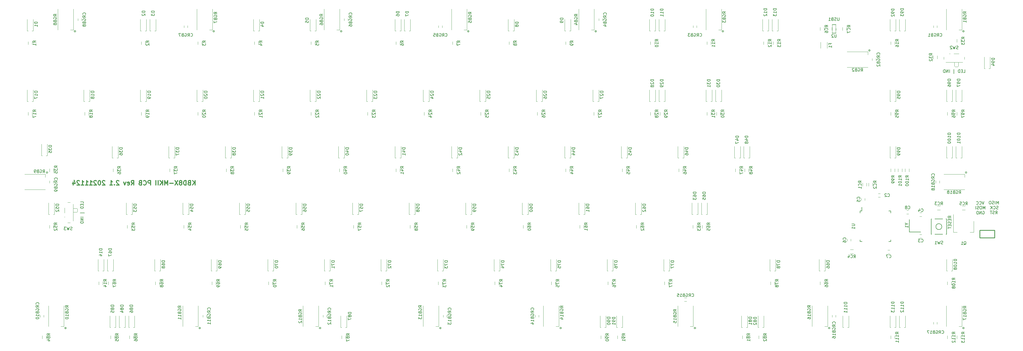
<source format=gbo>
G04 #@! TF.GenerationSoftware,KiCad,Pcbnew,(5.1.12)-1*
G04 #@! TF.CreationDate,2021-12-16T20:59:02-05:00*
G04 #@! TF.ProjectId,KBD8X-MK2,4b424438-582d-44d4-9b32-2e6b69636164,rev?*
G04 #@! TF.SameCoordinates,Original*
G04 #@! TF.FileFunction,Legend,Bot*
G04 #@! TF.FilePolarity,Positive*
%FSLAX46Y46*%
G04 Gerber Fmt 4.6, Leading zero omitted, Abs format (unit mm)*
G04 Created by KiCad (PCBNEW (5.1.12)-1) date 2021-12-16 20:59:02*
%MOMM*%
%LPD*%
G01*
G04 APERTURE LIST*
%ADD10C,0.150000*%
%ADD11C,0.200000*%
%ADD12C,0.300000*%
%ADD13C,0.120000*%
%ADD14C,0.250000*%
%ADD15C,0.010000*%
%ADD16C,1.750000*%
%ADD17R,1.905000X1.905000*%
%ADD18C,1.905000*%
%ADD19C,2.250000*%
%ADD20C,3.987800*%
%ADD21R,0.900000X0.800000*%
%ADD22R,1.500000X0.550000*%
%ADD23R,0.550000X1.500000*%
%ADD24C,3.048000*%
%ADD25C,1.701800*%
%ADD26R,1.000000X1.200000*%
%ADD27R,1.000000X0.900000*%
%ADD28O,1.000000X1.600000*%
%ADD29O,1.000000X2.100000*%
%ADD30C,0.650000*%
%ADD31R,0.300000X1.450000*%
%ADD32R,0.600000X1.450000*%
%ADD33R,1.500000X2.000000*%
%ADD34R,3.800000X2.000000*%
%ADD35C,1.700000*%
%ADD36R,1.700000X1.700000*%
%ADD37R,1.100000X1.800000*%
%ADD38C,0.900000*%
%ADD39R,0.700000X1.500000*%
%ADD40R,1.000000X0.800000*%
%ADD41R,0.800000X1.000000*%
%ADD42R,1.500000X0.700000*%
%ADD43R,1.000000X0.750000*%
%ADD44R,0.750000X1.000000*%
%ADD45R,1.200000X1.200000*%
%ADD46R,2.030000X1.650000*%
%ADD47R,0.800000X0.900000*%
%ADD48R,1.500000X1.700000*%
%ADD49R,1.000000X1.800000*%
%ADD50R,1.800000X1.000000*%
G04 APERTURE END LIST*
D10*
X365704380Y-104211619D02*
X365228190Y-103878285D01*
X365704380Y-103640190D02*
X364704380Y-103640190D01*
X364704380Y-104021142D01*
X364752000Y-104116380D01*
X364799619Y-104164000D01*
X364894857Y-104211619D01*
X365037714Y-104211619D01*
X365132952Y-104164000D01*
X365180571Y-104116380D01*
X365228190Y-104021142D01*
X365228190Y-103640190D01*
X365180571Y-104640190D02*
X365180571Y-104973523D01*
X365704380Y-105116380D02*
X365704380Y-104640190D01*
X364704380Y-104640190D01*
X364704380Y-105116380D01*
X365656761Y-105497333D02*
X365704380Y-105640190D01*
X365704380Y-105878285D01*
X365656761Y-105973523D01*
X365609142Y-106021142D01*
X365513904Y-106068761D01*
X365418666Y-106068761D01*
X365323428Y-106021142D01*
X365275809Y-105973523D01*
X365228190Y-105878285D01*
X365180571Y-105687809D01*
X365132952Y-105592571D01*
X365085333Y-105544952D01*
X364990095Y-105497333D01*
X364894857Y-105497333D01*
X364799619Y-105544952D01*
X364752000Y-105592571D01*
X364704380Y-105687809D01*
X364704380Y-105925904D01*
X364752000Y-106068761D01*
X365180571Y-106497333D02*
X365180571Y-106830666D01*
X365704380Y-106973523D02*
X365704380Y-106497333D01*
X364704380Y-106497333D01*
X364704380Y-106973523D01*
X364704380Y-107259238D02*
X364704380Y-107830666D01*
X365704380Y-107544952D02*
X364704380Y-107544952D01*
D11*
X370967000Y-88900000D02*
G75*
G03*
X370967000Y-88900000I-254000J0D01*
G01*
X370078000Y-141351000D02*
G75*
G03*
X370078000Y-141351000I-254000J0D01*
G01*
X324866000Y-141351000D02*
G75*
G03*
X324866000Y-141351000I-254000J0D01*
G01*
X279654000Y-141351000D02*
G75*
G03*
X279654000Y-141351000I-254000J0D01*
G01*
X234442000Y-141351000D02*
G75*
G03*
X234442000Y-141351000I-254000J0D01*
G01*
X193929000Y-141351000D02*
G75*
G03*
X193929000Y-141351000I-254000J0D01*
G01*
X153416000Y-141351000D02*
G75*
G03*
X153416000Y-141351000I-254000J0D01*
G01*
X112903000Y-141351000D02*
G75*
G03*
X112903000Y-141351000I-254000J0D01*
G01*
X67691000Y-141351000D02*
G75*
G03*
X67691000Y-141351000I-254000J0D01*
G01*
X61468000Y-88900000D02*
G75*
G03*
X61468000Y-88900000I-254000J0D01*
G01*
X70866000Y-41275000D02*
G75*
G03*
X70866000Y-41275000I-254000J0D01*
G01*
X117602000Y-41275000D02*
G75*
G03*
X117602000Y-41275000I-254000J0D01*
G01*
X160528000Y-41275000D02*
G75*
G03*
X160528000Y-41275000I-254000J0D01*
G01*
X203327000Y-41275000D02*
G75*
G03*
X203327000Y-41275000I-254000J0D01*
G01*
X246253000Y-41275000D02*
G75*
G03*
X246253000Y-41275000I-254000J0D01*
G01*
X289052000Y-41275000D02*
G75*
G03*
X289052000Y-41275000I-254000J0D01*
G01*
X338423250Y-47720250D02*
G75*
G03*
X338423250Y-47720250I-254000J0D01*
G01*
X370078000Y-41275000D02*
G75*
G03*
X370078000Y-41275000I-254000J0D01*
G01*
D12*
X111058928Y-93134571D02*
X111058928Y-91634571D01*
X110201785Y-93134571D02*
X110844642Y-92277428D01*
X110201785Y-91634571D02*
X111058928Y-92491714D01*
X109058928Y-92348857D02*
X108844642Y-92420285D01*
X108773214Y-92491714D01*
X108701785Y-92634571D01*
X108701785Y-92848857D01*
X108773214Y-92991714D01*
X108844642Y-93063142D01*
X108987500Y-93134571D01*
X109558928Y-93134571D01*
X109558928Y-91634571D01*
X109058928Y-91634571D01*
X108916071Y-91706000D01*
X108844642Y-91777428D01*
X108773214Y-91920285D01*
X108773214Y-92063142D01*
X108844642Y-92206000D01*
X108916071Y-92277428D01*
X109058928Y-92348857D01*
X109558928Y-92348857D01*
X108058928Y-93134571D02*
X108058928Y-91634571D01*
X107701785Y-91634571D01*
X107487500Y-91706000D01*
X107344642Y-91848857D01*
X107273214Y-91991714D01*
X107201785Y-92277428D01*
X107201785Y-92491714D01*
X107273214Y-92777428D01*
X107344642Y-92920285D01*
X107487500Y-93063142D01*
X107701785Y-93134571D01*
X108058928Y-93134571D01*
X106344642Y-92277428D02*
X106487500Y-92206000D01*
X106558928Y-92134571D01*
X106630357Y-91991714D01*
X106630357Y-91920285D01*
X106558928Y-91777428D01*
X106487500Y-91706000D01*
X106344642Y-91634571D01*
X106058928Y-91634571D01*
X105916071Y-91706000D01*
X105844642Y-91777428D01*
X105773214Y-91920285D01*
X105773214Y-91991714D01*
X105844642Y-92134571D01*
X105916071Y-92206000D01*
X106058928Y-92277428D01*
X106344642Y-92277428D01*
X106487500Y-92348857D01*
X106558928Y-92420285D01*
X106630357Y-92563142D01*
X106630357Y-92848857D01*
X106558928Y-92991714D01*
X106487500Y-93063142D01*
X106344642Y-93134571D01*
X106058928Y-93134571D01*
X105916071Y-93063142D01*
X105844642Y-92991714D01*
X105773214Y-92848857D01*
X105773214Y-92563142D01*
X105844642Y-92420285D01*
X105916071Y-92348857D01*
X106058928Y-92277428D01*
X105273214Y-91634571D02*
X104273214Y-93134571D01*
X104273214Y-91634571D02*
X105273214Y-93134571D01*
X103701785Y-92563142D02*
X102558928Y-92563142D01*
X101844642Y-93134571D02*
X101844642Y-91634571D01*
X101344642Y-92706000D01*
X100844642Y-91634571D01*
X100844642Y-93134571D01*
X100130357Y-93134571D02*
X100130357Y-91634571D01*
X99273214Y-93134571D02*
X99916071Y-92277428D01*
X99273214Y-91634571D02*
X100130357Y-92491714D01*
X98630357Y-93134571D02*
X98630357Y-91634571D01*
X97916071Y-93134571D02*
X97916071Y-91634571D01*
X96058928Y-93134571D02*
X96058928Y-91634571D01*
X95487500Y-91634571D01*
X95344642Y-91706000D01*
X95273214Y-91777428D01*
X95201785Y-91920285D01*
X95201785Y-92134571D01*
X95273214Y-92277428D01*
X95344642Y-92348857D01*
X95487500Y-92420285D01*
X96058928Y-92420285D01*
X93701785Y-92991714D02*
X93773214Y-93063142D01*
X93987500Y-93134571D01*
X94130357Y-93134571D01*
X94344642Y-93063142D01*
X94487500Y-92920285D01*
X94558928Y-92777428D01*
X94630357Y-92491714D01*
X94630357Y-92277428D01*
X94558928Y-91991714D01*
X94487500Y-91848857D01*
X94344642Y-91706000D01*
X94130357Y-91634571D01*
X93987500Y-91634571D01*
X93773214Y-91706000D01*
X93701785Y-91777428D01*
X92558928Y-92348857D02*
X92344642Y-92420285D01*
X92273214Y-92491714D01*
X92201785Y-92634571D01*
X92201785Y-92848857D01*
X92273214Y-92991714D01*
X92344642Y-93063142D01*
X92487500Y-93134571D01*
X93058928Y-93134571D01*
X93058928Y-91634571D01*
X92558928Y-91634571D01*
X92416071Y-91706000D01*
X92344642Y-91777428D01*
X92273214Y-91920285D01*
X92273214Y-92063142D01*
X92344642Y-92206000D01*
X92416071Y-92277428D01*
X92558928Y-92348857D01*
X93058928Y-92348857D01*
X89558928Y-93134571D02*
X90058928Y-92420285D01*
X90416071Y-93134571D02*
X90416071Y-91634571D01*
X89844642Y-91634571D01*
X89701785Y-91706000D01*
X89630357Y-91777428D01*
X89558928Y-91920285D01*
X89558928Y-92134571D01*
X89630357Y-92277428D01*
X89701785Y-92348857D01*
X89844642Y-92420285D01*
X90416071Y-92420285D01*
X88344642Y-93063142D02*
X88487500Y-93134571D01*
X88773214Y-93134571D01*
X88916071Y-93063142D01*
X88987500Y-92920285D01*
X88987500Y-92348857D01*
X88916071Y-92206000D01*
X88773214Y-92134571D01*
X88487500Y-92134571D01*
X88344642Y-92206000D01*
X88273214Y-92348857D01*
X88273214Y-92491714D01*
X88987500Y-92634571D01*
X87773214Y-92134571D02*
X87416071Y-93134571D01*
X87058928Y-92134571D01*
X85416071Y-91777428D02*
X85344642Y-91706000D01*
X85201785Y-91634571D01*
X84844642Y-91634571D01*
X84701785Y-91706000D01*
X84630357Y-91777428D01*
X84558928Y-91920285D01*
X84558928Y-92063142D01*
X84630357Y-92277428D01*
X85487500Y-93134571D01*
X84558928Y-93134571D01*
X83916071Y-92991714D02*
X83844642Y-93063142D01*
X83916071Y-93134571D01*
X83987500Y-93063142D01*
X83916071Y-92991714D01*
X83916071Y-93134571D01*
X82416071Y-93134571D02*
X83273214Y-93134571D01*
X82844642Y-93134571D02*
X82844642Y-91634571D01*
X82987500Y-91848857D01*
X83130357Y-91991714D01*
X83273214Y-92063142D01*
X80701785Y-91777428D02*
X80630357Y-91706000D01*
X80487500Y-91634571D01*
X80130357Y-91634571D01*
X79987500Y-91706000D01*
X79916071Y-91777428D01*
X79844642Y-91920285D01*
X79844642Y-92063142D01*
X79916071Y-92277428D01*
X80773214Y-93134571D01*
X79844642Y-93134571D01*
X78916071Y-91634571D02*
X78773214Y-91634571D01*
X78630357Y-91706000D01*
X78558928Y-91777428D01*
X78487500Y-91920285D01*
X78416071Y-92206000D01*
X78416071Y-92563142D01*
X78487500Y-92848857D01*
X78558928Y-92991714D01*
X78630357Y-93063142D01*
X78773214Y-93134571D01*
X78916071Y-93134571D01*
X79058928Y-93063142D01*
X79130357Y-92991714D01*
X79201785Y-92848857D01*
X79273214Y-92563142D01*
X79273214Y-92206000D01*
X79201785Y-91920285D01*
X79130357Y-91777428D01*
X79058928Y-91706000D01*
X78916071Y-91634571D01*
X77844642Y-91777428D02*
X77773214Y-91706000D01*
X77630357Y-91634571D01*
X77273214Y-91634571D01*
X77130357Y-91706000D01*
X77058928Y-91777428D01*
X76987500Y-91920285D01*
X76987500Y-92063142D01*
X77058928Y-92277428D01*
X77916071Y-93134571D01*
X76987500Y-93134571D01*
X75558928Y-93134571D02*
X76416071Y-93134571D01*
X75987500Y-93134571D02*
X75987500Y-91634571D01*
X76130357Y-91848857D01*
X76273214Y-91991714D01*
X76416071Y-92063142D01*
X74130357Y-93134571D02*
X74987500Y-93134571D01*
X74558928Y-93134571D02*
X74558928Y-91634571D01*
X74701785Y-91848857D01*
X74844642Y-91991714D01*
X74987500Y-92063142D01*
X72701785Y-93134571D02*
X73558928Y-93134571D01*
X73130357Y-93134571D02*
X73130357Y-91634571D01*
X73273214Y-91848857D01*
X73416071Y-91991714D01*
X73558928Y-92063142D01*
X72130357Y-91777428D02*
X72058928Y-91706000D01*
X71916071Y-91634571D01*
X71558928Y-91634571D01*
X71416071Y-91706000D01*
X71344642Y-91777428D01*
X71273214Y-91920285D01*
X71273214Y-92063142D01*
X71344642Y-92277428D01*
X72201785Y-93134571D01*
X71273214Y-93134571D01*
X69987500Y-92134571D02*
X69987500Y-93134571D01*
X70344642Y-91563142D02*
X70701785Y-92634571D01*
X69773214Y-92634571D01*
D10*
X73477380Y-99250892D02*
X73477380Y-98774702D01*
X72477380Y-98774702D01*
X72953571Y-99584226D02*
X72953571Y-99917559D01*
X73477380Y-100060416D02*
X73477380Y-99584226D01*
X72477380Y-99584226D01*
X72477380Y-100060416D01*
X73477380Y-100488988D02*
X72477380Y-100488988D01*
X72477380Y-100727083D01*
X72525000Y-100869940D01*
X72620238Y-100965178D01*
X72715476Y-101012797D01*
X72905952Y-101060416D01*
X73048809Y-101060416D01*
X73239285Y-101012797D01*
X73334523Y-100965178D01*
X73429761Y-100869940D01*
X73477380Y-100727083D01*
X73477380Y-100488988D01*
X73810714Y-102488988D02*
X72382142Y-102488988D01*
X73477380Y-103965178D02*
X72477380Y-103965178D01*
X73477380Y-104441369D02*
X72477380Y-104441369D01*
X73477380Y-105012797D01*
X72477380Y-105012797D01*
X73477380Y-105488988D02*
X72477380Y-105488988D01*
X72477380Y-105727083D01*
X72525000Y-105869940D01*
X72620238Y-105965178D01*
X72715476Y-106012797D01*
X72905952Y-106060416D01*
X73048809Y-106060416D01*
X73239285Y-106012797D01*
X73334523Y-105965178D01*
X73429761Y-105869940D01*
X73477380Y-105727083D01*
X73477380Y-105488988D01*
X369855357Y-55221130D02*
X370331547Y-55221130D01*
X370331547Y-54221130D01*
X369522023Y-54697321D02*
X369188690Y-54697321D01*
X369045833Y-55221130D02*
X369522023Y-55221130D01*
X369522023Y-54221130D01*
X369045833Y-54221130D01*
X368617261Y-55221130D02*
X368617261Y-54221130D01*
X368379166Y-54221130D01*
X368236309Y-54268750D01*
X368141071Y-54363988D01*
X368093452Y-54459226D01*
X368045833Y-54649702D01*
X368045833Y-54792559D01*
X368093452Y-54983035D01*
X368141071Y-55078273D01*
X368236309Y-55173511D01*
X368379166Y-55221130D01*
X368617261Y-55221130D01*
X366617261Y-55554464D02*
X366617261Y-54125892D01*
X365141071Y-55221130D02*
X365141071Y-54221130D01*
X364664880Y-55221130D02*
X364664880Y-54221130D01*
X364093452Y-55221130D01*
X364093452Y-54221130D01*
X363617261Y-55221130D02*
X363617261Y-54221130D01*
X363379166Y-54221130D01*
X363236309Y-54268750D01*
X363141071Y-54363988D01*
X363093452Y-54459226D01*
X363045833Y-54649702D01*
X363045833Y-54792559D01*
X363093452Y-54983035D01*
X363141071Y-55078273D01*
X363236309Y-55173511D01*
X363379166Y-55221130D01*
X363617261Y-55221130D01*
D13*
X337230000Y-93489400D02*
X337230000Y-92489400D01*
X335870000Y-92489400D02*
X335870000Y-93489400D01*
D10*
X335042125Y-101870125D02*
X335617125Y-101870125D01*
X335042125Y-112220125D02*
X335717125Y-112220125D01*
X345392125Y-112220125D02*
X344717125Y-112220125D01*
X345392125Y-101870125D02*
X344717125Y-101870125D01*
X335042125Y-101870125D02*
X335042125Y-102545125D01*
X345392125Y-101870125D02*
X345392125Y-102545125D01*
X345392125Y-112220125D02*
X345392125Y-111545125D01*
X335042125Y-112220125D02*
X335042125Y-111545125D01*
X335617125Y-101870125D02*
X335617125Y-100595125D01*
X325613000Y-39031250D02*
X325613000Y-41931250D01*
X325613000Y-39031250D02*
X326913000Y-39031250D01*
X326913000Y-39031250D02*
X326913000Y-41931250D01*
X326913000Y-41931250D02*
X325613000Y-41931250D01*
D13*
X366477500Y-103056250D02*
X366477500Y-109066250D01*
X373297500Y-105306250D02*
X373297500Y-109066250D01*
X366477500Y-109066250D02*
X367737500Y-109066250D01*
X373297500Y-109066250D02*
X372037500Y-109066250D01*
D14*
X380325000Y-110906250D02*
X380325000Y-108406250D01*
X375325000Y-110906250D02*
X380325000Y-110906250D01*
X375325000Y-108406250D02*
X375325000Y-110906250D01*
X380325000Y-108406250D02*
X375325000Y-108406250D01*
D10*
X362553125Y-107156250D02*
G75*
G03*
X362553125Y-107156250I-1000000J0D01*
G01*
X364153125Y-104556250D02*
X358953125Y-104556250D01*
X364153125Y-109756250D02*
X364153125Y-104556250D01*
X358953125Y-109756250D02*
X364153125Y-109756250D01*
X358953125Y-104556250D02*
X358953125Y-109756250D01*
D13*
X365312500Y-48886250D02*
X365112500Y-48886250D01*
X368112500Y-53026250D02*
X367912500Y-53236250D01*
X366812500Y-53026250D02*
X367012500Y-53236250D01*
X368112500Y-51736250D02*
X368112500Y-53026250D01*
X367912500Y-53236250D02*
X367012500Y-53236250D01*
X366812500Y-53026250D02*
X366812500Y-51736250D01*
X369562500Y-51736250D02*
X363862500Y-51736250D01*
X368312500Y-48886250D02*
X366612500Y-48886250D01*
X370162500Y-49936250D02*
X370162500Y-50726250D01*
X363262500Y-50726250D02*
X363262500Y-49936250D01*
X68982500Y-105843750D02*
X68192500Y-105843750D01*
X68192500Y-98943750D02*
X68982500Y-98943750D01*
X67142500Y-100793750D02*
X67142500Y-102493750D01*
X69992500Y-99543750D02*
X69992500Y-105243750D01*
X71282500Y-102293750D02*
X69992500Y-102293750D01*
X71492500Y-101193750D02*
X71492500Y-102093750D01*
X69992500Y-100993750D02*
X71282500Y-100993750D01*
X71282500Y-102293750D02*
X71492500Y-102093750D01*
X71282500Y-100993750D02*
X71492500Y-101193750D01*
X67142500Y-103793750D02*
X67142500Y-103993750D01*
X341815800Y-95996200D02*
X341115800Y-95996200D01*
X341115800Y-97196200D02*
X341815800Y-97196200D01*
X355811200Y-109813800D02*
X355111200Y-109813800D01*
X355111200Y-111013800D02*
X355811200Y-111013800D01*
X355811200Y-102473200D02*
X355111200Y-102473200D01*
X355111200Y-103673200D02*
X355811200Y-103673200D01*
X335442000Y-97606000D02*
X335442000Y-98306000D01*
X336642000Y-98306000D02*
X336642000Y-97606000D01*
X330717600Y-111322000D02*
X330717600Y-112022000D01*
X331917600Y-112022000D02*
X331917600Y-111322000D01*
X345002600Y-115097000D02*
X344302600Y-115097000D01*
X344302600Y-116297000D02*
X345002600Y-116297000D01*
X350691600Y-102835000D02*
X351391600Y-102835000D01*
X351391600Y-101635000D02*
X350691600Y-101635000D01*
X360962500Y-40037500D02*
X360962500Y-39337500D01*
X359762500Y-39337500D02*
X359762500Y-40037500D01*
X340325000Y-51150000D02*
X340325000Y-50450000D01*
X339125000Y-50450000D02*
X339125000Y-51150000D01*
X280000000Y-40037500D02*
X280000000Y-39337500D01*
X278800000Y-39337500D02*
X278800000Y-40037500D01*
X247050000Y-36956250D02*
X247050000Y-37656250D01*
X248250000Y-37656250D02*
X248250000Y-36956250D01*
X194275000Y-40037500D02*
X194275000Y-39337500D01*
X193075000Y-39337500D02*
X193075000Y-40037500D01*
X162525000Y-37656250D02*
X162525000Y-36956250D01*
X161325000Y-36956250D02*
X161325000Y-37656250D01*
X108550000Y-40037500D02*
X108550000Y-39337500D01*
X107350000Y-39337500D02*
X107350000Y-40037500D01*
X72831250Y-37656250D02*
X72831250Y-36956250D01*
X71631250Y-36956250D02*
X71631250Y-37656250D01*
X63306250Y-92425000D02*
X63306250Y-91725000D01*
X62106250Y-91725000D02*
X62106250Y-92425000D01*
X58931250Y-136968750D02*
X58931250Y-137668750D01*
X60131250Y-137668750D02*
X60131250Y-136968750D01*
X113700000Y-136968750D02*
X113700000Y-137668750D01*
X114900000Y-137668750D02*
X114900000Y-136968750D01*
X154181250Y-136968750D02*
X154181250Y-137668750D01*
X155381250Y-137668750D02*
X155381250Y-136968750D01*
X195862500Y-137668750D02*
X195862500Y-136968750D01*
X194662500Y-136968750D02*
X194662500Y-137668750D01*
X225618750Y-136968750D02*
X225618750Y-137668750D01*
X226818750Y-137668750D02*
X226818750Y-136968750D01*
X275875000Y-132362500D02*
X276575000Y-132362500D01*
X276575000Y-131162500D02*
X275875000Y-131162500D01*
X326831250Y-137668750D02*
X326831250Y-136968750D01*
X325631250Y-136968750D02*
X325631250Y-137668750D01*
X359762500Y-139350000D02*
X359762500Y-140050000D01*
X360962500Y-140050000D02*
X360962500Y-139350000D01*
X360556250Y-91725000D02*
X360556250Y-92425000D01*
X361756250Y-92425000D02*
X361756250Y-91725000D01*
X56562500Y-41143750D02*
X56562500Y-37243750D01*
X54562500Y-41143750D02*
X54562500Y-37243750D01*
X56562500Y-41143750D02*
X54562500Y-41143750D01*
X94662500Y-41143750D02*
X94662500Y-37243750D01*
X92662500Y-41143750D02*
X92662500Y-37243750D01*
X94662500Y-41143750D02*
X92662500Y-41143750D01*
X97837500Y-41143750D02*
X97837500Y-37243750D01*
X95837500Y-41143750D02*
X95837500Y-37243750D01*
X97837500Y-41143750D02*
X95837500Y-41143750D01*
X132762500Y-41143750D02*
X132762500Y-37243750D01*
X130762500Y-41143750D02*
X130762500Y-37243750D01*
X132762500Y-41143750D02*
X130762500Y-41143750D01*
X151812500Y-41143750D02*
X149812500Y-41143750D01*
X149812500Y-41143750D02*
X149812500Y-37243750D01*
X151812500Y-41143750D02*
X151812500Y-37243750D01*
X180387500Y-41143750D02*
X180387500Y-37243750D01*
X178387500Y-41143750D02*
X178387500Y-37243750D01*
X180387500Y-41143750D02*
X178387500Y-41143750D01*
X183562500Y-41143750D02*
X183562500Y-37243750D01*
X181562500Y-41143750D02*
X181562500Y-37243750D01*
X183562500Y-41143750D02*
X181562500Y-41143750D01*
X218487500Y-41143750D02*
X218487500Y-37243750D01*
X216487500Y-41143750D02*
X216487500Y-37243750D01*
X218487500Y-41143750D02*
X216487500Y-41143750D01*
X237537500Y-41143750D02*
X235537500Y-41143750D01*
X235537500Y-41143750D02*
X235537500Y-37243750D01*
X237537500Y-41143750D02*
X237537500Y-37243750D01*
X266112500Y-41143750D02*
X266112500Y-37243750D01*
X264112500Y-41143750D02*
X264112500Y-37243750D01*
X266112500Y-41143750D02*
X264112500Y-41143750D01*
X269287500Y-41143750D02*
X267287500Y-41143750D01*
X267287500Y-41143750D02*
X267287500Y-37243750D01*
X269287500Y-41143750D02*
X269287500Y-37243750D01*
X304212500Y-41143750D02*
X302212500Y-41143750D01*
X302212500Y-41143750D02*
X302212500Y-37243750D01*
X304212500Y-41143750D02*
X304212500Y-37243750D01*
X307387500Y-41143750D02*
X305387500Y-41143750D01*
X305387500Y-41143750D02*
X305387500Y-37243750D01*
X307387500Y-41143750D02*
X307387500Y-37243750D01*
X80375000Y-122106250D02*
X80375000Y-118206250D01*
X78375000Y-122106250D02*
X78375000Y-118206250D01*
X80375000Y-122106250D02*
X78375000Y-122106250D01*
X56562500Y-64956250D02*
X56562500Y-61056250D01*
X54562500Y-64956250D02*
X54562500Y-61056250D01*
X56562500Y-64956250D02*
X54562500Y-64956250D01*
X75612500Y-64956250D02*
X75612500Y-61056250D01*
X73612500Y-64956250D02*
X73612500Y-61056250D01*
X75612500Y-64956250D02*
X73612500Y-64956250D01*
X94662500Y-64956250D02*
X94662500Y-61056250D01*
X92662500Y-64956250D02*
X92662500Y-61056250D01*
X94662500Y-64956250D02*
X92662500Y-64956250D01*
X113712500Y-64956250D02*
X113712500Y-61056250D01*
X111712500Y-64956250D02*
X111712500Y-61056250D01*
X113712500Y-64956250D02*
X111712500Y-64956250D01*
X132762500Y-64956250D02*
X132762500Y-61056250D01*
X130762500Y-64956250D02*
X130762500Y-61056250D01*
X132762500Y-64956250D02*
X130762500Y-64956250D01*
X151812500Y-64956250D02*
X149812500Y-64956250D01*
X149812500Y-64956250D02*
X149812500Y-61056250D01*
X151812500Y-64956250D02*
X151812500Y-61056250D01*
X170862500Y-64956250D02*
X170862500Y-61056250D01*
X168862500Y-64956250D02*
X168862500Y-61056250D01*
X170862500Y-64956250D02*
X168862500Y-64956250D01*
X189912500Y-64956250D02*
X187912500Y-64956250D01*
X187912500Y-64956250D02*
X187912500Y-61056250D01*
X189912500Y-64956250D02*
X189912500Y-61056250D01*
X208962500Y-64956250D02*
X206962500Y-64956250D01*
X206962500Y-64956250D02*
X206962500Y-61056250D01*
X208962500Y-64956250D02*
X208962500Y-61056250D01*
X228012500Y-64956250D02*
X228012500Y-61056250D01*
X226012500Y-64956250D02*
X226012500Y-61056250D01*
X228012500Y-64956250D02*
X226012500Y-64956250D01*
X247062500Y-64956250D02*
X245062500Y-64956250D01*
X245062500Y-64956250D02*
X245062500Y-61056250D01*
X247062500Y-64956250D02*
X247062500Y-61056250D01*
X266112500Y-64956250D02*
X264112500Y-64956250D01*
X264112500Y-64956250D02*
X264112500Y-61056250D01*
X266112500Y-64956250D02*
X266112500Y-61056250D01*
X269287500Y-64956250D02*
X269287500Y-61056250D01*
X267287500Y-64956250D02*
X267287500Y-61056250D01*
X269287500Y-64956250D02*
X267287500Y-64956250D01*
X288337500Y-64956250D02*
X288337500Y-61056250D01*
X286337500Y-64956250D02*
X286337500Y-61056250D01*
X288337500Y-64956250D02*
X286337500Y-64956250D01*
X285162500Y-64956250D02*
X285162500Y-61056250D01*
X283162500Y-64956250D02*
X283162500Y-61056250D01*
X285162500Y-64956250D02*
X283162500Y-64956250D01*
X61325000Y-83212500D02*
X59325000Y-83212500D01*
X59325000Y-83212500D02*
X59325000Y-79312500D01*
X61325000Y-83212500D02*
X61325000Y-79312500D01*
X85137500Y-84006250D02*
X85137500Y-80106250D01*
X83137500Y-84006250D02*
X83137500Y-80106250D01*
X85137500Y-84006250D02*
X83137500Y-84006250D01*
X104187500Y-84006250D02*
X102187500Y-84006250D01*
X102187500Y-84006250D02*
X102187500Y-80106250D01*
X104187500Y-84006250D02*
X104187500Y-80106250D01*
X123237500Y-84006250D02*
X121237500Y-84006250D01*
X121237500Y-84006250D02*
X121237500Y-80106250D01*
X123237500Y-84006250D02*
X123237500Y-80106250D01*
X142287500Y-84006250D02*
X140287500Y-84006250D01*
X140287500Y-84006250D02*
X140287500Y-80106250D01*
X142287500Y-84006250D02*
X142287500Y-80106250D01*
X161337500Y-84006250D02*
X159337500Y-84006250D01*
X159337500Y-84006250D02*
X159337500Y-80106250D01*
X161337500Y-84006250D02*
X161337500Y-80106250D01*
X180387500Y-84006250D02*
X178387500Y-84006250D01*
X178387500Y-84006250D02*
X178387500Y-80106250D01*
X180387500Y-84006250D02*
X180387500Y-80106250D01*
X199437500Y-84006250D02*
X197437500Y-84006250D01*
X197437500Y-84006250D02*
X197437500Y-80106250D01*
X199437500Y-84006250D02*
X199437500Y-80106250D01*
X218487500Y-84006250D02*
X218487500Y-80106250D01*
X216487500Y-84006250D02*
X216487500Y-80106250D01*
X218487500Y-84006250D02*
X216487500Y-84006250D01*
X237537500Y-84006250D02*
X235537500Y-84006250D01*
X235537500Y-84006250D02*
X235537500Y-80106250D01*
X237537500Y-84006250D02*
X237537500Y-80106250D01*
X256587500Y-84006250D02*
X256587500Y-80106250D01*
X254587500Y-84006250D02*
X254587500Y-80106250D01*
X256587500Y-84006250D02*
X254587500Y-84006250D01*
X275637500Y-84006250D02*
X273637500Y-84006250D01*
X273637500Y-84006250D02*
X273637500Y-80106250D01*
X275637500Y-84006250D02*
X275637500Y-80106250D01*
X294687500Y-84006250D02*
X294687500Y-80106250D01*
X292687500Y-84006250D02*
X292687500Y-80106250D01*
X294687500Y-84006250D02*
X292687500Y-84006250D01*
X297862500Y-84006250D02*
X295862500Y-84006250D01*
X295862500Y-84006250D02*
X295862500Y-80106250D01*
X297862500Y-84006250D02*
X297862500Y-80106250D01*
X63706250Y-103056250D02*
X61706250Y-103056250D01*
X61706250Y-103056250D02*
X61706250Y-99156250D01*
X63706250Y-103056250D02*
X63706250Y-99156250D01*
X89900000Y-103056250D02*
X89900000Y-99156250D01*
X87900000Y-103056250D02*
X87900000Y-99156250D01*
X89900000Y-103056250D02*
X87900000Y-103056250D01*
X108950000Y-103056250D02*
X108950000Y-99156250D01*
X106950000Y-103056250D02*
X106950000Y-99156250D01*
X108950000Y-103056250D02*
X106950000Y-103056250D01*
X128000000Y-103056250D02*
X126000000Y-103056250D01*
X126000000Y-103056250D02*
X126000000Y-99156250D01*
X128000000Y-103056250D02*
X128000000Y-99156250D01*
X147050000Y-103056250D02*
X145050000Y-103056250D01*
X145050000Y-103056250D02*
X145050000Y-99156250D01*
X147050000Y-103056250D02*
X147050000Y-99156250D01*
X166100000Y-103056250D02*
X164100000Y-103056250D01*
X164100000Y-103056250D02*
X164100000Y-99156250D01*
X166100000Y-103056250D02*
X166100000Y-99156250D01*
X185150000Y-103056250D02*
X183150000Y-103056250D01*
X183150000Y-103056250D02*
X183150000Y-99156250D01*
X185150000Y-103056250D02*
X185150000Y-99156250D01*
X204200000Y-103056250D02*
X202200000Y-103056250D01*
X202200000Y-103056250D02*
X202200000Y-99156250D01*
X204200000Y-103056250D02*
X204200000Y-99156250D01*
X223250000Y-103056250D02*
X223250000Y-99156250D01*
X221250000Y-103056250D02*
X221250000Y-99156250D01*
X223250000Y-103056250D02*
X221250000Y-103056250D01*
X242300000Y-103056250D02*
X240300000Y-103056250D01*
X240300000Y-103056250D02*
X240300000Y-99156250D01*
X242300000Y-103056250D02*
X242300000Y-99156250D01*
X261350000Y-103056250D02*
X259350000Y-103056250D01*
X259350000Y-103056250D02*
X259350000Y-99156250D01*
X261350000Y-103056250D02*
X261350000Y-99156250D01*
X280400000Y-103056250D02*
X280400000Y-99156250D01*
X278400000Y-103056250D02*
X278400000Y-99156250D01*
X280400000Y-103056250D02*
X278400000Y-103056250D01*
X283575000Y-103056250D02*
X281575000Y-103056250D01*
X281575000Y-103056250D02*
X281575000Y-99156250D01*
X283575000Y-103056250D02*
X283575000Y-99156250D01*
X323262500Y-122106250D02*
X323262500Y-118206250D01*
X321262500Y-122106250D02*
X321262500Y-118206250D01*
X323262500Y-122106250D02*
X321262500Y-122106250D01*
X83550000Y-122106250D02*
X83550000Y-118206250D01*
X81550000Y-122106250D02*
X81550000Y-118206250D01*
X83550000Y-122106250D02*
X81550000Y-122106250D01*
X99425000Y-122106250D02*
X99425000Y-118206250D01*
X97425000Y-122106250D02*
X97425000Y-118206250D01*
X99425000Y-122106250D02*
X97425000Y-122106250D01*
X118475000Y-122106250D02*
X116475000Y-122106250D01*
X116475000Y-122106250D02*
X116475000Y-118206250D01*
X118475000Y-122106250D02*
X118475000Y-118206250D01*
X137525000Y-122106250D02*
X135525000Y-122106250D01*
X135525000Y-122106250D02*
X135525000Y-118206250D01*
X137525000Y-122106250D02*
X137525000Y-118206250D01*
X156575000Y-122106250D02*
X154575000Y-122106250D01*
X154575000Y-122106250D02*
X154575000Y-118206250D01*
X156575000Y-122106250D02*
X156575000Y-118206250D01*
X175625000Y-122106250D02*
X175625000Y-118206250D01*
X173625000Y-122106250D02*
X173625000Y-118206250D01*
X175625000Y-122106250D02*
X173625000Y-122106250D01*
X194675000Y-122106250D02*
X194675000Y-118206250D01*
X192675000Y-122106250D02*
X192675000Y-118206250D01*
X194675000Y-122106250D02*
X192675000Y-122106250D01*
X213725000Y-122106250D02*
X211725000Y-122106250D01*
X211725000Y-122106250D02*
X211725000Y-118206250D01*
X213725000Y-122106250D02*
X213725000Y-118206250D01*
X232775000Y-122106250D02*
X230775000Y-122106250D01*
X230775000Y-122106250D02*
X230775000Y-118206250D01*
X232775000Y-122106250D02*
X232775000Y-118206250D01*
X251825000Y-122106250D02*
X249825000Y-122106250D01*
X249825000Y-122106250D02*
X249825000Y-118206250D01*
X251825000Y-122106250D02*
X251825000Y-118206250D01*
X270875000Y-122106250D02*
X270875000Y-118206250D01*
X268875000Y-122106250D02*
X268875000Y-118206250D01*
X270875000Y-122106250D02*
X268875000Y-122106250D01*
X306593750Y-122106250D02*
X304593750Y-122106250D01*
X304593750Y-122106250D02*
X304593750Y-118206250D01*
X306593750Y-122106250D02*
X306593750Y-118206250D01*
X297068750Y-141156250D02*
X295068750Y-141156250D01*
X295068750Y-141156250D02*
X295068750Y-137256250D01*
X297068750Y-141156250D02*
X297068750Y-137256250D01*
X302625000Y-141156250D02*
X300625000Y-141156250D01*
X300625000Y-141156250D02*
X300625000Y-137256250D01*
X302625000Y-141156250D02*
X302625000Y-137256250D01*
X87518750Y-141156250D02*
X85518750Y-141156250D01*
X85518750Y-141156250D02*
X85518750Y-137256250D01*
X87518750Y-141156250D02*
X87518750Y-137256250D01*
X84343750Y-141156250D02*
X82343750Y-141156250D01*
X82343750Y-141156250D02*
X82343750Y-137256250D01*
X84343750Y-141156250D02*
X84343750Y-137256250D01*
X90693750Y-141156250D02*
X90693750Y-137256250D01*
X88693750Y-141156250D02*
X88693750Y-137256250D01*
X90693750Y-141156250D02*
X88693750Y-141156250D01*
X162131250Y-141156250D02*
X162131250Y-137256250D01*
X160131250Y-141156250D02*
X160131250Y-137256250D01*
X162131250Y-141156250D02*
X160131250Y-141156250D01*
X249443750Y-141156250D02*
X247443750Y-141156250D01*
X247443750Y-141156250D02*
X247443750Y-137256250D01*
X249443750Y-141156250D02*
X249443750Y-137256250D01*
X255000000Y-141156250D02*
X255000000Y-137256250D01*
X253000000Y-141156250D02*
X253000000Y-137256250D01*
X255000000Y-141156250D02*
X253000000Y-141156250D01*
X347075000Y-41143750D02*
X345075000Y-41143750D01*
X345075000Y-41143750D02*
X345075000Y-37243750D01*
X347075000Y-41143750D02*
X347075000Y-37243750D01*
X350250000Y-41143750D02*
X350250000Y-37243750D01*
X348250000Y-41143750D02*
X348250000Y-37243750D01*
X350250000Y-41143750D02*
X348250000Y-41143750D01*
X378825000Y-53843750D02*
X378825000Y-49943750D01*
X376825000Y-53843750D02*
X376825000Y-49943750D01*
X378825000Y-53843750D02*
X376825000Y-53843750D01*
X347075000Y-64956250D02*
X345075000Y-64956250D01*
X345075000Y-64956250D02*
X345075000Y-61056250D01*
X347075000Y-64956250D02*
X347075000Y-61056250D01*
X366125000Y-64956250D02*
X366125000Y-61056250D01*
X364125000Y-64956250D02*
X364125000Y-61056250D01*
X366125000Y-64956250D02*
X364125000Y-64956250D01*
X369300000Y-64956250D02*
X367300000Y-64956250D01*
X367300000Y-64956250D02*
X367300000Y-61056250D01*
X369300000Y-64956250D02*
X369300000Y-61056250D01*
X347075000Y-84006250D02*
X347075000Y-80106250D01*
X345075000Y-84006250D02*
X345075000Y-80106250D01*
X347075000Y-84006250D02*
X345075000Y-84006250D01*
X366125000Y-84006250D02*
X366125000Y-80106250D01*
X364125000Y-84006250D02*
X364125000Y-80106250D01*
X366125000Y-84006250D02*
X364125000Y-84006250D01*
X369300000Y-84006250D02*
X369300000Y-80106250D01*
X367300000Y-84006250D02*
X367300000Y-80106250D01*
X369300000Y-84006250D02*
X367300000Y-84006250D01*
X366125000Y-122106250D02*
X366125000Y-118206250D01*
X364125000Y-122106250D02*
X364125000Y-118206250D01*
X366125000Y-122106250D02*
X364125000Y-122106250D01*
X331200000Y-141156250D02*
X331200000Y-137256250D01*
X329200000Y-141156250D02*
X329200000Y-137256250D01*
X331200000Y-141156250D02*
X329200000Y-141156250D01*
X350250000Y-141156250D02*
X348250000Y-141156250D01*
X348250000Y-141156250D02*
X348250000Y-137256250D01*
X350250000Y-141156250D02*
X350250000Y-137256250D01*
X347075000Y-141156250D02*
X347075000Y-137256250D01*
X345075000Y-141156250D02*
X345075000Y-137256250D01*
X347075000Y-141156250D02*
X345075000Y-141156250D01*
X323904000Y-46974000D02*
X323904000Y-44974000D01*
X321764000Y-44974000D02*
X321764000Y-46974000D01*
X56242500Y-45743750D02*
X56242500Y-44743750D01*
X54882500Y-44743750D02*
X54882500Y-45743750D01*
X92982500Y-44743750D02*
X92982500Y-45743750D01*
X94342500Y-45743750D02*
X94342500Y-44743750D01*
X113392500Y-45743750D02*
X113392500Y-44743750D01*
X112032500Y-44743750D02*
X112032500Y-45743750D01*
X131082500Y-44743750D02*
X131082500Y-45743750D01*
X132442500Y-45743750D02*
X132442500Y-44743750D01*
X150132500Y-44743750D02*
X150132500Y-45743750D01*
X151492500Y-45743750D02*
X151492500Y-44743750D01*
X180067500Y-45743750D02*
X180067500Y-44743750D01*
X178707500Y-44743750D02*
X178707500Y-45743750D01*
X199117500Y-45743750D02*
X199117500Y-44743750D01*
X197757500Y-44743750D02*
X197757500Y-45743750D01*
X216807500Y-44743750D02*
X216807500Y-45743750D01*
X218167500Y-45743750D02*
X218167500Y-44743750D01*
X237217500Y-45743750D02*
X237217500Y-44743750D01*
X235857500Y-44743750D02*
X235857500Y-45743750D01*
X264432500Y-44743750D02*
X264432500Y-45743750D01*
X265792500Y-45743750D02*
X265792500Y-44743750D01*
X284842500Y-45743750D02*
X284842500Y-44743750D01*
X283482500Y-44743750D02*
X283482500Y-45743750D01*
X303892500Y-45743750D02*
X303892500Y-44743750D01*
X302532500Y-44743750D02*
X302532500Y-45743750D01*
X307067500Y-45743750D02*
X307067500Y-44743750D01*
X305707500Y-44743750D02*
X305707500Y-45743750D01*
X78695000Y-125706250D02*
X78695000Y-126706250D01*
X80055000Y-126706250D02*
X80055000Y-125706250D01*
X346755000Y-45743750D02*
X346755000Y-44743750D01*
X345395000Y-44743750D02*
X345395000Y-45743750D01*
X54882500Y-68556250D02*
X54882500Y-69556250D01*
X56242500Y-69556250D02*
X56242500Y-68556250D01*
X73932500Y-68556250D02*
X73932500Y-69556250D01*
X75292500Y-69556250D02*
X75292500Y-68556250D01*
X92982500Y-68556250D02*
X92982500Y-69556250D01*
X94342500Y-69556250D02*
X94342500Y-68556250D01*
X113392500Y-69556250D02*
X113392500Y-68556250D01*
X112032500Y-68556250D02*
X112032500Y-69556250D01*
X131082500Y-68556250D02*
X131082500Y-69556250D01*
X132442500Y-69556250D02*
X132442500Y-68556250D01*
X151492500Y-69556250D02*
X151492500Y-68556250D01*
X150132500Y-68556250D02*
X150132500Y-69556250D01*
X169182500Y-68556250D02*
X169182500Y-69556250D01*
X170542500Y-69556250D02*
X170542500Y-68556250D01*
X189592500Y-69556250D02*
X189592500Y-68556250D01*
X188232500Y-68556250D02*
X188232500Y-69556250D01*
X207282500Y-68556250D02*
X207282500Y-69556250D01*
X208642500Y-69556250D02*
X208642500Y-68556250D01*
X227692500Y-69556250D02*
X227692500Y-68556250D01*
X226332500Y-68556250D02*
X226332500Y-69556250D01*
X245382500Y-68556250D02*
X245382500Y-69556250D01*
X246742500Y-69556250D02*
X246742500Y-68556250D01*
X265792500Y-69556250D02*
X265792500Y-68556250D01*
X264432500Y-68556250D02*
X264432500Y-69556250D01*
X267607500Y-68556250D02*
X267607500Y-69556250D01*
X268967500Y-69556250D02*
X268967500Y-68556250D01*
X286657500Y-68556250D02*
X286657500Y-69556250D01*
X288017500Y-69556250D02*
X288017500Y-68556250D01*
X284842500Y-69556250D02*
X284842500Y-68556250D01*
X283482500Y-68556250D02*
X283482500Y-69556250D01*
X359682500Y-49506250D02*
X359682500Y-50506250D01*
X361042500Y-50506250D02*
X361042500Y-49506250D01*
X368980000Y-44950000D02*
X368980000Y-43950000D01*
X367620000Y-43950000D02*
X367620000Y-44950000D01*
X62026250Y-87606250D02*
X62026250Y-88606250D01*
X63386250Y-88606250D02*
X63386250Y-87606250D01*
X84817500Y-88606250D02*
X84817500Y-87606250D01*
X83457500Y-87606250D02*
X83457500Y-88606250D01*
X102507500Y-87606250D02*
X102507500Y-88606250D01*
X103867500Y-88606250D02*
X103867500Y-87606250D01*
X122917500Y-88606250D02*
X122917500Y-87606250D01*
X121557500Y-87606250D02*
X121557500Y-88606250D01*
X140607500Y-87606250D02*
X140607500Y-88606250D01*
X141967500Y-88606250D02*
X141967500Y-87606250D01*
X161017500Y-88606250D02*
X161017500Y-87606250D01*
X159657500Y-87606250D02*
X159657500Y-88606250D01*
X178707500Y-87606250D02*
X178707500Y-88606250D01*
X180067500Y-88606250D02*
X180067500Y-87606250D01*
X199117500Y-88606250D02*
X199117500Y-87606250D01*
X197757500Y-87606250D02*
X197757500Y-88606250D01*
X218167500Y-88606250D02*
X218167500Y-87606250D01*
X216807500Y-87606250D02*
X216807500Y-88606250D01*
X235857500Y-87606250D02*
X235857500Y-88606250D01*
X237217500Y-88606250D02*
X237217500Y-87606250D01*
X256267500Y-88606250D02*
X256267500Y-87606250D01*
X254907500Y-87606250D02*
X254907500Y-88606250D01*
X273957500Y-87606250D02*
X273957500Y-88606250D01*
X275317500Y-88606250D02*
X275317500Y-87606250D01*
X294367500Y-88606250D02*
X294367500Y-87606250D01*
X293007500Y-87606250D02*
X293007500Y-88606250D01*
X296182500Y-87606250D02*
X296182500Y-88606250D01*
X297542500Y-88606250D02*
X297542500Y-87606250D01*
X63386250Y-107656250D02*
X63386250Y-106656250D01*
X62026250Y-106656250D02*
X62026250Y-107656250D01*
X88220000Y-106656250D02*
X88220000Y-107656250D01*
X89580000Y-107656250D02*
X89580000Y-106656250D01*
X108630000Y-107656250D02*
X108630000Y-106656250D01*
X107270000Y-106656250D02*
X107270000Y-107656250D01*
X126320000Y-106656250D02*
X126320000Y-107656250D01*
X127680000Y-107656250D02*
X127680000Y-106656250D01*
X146730000Y-107656250D02*
X146730000Y-106656250D01*
X145370000Y-106656250D02*
X145370000Y-107656250D01*
X164420000Y-106656250D02*
X164420000Y-107656250D01*
X165780000Y-107656250D02*
X165780000Y-106656250D01*
X184830000Y-107656250D02*
X184830000Y-106656250D01*
X183470000Y-106656250D02*
X183470000Y-107656250D01*
X202520000Y-106656250D02*
X202520000Y-107656250D01*
X203880000Y-107656250D02*
X203880000Y-106656250D01*
X222930000Y-107656250D02*
X222930000Y-106656250D01*
X221570000Y-106656250D02*
X221570000Y-107656250D01*
X240620000Y-106656250D02*
X240620000Y-107656250D01*
X241980000Y-107656250D02*
X241980000Y-106656250D01*
X261030000Y-107656250D02*
X261030000Y-106656250D01*
X259670000Y-106656250D02*
X259670000Y-107656250D01*
X278720000Y-106656250D02*
X278720000Y-107656250D01*
X280080000Y-107656250D02*
X280080000Y-106656250D01*
X283255000Y-107656250D02*
X283255000Y-106656250D01*
X281895000Y-106656250D02*
X281895000Y-107656250D01*
X322942500Y-126706250D02*
X322942500Y-125706250D01*
X321582500Y-125706250D02*
X321582500Y-126706250D01*
X83230000Y-126706250D02*
X83230000Y-125706250D01*
X81870000Y-125706250D02*
X81870000Y-126706250D01*
X97745000Y-125706250D02*
X97745000Y-126706250D01*
X99105000Y-126706250D02*
X99105000Y-125706250D01*
X118155000Y-126706250D02*
X118155000Y-125706250D01*
X116795000Y-125706250D02*
X116795000Y-126706250D01*
X137205000Y-126706250D02*
X137205000Y-125706250D01*
X135845000Y-125706250D02*
X135845000Y-126706250D01*
X154895000Y-125706250D02*
X154895000Y-126706250D01*
X156255000Y-126706250D02*
X156255000Y-125706250D01*
X175305000Y-126706250D02*
X175305000Y-125706250D01*
X173945000Y-125706250D02*
X173945000Y-126706250D01*
X192995000Y-125706250D02*
X192995000Y-126706250D01*
X194355000Y-126706250D02*
X194355000Y-125706250D01*
X213405000Y-126706250D02*
X213405000Y-125706250D01*
X212045000Y-125706250D02*
X212045000Y-126706250D01*
X231095000Y-125706250D02*
X231095000Y-126706250D01*
X232455000Y-126706250D02*
X232455000Y-125706250D01*
X251505000Y-126706250D02*
X251505000Y-125706250D01*
X250145000Y-125706250D02*
X250145000Y-126706250D01*
X269195000Y-125706250D02*
X269195000Y-126706250D01*
X270555000Y-126706250D02*
X270555000Y-125706250D01*
X304913750Y-125706250D02*
X304913750Y-126706250D01*
X306273750Y-126706250D02*
X306273750Y-125706250D01*
X295388750Y-143962500D02*
X295388750Y-144962500D01*
X296748750Y-144962500D02*
X296748750Y-143962500D01*
X302305000Y-144962500D02*
X302305000Y-143962500D01*
X300945000Y-143962500D02*
X300945000Y-144962500D01*
X59645000Y-143962500D02*
X59645000Y-144962500D01*
X61005000Y-144962500D02*
X61005000Y-143962500D01*
X84023750Y-144962500D02*
X84023750Y-143962500D01*
X82663750Y-143962500D02*
X82663750Y-144962500D01*
X89013750Y-143962500D02*
X89013750Y-144962500D01*
X90373750Y-144962500D02*
X90373750Y-143962500D01*
X161811250Y-144962500D02*
X161811250Y-143962500D01*
X160451250Y-143962500D02*
X160451250Y-144962500D01*
X247763750Y-143962500D02*
X247763750Y-144962500D01*
X249123750Y-144962500D02*
X249123750Y-143962500D01*
X254680000Y-144962500D02*
X254680000Y-143962500D01*
X253320000Y-143962500D02*
X253320000Y-144962500D01*
X345395000Y-68556250D02*
X345395000Y-69556250D01*
X346755000Y-69556250D02*
X346755000Y-68556250D01*
X364445000Y-68556250D02*
X364445000Y-69556250D01*
X365805000Y-69556250D02*
X365805000Y-68556250D01*
X367620000Y-68556250D02*
X367620000Y-69556250D01*
X368980000Y-69556250D02*
X368980000Y-68556250D01*
X346755000Y-88606250D02*
X346755000Y-87606250D01*
X345395000Y-87606250D02*
X345395000Y-88606250D01*
X350157500Y-87606250D02*
X350157500Y-88606250D01*
X351517500Y-88606250D02*
X351517500Y-87606250D01*
X349136250Y-88606250D02*
X349136250Y-87606250D01*
X347776250Y-87606250D02*
X347776250Y-88606250D01*
X365805000Y-126706250D02*
X365805000Y-125706250D01*
X364445000Y-125706250D02*
X364445000Y-126706250D01*
X345395000Y-143962500D02*
X345395000Y-144962500D01*
X346755000Y-144962500D02*
X346755000Y-143962500D01*
X365805000Y-144962500D02*
X365805000Y-143962500D01*
X364445000Y-143962500D02*
X364445000Y-144962500D01*
X367620000Y-143962500D02*
X367620000Y-144962500D01*
X368980000Y-144962500D02*
X368980000Y-143962500D01*
X337902000Y-92489400D02*
X337902000Y-93489400D01*
X339262000Y-93489400D02*
X339262000Y-92489400D01*
X361053125Y-101486250D02*
X362053125Y-101486250D01*
X362053125Y-100126250D02*
X361053125Y-100126250D01*
X332717600Y-114864600D02*
X331717600Y-114864600D01*
X331717600Y-116224600D02*
X332717600Y-116224600D01*
X369387500Y-101486250D02*
X370387500Y-101486250D01*
X370387500Y-100126250D02*
X369387500Y-100126250D01*
X321582500Y-39981250D02*
X321582500Y-40981250D01*
X322942500Y-40981250D02*
X322942500Y-39981250D01*
X330483125Y-40981250D02*
X330483125Y-39981250D01*
X329123125Y-39981250D02*
X329123125Y-40981250D01*
D10*
X351660200Y-104725400D02*
X351660200Y-108975400D01*
X351660200Y-108975400D02*
X355410200Y-108975400D01*
D13*
X364112500Y-33806250D02*
X364112500Y-40806250D01*
X369312500Y-33806250D02*
X369312500Y-40806250D01*
X369312500Y-40806250D02*
X368312500Y-40806250D01*
X337668750Y-48200000D02*
X337668750Y-49200000D01*
X330668750Y-48200000D02*
X337668750Y-48200000D01*
X330668750Y-53400000D02*
X337668750Y-53400000D01*
X283150000Y-33806250D02*
X283150000Y-40806250D01*
X288350000Y-33806250D02*
X288350000Y-40806250D01*
X288350000Y-40806250D02*
X287350000Y-40806250D01*
X245487500Y-40806250D02*
X244487500Y-40806250D01*
X245487500Y-33806250D02*
X245487500Y-40806250D01*
X240287500Y-33806250D02*
X240287500Y-40806250D01*
X197425000Y-33806250D02*
X197425000Y-40806250D01*
X202625000Y-33806250D02*
X202625000Y-40806250D01*
X202625000Y-40806250D02*
X201625000Y-40806250D01*
X154562500Y-33806250D02*
X154562500Y-40806250D01*
X159762500Y-33806250D02*
X159762500Y-40806250D01*
X159762500Y-40806250D02*
X158762500Y-40806250D01*
X111700000Y-33806250D02*
X111700000Y-40806250D01*
X116900000Y-33806250D02*
X116900000Y-40806250D01*
X116900000Y-40806250D02*
X115900000Y-40806250D01*
X64868750Y-33806250D02*
X64868750Y-40806250D01*
X70068750Y-33806250D02*
X70068750Y-40806250D01*
X70068750Y-40806250D02*
X69068750Y-40806250D01*
X53650000Y-94675000D02*
X60650000Y-94675000D01*
X53650000Y-89475000D02*
X60650000Y-89475000D01*
X60650000Y-89475000D02*
X60650000Y-90475000D01*
X66893750Y-140818750D02*
X65893750Y-140818750D01*
X66893750Y-133818750D02*
X66893750Y-140818750D01*
X61693750Y-133818750D02*
X61693750Y-140818750D01*
X112137500Y-140818750D02*
X111137500Y-140818750D01*
X112137500Y-133818750D02*
X112137500Y-140818750D01*
X106937500Y-133818750D02*
X106937500Y-140818750D01*
X152618750Y-140818750D02*
X151618750Y-140818750D01*
X152618750Y-133818750D02*
X152618750Y-140818750D01*
X147418750Y-133818750D02*
X147418750Y-140818750D01*
X187900000Y-133818750D02*
X187900000Y-140818750D01*
X193100000Y-133818750D02*
X193100000Y-140818750D01*
X193100000Y-140818750D02*
X192100000Y-140818750D01*
X233581250Y-140818750D02*
X232581250Y-140818750D01*
X233581250Y-133818750D02*
X233581250Y-140818750D01*
X228381250Y-133818750D02*
X228381250Y-140818750D01*
X278825000Y-140818750D02*
X277825000Y-140818750D01*
X278825000Y-133818750D02*
X278825000Y-140818750D01*
X273625000Y-133818750D02*
X273625000Y-140818750D01*
X318868750Y-133818750D02*
X318868750Y-140818750D01*
X324068750Y-133818750D02*
X324068750Y-140818750D01*
X324068750Y-140818750D02*
X323068750Y-140818750D01*
X369312500Y-140818750D02*
X368312500Y-140818750D01*
X369312500Y-133818750D02*
X369312500Y-140818750D01*
X364112500Y-133818750D02*
X364112500Y-140818750D01*
X370212500Y-89475000D02*
X370212500Y-90475000D01*
X363212500Y-89475000D02*
X370212500Y-89475000D01*
X363212500Y-94675000D02*
X370212500Y-94675000D01*
D10*
X335478380Y-92322733D02*
X335002190Y-91989400D01*
X335478380Y-91751304D02*
X334478380Y-91751304D01*
X334478380Y-92132257D01*
X334526000Y-92227495D01*
X334573619Y-92275114D01*
X334668857Y-92322733D01*
X334811714Y-92322733D01*
X334906952Y-92275114D01*
X334954571Y-92227495D01*
X335002190Y-92132257D01*
X335002190Y-91751304D01*
X335383142Y-93322733D02*
X335430761Y-93275114D01*
X335478380Y-93132257D01*
X335478380Y-93037019D01*
X335430761Y-92894161D01*
X335335523Y-92798923D01*
X335240285Y-92751304D01*
X335049809Y-92703685D01*
X334906952Y-92703685D01*
X334716476Y-92751304D01*
X334621238Y-92798923D01*
X334526000Y-92894161D01*
X334478380Y-93037019D01*
X334478380Y-93132257D01*
X334526000Y-93275114D01*
X334573619Y-93322733D01*
X335478380Y-94275114D02*
X335478380Y-93703685D01*
X335478380Y-93989400D02*
X334478380Y-93989400D01*
X334621238Y-93894161D01*
X334716476Y-93798923D01*
X334764095Y-93703685D01*
X332219505Y-106283220D02*
X333029029Y-106283220D01*
X333124267Y-106330839D01*
X333171886Y-106378458D01*
X333219505Y-106473696D01*
X333219505Y-106664172D01*
X333171886Y-106759410D01*
X333124267Y-106807029D01*
X333029029Y-106854648D01*
X332219505Y-106854648D01*
X333219505Y-107854648D02*
X333219505Y-107283220D01*
X333219505Y-107568934D02*
X332219505Y-107568934D01*
X332362363Y-107473696D01*
X332457601Y-107378458D01*
X332505220Y-107283220D01*
X327024904Y-42346630D02*
X327024904Y-43156154D01*
X326977285Y-43251392D01*
X326929666Y-43299011D01*
X326834428Y-43346630D01*
X326643952Y-43346630D01*
X326548714Y-43299011D01*
X326501095Y-43251392D01*
X326453476Y-43156154D01*
X326453476Y-42346630D01*
X326024904Y-42441869D02*
X325977285Y-42394250D01*
X325882047Y-42346630D01*
X325643952Y-42346630D01*
X325548714Y-42394250D01*
X325501095Y-42441869D01*
X325453476Y-42537107D01*
X325453476Y-42632345D01*
X325501095Y-42775202D01*
X326072523Y-43346630D01*
X325453476Y-43346630D01*
X327969345Y-36664505D02*
X327969345Y-37474029D01*
X327921726Y-37569267D01*
X327874107Y-37616886D01*
X327778869Y-37664505D01*
X327588392Y-37664505D01*
X327493154Y-37616886D01*
X327445535Y-37569267D01*
X327397916Y-37474029D01*
X327397916Y-36664505D01*
X326969345Y-37616886D02*
X326826488Y-37664505D01*
X326588392Y-37664505D01*
X326493154Y-37616886D01*
X326445535Y-37569267D01*
X326397916Y-37474029D01*
X326397916Y-37378791D01*
X326445535Y-37283553D01*
X326493154Y-37235934D01*
X326588392Y-37188315D01*
X326778869Y-37140696D01*
X326874107Y-37093077D01*
X326921726Y-37045458D01*
X326969345Y-36950220D01*
X326969345Y-36854982D01*
X326921726Y-36759744D01*
X326874107Y-36712125D01*
X326778869Y-36664505D01*
X326540773Y-36664505D01*
X326397916Y-36712125D01*
X325636011Y-37140696D02*
X325493154Y-37188315D01*
X325445535Y-37235934D01*
X325397916Y-37331172D01*
X325397916Y-37474029D01*
X325445535Y-37569267D01*
X325493154Y-37616886D01*
X325588392Y-37664505D01*
X325969345Y-37664505D01*
X325969345Y-36664505D01*
X325636011Y-36664505D01*
X325540773Y-36712125D01*
X325493154Y-36759744D01*
X325445535Y-36854982D01*
X325445535Y-36950220D01*
X325493154Y-37045458D01*
X325540773Y-37093077D01*
X325636011Y-37140696D01*
X325969345Y-37140696D01*
X324445535Y-37664505D02*
X325016964Y-37664505D01*
X324731250Y-37664505D02*
X324731250Y-36664505D01*
X324826488Y-36807363D01*
X324921726Y-36902601D01*
X325016964Y-36950220D01*
X369982738Y-113260119D02*
X370077976Y-113212500D01*
X370173214Y-113117261D01*
X370316071Y-112974404D01*
X370411309Y-112926785D01*
X370506547Y-112926785D01*
X370458928Y-113164880D02*
X370554166Y-113117261D01*
X370649404Y-113022023D01*
X370697023Y-112831547D01*
X370697023Y-112498214D01*
X370649404Y-112307738D01*
X370554166Y-112212500D01*
X370458928Y-112164880D01*
X370268452Y-112164880D01*
X370173214Y-112212500D01*
X370077976Y-112307738D01*
X370030357Y-112498214D01*
X370030357Y-112831547D01*
X370077976Y-113022023D01*
X370173214Y-113117261D01*
X370268452Y-113164880D01*
X370458928Y-113164880D01*
X369077976Y-113164880D02*
X369649404Y-113164880D01*
X369363690Y-113164880D02*
X369363690Y-112164880D01*
X369458928Y-112307738D01*
X369554166Y-112402976D01*
X369649404Y-112450595D01*
X376321279Y-102012500D02*
X376416517Y-101964880D01*
X376559375Y-101964880D01*
X376702232Y-102012500D01*
X376797470Y-102107738D01*
X376845089Y-102202976D01*
X376892708Y-102393452D01*
X376892708Y-102536309D01*
X376845089Y-102726785D01*
X376797470Y-102822023D01*
X376702232Y-102917261D01*
X376559375Y-102964880D01*
X376464136Y-102964880D01*
X376321279Y-102917261D01*
X376273660Y-102869642D01*
X376273660Y-102536309D01*
X376464136Y-102536309D01*
X375845089Y-102964880D02*
X375845089Y-101964880D01*
X375273660Y-102964880D01*
X375273660Y-101964880D01*
X374797470Y-102964880D02*
X374797470Y-101964880D01*
X374559375Y-101964880D01*
X374416517Y-102012500D01*
X374321279Y-102107738D01*
X374273660Y-102202976D01*
X374226041Y-102393452D01*
X374226041Y-102536309D01*
X374273660Y-102726785D01*
X374321279Y-102822023D01*
X374416517Y-102917261D01*
X374559375Y-102964880D01*
X374797470Y-102964880D01*
X380638244Y-102846130D02*
X380971577Y-102369940D01*
X381209672Y-102846130D02*
X381209672Y-101846130D01*
X380828720Y-101846130D01*
X380733482Y-101893750D01*
X380685863Y-101941369D01*
X380638244Y-102036607D01*
X380638244Y-102179464D01*
X380685863Y-102274702D01*
X380733482Y-102322321D01*
X380828720Y-102369940D01*
X381209672Y-102369940D01*
X380257291Y-102798511D02*
X380114434Y-102846130D01*
X379876339Y-102846130D01*
X379781101Y-102798511D01*
X379733482Y-102750892D01*
X379685863Y-102655654D01*
X379685863Y-102560416D01*
X379733482Y-102465178D01*
X379781101Y-102417559D01*
X379876339Y-102369940D01*
X380066815Y-102322321D01*
X380162053Y-102274702D01*
X380209672Y-102227083D01*
X380257291Y-102131845D01*
X380257291Y-102036607D01*
X380209672Y-101941369D01*
X380162053Y-101893750D01*
X380066815Y-101846130D01*
X379828720Y-101846130D01*
X379685863Y-101893750D01*
X379400148Y-101846130D02*
X378828720Y-101846130D01*
X379114434Y-102846130D02*
X379114434Y-101846130D01*
X377130803Y-101258630D02*
X377130803Y-100258630D01*
X376797470Y-100972916D01*
X376464136Y-100258630D01*
X376464136Y-101258630D01*
X375797470Y-100258630D02*
X375606994Y-100258630D01*
X375511755Y-100306250D01*
X375416517Y-100401488D01*
X375368898Y-100591964D01*
X375368898Y-100925297D01*
X375416517Y-101115773D01*
X375511755Y-101211011D01*
X375606994Y-101258630D01*
X375797470Y-101258630D01*
X375892708Y-101211011D01*
X375987946Y-101115773D01*
X376035565Y-100925297D01*
X376035565Y-100591964D01*
X375987946Y-100401488D01*
X375892708Y-100306250D01*
X375797470Y-100258630D01*
X374987946Y-101211011D02*
X374845089Y-101258630D01*
X374606994Y-101258630D01*
X374511755Y-101211011D01*
X374464136Y-101163392D01*
X374416517Y-101068154D01*
X374416517Y-100972916D01*
X374464136Y-100877678D01*
X374511755Y-100830059D01*
X374606994Y-100782440D01*
X374797470Y-100734821D01*
X374892708Y-100687202D01*
X374940327Y-100639583D01*
X374987946Y-100544345D01*
X374987946Y-100449107D01*
X374940327Y-100353869D01*
X374892708Y-100306250D01*
X374797470Y-100258630D01*
X374559375Y-100258630D01*
X374416517Y-100306250D01*
X373987946Y-101258630D02*
X373987946Y-100258630D01*
X381491964Y-101211011D02*
X381349107Y-101258630D01*
X381111011Y-101258630D01*
X381015773Y-101211011D01*
X380968154Y-101163392D01*
X380920535Y-101068154D01*
X380920535Y-100972916D01*
X380968154Y-100877678D01*
X381015773Y-100830059D01*
X381111011Y-100782440D01*
X381301488Y-100734821D01*
X381396726Y-100687202D01*
X381444345Y-100639583D01*
X381491964Y-100544345D01*
X381491964Y-100449107D01*
X381444345Y-100353869D01*
X381396726Y-100306250D01*
X381301488Y-100258630D01*
X381063392Y-100258630D01*
X380920535Y-100306250D01*
X379920535Y-101163392D02*
X379968154Y-101211011D01*
X380111011Y-101258630D01*
X380206250Y-101258630D01*
X380349107Y-101211011D01*
X380444345Y-101115773D01*
X380491964Y-101020535D01*
X380539583Y-100830059D01*
X380539583Y-100687202D01*
X380491964Y-100496726D01*
X380444345Y-100401488D01*
X380349107Y-100306250D01*
X380206250Y-100258630D01*
X380111011Y-100258630D01*
X379968154Y-100306250D01*
X379920535Y-100353869D01*
X379491964Y-101258630D02*
X379491964Y-100258630D01*
X378920535Y-101258630D02*
X379349107Y-100687202D01*
X378920535Y-100258630D02*
X379491964Y-100830059D01*
X376777083Y-98671130D02*
X376443750Y-99671130D01*
X376110416Y-98671130D01*
X375205654Y-99575892D02*
X375253273Y-99623511D01*
X375396130Y-99671130D01*
X375491369Y-99671130D01*
X375634226Y-99623511D01*
X375729464Y-99528273D01*
X375777083Y-99433035D01*
X375824702Y-99242559D01*
X375824702Y-99099702D01*
X375777083Y-98909226D01*
X375729464Y-98813988D01*
X375634226Y-98718750D01*
X375491369Y-98671130D01*
X375396130Y-98671130D01*
X375253273Y-98718750D01*
X375205654Y-98766369D01*
X374205654Y-99575892D02*
X374253273Y-99623511D01*
X374396130Y-99671130D01*
X374491369Y-99671130D01*
X374634226Y-99623511D01*
X374729464Y-99528273D01*
X374777083Y-99433035D01*
X374824702Y-99242559D01*
X374824702Y-99099702D01*
X374777083Y-98909226D01*
X374729464Y-98813988D01*
X374634226Y-98718750D01*
X374491369Y-98671130D01*
X374396130Y-98671130D01*
X374253273Y-98718750D01*
X374205654Y-98766369D01*
X381662053Y-99552380D02*
X381662053Y-98552380D01*
X381328720Y-99266666D01*
X380995386Y-98552380D01*
X380995386Y-99552380D01*
X380519196Y-99552380D02*
X380519196Y-98552380D01*
X380090625Y-99504761D02*
X379947767Y-99552380D01*
X379709672Y-99552380D01*
X379614434Y-99504761D01*
X379566815Y-99457142D01*
X379519196Y-99361904D01*
X379519196Y-99266666D01*
X379566815Y-99171428D01*
X379614434Y-99123809D01*
X379709672Y-99076190D01*
X379900148Y-99028571D01*
X379995386Y-98980952D01*
X380043005Y-98933333D01*
X380090625Y-98838095D01*
X380090625Y-98742857D01*
X380043005Y-98647619D01*
X379995386Y-98600000D01*
X379900148Y-98552380D01*
X379662053Y-98552380D01*
X379519196Y-98600000D01*
X378900148Y-98552380D02*
X378709672Y-98552380D01*
X378614434Y-98600000D01*
X378519196Y-98695238D01*
X378471577Y-98885714D01*
X378471577Y-99219047D01*
X378519196Y-99409523D01*
X378614434Y-99504761D01*
X378709672Y-99552380D01*
X378900148Y-99552380D01*
X378995386Y-99504761D01*
X379090625Y-99409523D01*
X379138244Y-99219047D01*
X379138244Y-98885714D01*
X379090625Y-98695238D01*
X378995386Y-98600000D01*
X378900148Y-98552380D01*
X362902333Y-112990261D02*
X362759476Y-113037880D01*
X362521380Y-113037880D01*
X362426142Y-112990261D01*
X362378523Y-112942642D01*
X362330904Y-112847404D01*
X362330904Y-112752166D01*
X362378523Y-112656928D01*
X362426142Y-112609309D01*
X362521380Y-112561690D01*
X362711857Y-112514071D01*
X362807095Y-112466452D01*
X362854714Y-112418833D01*
X362902333Y-112323595D01*
X362902333Y-112228357D01*
X362854714Y-112133119D01*
X362807095Y-112085500D01*
X362711857Y-112037880D01*
X362473761Y-112037880D01*
X362330904Y-112085500D01*
X361997571Y-112037880D02*
X361759476Y-113037880D01*
X361569000Y-112323595D01*
X361378523Y-113037880D01*
X361140428Y-112037880D01*
X360235666Y-113037880D02*
X360807095Y-113037880D01*
X360521380Y-113037880D02*
X360521380Y-112037880D01*
X360616619Y-112180738D01*
X360711857Y-112275976D01*
X360807095Y-112323595D01*
X368045833Y-47211011D02*
X367902976Y-47258630D01*
X367664880Y-47258630D01*
X367569642Y-47211011D01*
X367522023Y-47163392D01*
X367474404Y-47068154D01*
X367474404Y-46972916D01*
X367522023Y-46877678D01*
X367569642Y-46830059D01*
X367664880Y-46782440D01*
X367855357Y-46734821D01*
X367950595Y-46687202D01*
X367998214Y-46639583D01*
X368045833Y-46544345D01*
X368045833Y-46449107D01*
X367998214Y-46353869D01*
X367950595Y-46306250D01*
X367855357Y-46258630D01*
X367617261Y-46258630D01*
X367474404Y-46306250D01*
X367141071Y-46258630D02*
X366902976Y-47258630D01*
X366712500Y-46544345D01*
X366522023Y-47258630D01*
X366283928Y-46258630D01*
X365950595Y-46353869D02*
X365902976Y-46306250D01*
X365807738Y-46258630D01*
X365569642Y-46258630D01*
X365474404Y-46306250D01*
X365426785Y-46353869D01*
X365379166Y-46449107D01*
X365379166Y-46544345D01*
X365426785Y-46687202D01*
X365998214Y-47258630D01*
X365379166Y-47258630D01*
X69659333Y-108227761D02*
X69516476Y-108275380D01*
X69278380Y-108275380D01*
X69183142Y-108227761D01*
X69135523Y-108180142D01*
X69087904Y-108084904D01*
X69087904Y-107989666D01*
X69135523Y-107894428D01*
X69183142Y-107846809D01*
X69278380Y-107799190D01*
X69468857Y-107751571D01*
X69564095Y-107703952D01*
X69611714Y-107656333D01*
X69659333Y-107561095D01*
X69659333Y-107465857D01*
X69611714Y-107370619D01*
X69564095Y-107323000D01*
X69468857Y-107275380D01*
X69230761Y-107275380D01*
X69087904Y-107323000D01*
X68754571Y-107275380D02*
X68516476Y-108275380D01*
X68326000Y-107561095D01*
X68135523Y-108275380D01*
X67897428Y-107275380D01*
X67611714Y-107275380D02*
X66992666Y-107275380D01*
X67326000Y-107656333D01*
X67183142Y-107656333D01*
X67087904Y-107703952D01*
X67040285Y-107751571D01*
X66992666Y-107846809D01*
X66992666Y-108084904D01*
X67040285Y-108180142D01*
X67087904Y-108227761D01*
X67183142Y-108275380D01*
X67468857Y-108275380D01*
X67564095Y-108227761D01*
X67611714Y-108180142D01*
X344299466Y-96953342D02*
X344347085Y-97000961D01*
X344489942Y-97048580D01*
X344585180Y-97048580D01*
X344728038Y-97000961D01*
X344823276Y-96905723D01*
X344870895Y-96810485D01*
X344918514Y-96620009D01*
X344918514Y-96477152D01*
X344870895Y-96286676D01*
X344823276Y-96191438D01*
X344728038Y-96096200D01*
X344585180Y-96048580D01*
X344489942Y-96048580D01*
X344347085Y-96096200D01*
X344299466Y-96143819D01*
X343918514Y-96143819D02*
X343870895Y-96096200D01*
X343775657Y-96048580D01*
X343537561Y-96048580D01*
X343442323Y-96096200D01*
X343394704Y-96143819D01*
X343347085Y-96239057D01*
X343347085Y-96334295D01*
X343394704Y-96477152D01*
X343966133Y-97048580D01*
X343347085Y-97048580D01*
X355627866Y-112270942D02*
X355675485Y-112318561D01*
X355818342Y-112366180D01*
X355913580Y-112366180D01*
X356056438Y-112318561D01*
X356151676Y-112223323D01*
X356199295Y-112128085D01*
X356246914Y-111937609D01*
X356246914Y-111794752D01*
X356199295Y-111604276D01*
X356151676Y-111509038D01*
X356056438Y-111413800D01*
X355913580Y-111366180D01*
X355818342Y-111366180D01*
X355675485Y-111413800D01*
X355627866Y-111461419D01*
X355294533Y-111366180D02*
X354675485Y-111366180D01*
X355008819Y-111747133D01*
X354865961Y-111747133D01*
X354770723Y-111794752D01*
X354723104Y-111842371D01*
X354675485Y-111937609D01*
X354675485Y-112175704D01*
X354723104Y-112270942D01*
X354770723Y-112318561D01*
X354865961Y-112366180D01*
X355151676Y-112366180D01*
X355246914Y-112318561D01*
X355294533Y-112270942D01*
X355627866Y-102033342D02*
X355675485Y-102080961D01*
X355818342Y-102128580D01*
X355913580Y-102128580D01*
X356056438Y-102080961D01*
X356151676Y-101985723D01*
X356199295Y-101890485D01*
X356246914Y-101700009D01*
X356246914Y-101557152D01*
X356199295Y-101366676D01*
X356151676Y-101271438D01*
X356056438Y-101176200D01*
X355913580Y-101128580D01*
X355818342Y-101128580D01*
X355675485Y-101176200D01*
X355627866Y-101223819D01*
X354770723Y-101461914D02*
X354770723Y-102128580D01*
X355008819Y-101080961D02*
X355246914Y-101795247D01*
X354627866Y-101795247D01*
X334899142Y-97789333D02*
X334946761Y-97741714D01*
X334994380Y-97598857D01*
X334994380Y-97503619D01*
X334946761Y-97360761D01*
X334851523Y-97265523D01*
X334756285Y-97217904D01*
X334565809Y-97170285D01*
X334422952Y-97170285D01*
X334232476Y-97217904D01*
X334137238Y-97265523D01*
X334042000Y-97360761D01*
X333994380Y-97503619D01*
X333994380Y-97598857D01*
X334042000Y-97741714D01*
X334089619Y-97789333D01*
X333994380Y-98694095D02*
X333994380Y-98217904D01*
X334470571Y-98170285D01*
X334422952Y-98217904D01*
X334375333Y-98313142D01*
X334375333Y-98551238D01*
X334422952Y-98646476D01*
X334470571Y-98694095D01*
X334565809Y-98741714D01*
X334803904Y-98741714D01*
X334899142Y-98694095D01*
X334946761Y-98646476D01*
X334994380Y-98551238D01*
X334994380Y-98313142D01*
X334946761Y-98217904D01*
X334899142Y-98170285D01*
X330174742Y-111505333D02*
X330222361Y-111457714D01*
X330269980Y-111314857D01*
X330269980Y-111219619D01*
X330222361Y-111076761D01*
X330127123Y-110981523D01*
X330031885Y-110933904D01*
X329841409Y-110886285D01*
X329698552Y-110886285D01*
X329508076Y-110933904D01*
X329412838Y-110981523D01*
X329317600Y-111076761D01*
X329269980Y-111219619D01*
X329269980Y-111314857D01*
X329317600Y-111457714D01*
X329365219Y-111505333D01*
X329269980Y-112362476D02*
X329269980Y-112172000D01*
X329317600Y-112076761D01*
X329365219Y-112029142D01*
X329508076Y-111933904D01*
X329698552Y-111886285D01*
X330079504Y-111886285D01*
X330174742Y-111933904D01*
X330222361Y-111981523D01*
X330269980Y-112076761D01*
X330269980Y-112267238D01*
X330222361Y-112362476D01*
X330174742Y-112410095D01*
X330079504Y-112457714D01*
X329841409Y-112457714D01*
X329746171Y-112410095D01*
X329698552Y-112362476D01*
X329650933Y-112267238D01*
X329650933Y-112076761D01*
X329698552Y-111981523D01*
X329746171Y-111933904D01*
X329841409Y-111886285D01*
X344819266Y-117578142D02*
X344866885Y-117625761D01*
X345009742Y-117673380D01*
X345104980Y-117673380D01*
X345247838Y-117625761D01*
X345343076Y-117530523D01*
X345390695Y-117435285D01*
X345438314Y-117244809D01*
X345438314Y-117101952D01*
X345390695Y-116911476D01*
X345343076Y-116816238D01*
X345247838Y-116721000D01*
X345104980Y-116673380D01*
X345009742Y-116673380D01*
X344866885Y-116721000D01*
X344819266Y-116768619D01*
X344485933Y-116673380D02*
X343819266Y-116673380D01*
X344247838Y-117673380D01*
X351208266Y-101092142D02*
X351255885Y-101139761D01*
X351398742Y-101187380D01*
X351493980Y-101187380D01*
X351636838Y-101139761D01*
X351732076Y-101044523D01*
X351779695Y-100949285D01*
X351827314Y-100758809D01*
X351827314Y-100615952D01*
X351779695Y-100425476D01*
X351732076Y-100330238D01*
X351636838Y-100235000D01*
X351493980Y-100187380D01*
X351398742Y-100187380D01*
X351255885Y-100235000D01*
X351208266Y-100282619D01*
X350636838Y-100615952D02*
X350732076Y-100568333D01*
X350779695Y-100520714D01*
X350827314Y-100425476D01*
X350827314Y-100377857D01*
X350779695Y-100282619D01*
X350732076Y-100235000D01*
X350636838Y-100187380D01*
X350446361Y-100187380D01*
X350351123Y-100235000D01*
X350303504Y-100282619D01*
X350255885Y-100377857D01*
X350255885Y-100425476D01*
X350303504Y-100520714D01*
X350351123Y-100568333D01*
X350446361Y-100615952D01*
X350636838Y-100615952D01*
X350732076Y-100663571D01*
X350779695Y-100711190D01*
X350827314Y-100806428D01*
X350827314Y-100996904D01*
X350779695Y-101092142D01*
X350732076Y-101139761D01*
X350636838Y-101187380D01*
X350446361Y-101187380D01*
X350351123Y-101139761D01*
X350303504Y-101092142D01*
X350255885Y-100996904D01*
X350255885Y-100806428D01*
X350303504Y-100711190D01*
X350351123Y-100663571D01*
X350446361Y-100615952D01*
X361965666Y-42902142D02*
X362013285Y-42949761D01*
X362156142Y-42997380D01*
X362251380Y-42997380D01*
X362394238Y-42949761D01*
X362489476Y-42854523D01*
X362537095Y-42759285D01*
X362584714Y-42568809D01*
X362584714Y-42425952D01*
X362537095Y-42235476D01*
X362489476Y-42140238D01*
X362394238Y-42045000D01*
X362251380Y-41997380D01*
X362156142Y-41997380D01*
X362013285Y-42045000D01*
X361965666Y-42092619D01*
X360965666Y-42997380D02*
X361299000Y-42521190D01*
X361537095Y-42997380D02*
X361537095Y-41997380D01*
X361156142Y-41997380D01*
X361060904Y-42045000D01*
X361013285Y-42092619D01*
X360965666Y-42187857D01*
X360965666Y-42330714D01*
X361013285Y-42425952D01*
X361060904Y-42473571D01*
X361156142Y-42521190D01*
X361537095Y-42521190D01*
X360013285Y-42045000D02*
X360108523Y-41997380D01*
X360251380Y-41997380D01*
X360394238Y-42045000D01*
X360489476Y-42140238D01*
X360537095Y-42235476D01*
X360584714Y-42425952D01*
X360584714Y-42568809D01*
X360537095Y-42759285D01*
X360489476Y-42854523D01*
X360394238Y-42949761D01*
X360251380Y-42997380D01*
X360156142Y-42997380D01*
X360013285Y-42949761D01*
X359965666Y-42902142D01*
X359965666Y-42568809D01*
X360156142Y-42568809D01*
X359203761Y-42473571D02*
X359060904Y-42521190D01*
X359013285Y-42568809D01*
X358965666Y-42664047D01*
X358965666Y-42806904D01*
X359013285Y-42902142D01*
X359060904Y-42949761D01*
X359156142Y-42997380D01*
X359537095Y-42997380D01*
X359537095Y-41997380D01*
X359203761Y-41997380D01*
X359108523Y-42045000D01*
X359060904Y-42092619D01*
X359013285Y-42187857D01*
X359013285Y-42283095D01*
X359060904Y-42378333D01*
X359108523Y-42425952D01*
X359203761Y-42473571D01*
X359537095Y-42473571D01*
X358013285Y-42997380D02*
X358584714Y-42997380D01*
X358299000Y-42997380D02*
X358299000Y-41997380D01*
X358394238Y-42140238D01*
X358489476Y-42235476D01*
X358584714Y-42283095D01*
X341582142Y-49133333D02*
X341629761Y-49085714D01*
X341677380Y-48942857D01*
X341677380Y-48847619D01*
X341629761Y-48704761D01*
X341534523Y-48609523D01*
X341439285Y-48561904D01*
X341248809Y-48514285D01*
X341105952Y-48514285D01*
X340915476Y-48561904D01*
X340820238Y-48609523D01*
X340725000Y-48704761D01*
X340677380Y-48847619D01*
X340677380Y-48942857D01*
X340725000Y-49085714D01*
X340772619Y-49133333D01*
X341677380Y-50133333D02*
X341201190Y-49800000D01*
X341677380Y-49561904D02*
X340677380Y-49561904D01*
X340677380Y-49942857D01*
X340725000Y-50038095D01*
X340772619Y-50085714D01*
X340867857Y-50133333D01*
X341010714Y-50133333D01*
X341105952Y-50085714D01*
X341153571Y-50038095D01*
X341201190Y-49942857D01*
X341201190Y-49561904D01*
X340725000Y-51085714D02*
X340677380Y-50990476D01*
X340677380Y-50847619D01*
X340725000Y-50704761D01*
X340820238Y-50609523D01*
X340915476Y-50561904D01*
X341105952Y-50514285D01*
X341248809Y-50514285D01*
X341439285Y-50561904D01*
X341534523Y-50609523D01*
X341629761Y-50704761D01*
X341677380Y-50847619D01*
X341677380Y-50942857D01*
X341629761Y-51085714D01*
X341582142Y-51133333D01*
X341248809Y-51133333D01*
X341248809Y-50942857D01*
X341153571Y-51895238D02*
X341201190Y-52038095D01*
X341248809Y-52085714D01*
X341344047Y-52133333D01*
X341486904Y-52133333D01*
X341582142Y-52085714D01*
X341629761Y-52038095D01*
X341677380Y-51942857D01*
X341677380Y-51561904D01*
X340677380Y-51561904D01*
X340677380Y-51895238D01*
X340725000Y-51990476D01*
X340772619Y-52038095D01*
X340867857Y-52085714D01*
X340963095Y-52085714D01*
X341058333Y-52038095D01*
X341105952Y-51990476D01*
X341153571Y-51895238D01*
X341153571Y-51561904D01*
X340772619Y-52514285D02*
X340725000Y-52561904D01*
X340677380Y-52657142D01*
X340677380Y-52895238D01*
X340725000Y-52990476D01*
X340772619Y-53038095D01*
X340867857Y-53085714D01*
X340963095Y-53085714D01*
X341105952Y-53038095D01*
X341677380Y-52466666D01*
X341677380Y-53085714D01*
X281066666Y-42902142D02*
X281114285Y-42949761D01*
X281257142Y-42997380D01*
X281352380Y-42997380D01*
X281495238Y-42949761D01*
X281590476Y-42854523D01*
X281638095Y-42759285D01*
X281685714Y-42568809D01*
X281685714Y-42425952D01*
X281638095Y-42235476D01*
X281590476Y-42140238D01*
X281495238Y-42045000D01*
X281352380Y-41997380D01*
X281257142Y-41997380D01*
X281114285Y-42045000D01*
X281066666Y-42092619D01*
X280066666Y-42997380D02*
X280400000Y-42521190D01*
X280638095Y-42997380D02*
X280638095Y-41997380D01*
X280257142Y-41997380D01*
X280161904Y-42045000D01*
X280114285Y-42092619D01*
X280066666Y-42187857D01*
X280066666Y-42330714D01*
X280114285Y-42425952D01*
X280161904Y-42473571D01*
X280257142Y-42521190D01*
X280638095Y-42521190D01*
X279114285Y-42045000D02*
X279209523Y-41997380D01*
X279352380Y-41997380D01*
X279495238Y-42045000D01*
X279590476Y-42140238D01*
X279638095Y-42235476D01*
X279685714Y-42425952D01*
X279685714Y-42568809D01*
X279638095Y-42759285D01*
X279590476Y-42854523D01*
X279495238Y-42949761D01*
X279352380Y-42997380D01*
X279257142Y-42997380D01*
X279114285Y-42949761D01*
X279066666Y-42902142D01*
X279066666Y-42568809D01*
X279257142Y-42568809D01*
X278304761Y-42473571D02*
X278161904Y-42521190D01*
X278114285Y-42568809D01*
X278066666Y-42664047D01*
X278066666Y-42806904D01*
X278114285Y-42902142D01*
X278161904Y-42949761D01*
X278257142Y-42997380D01*
X278638095Y-42997380D01*
X278638095Y-41997380D01*
X278304761Y-41997380D01*
X278209523Y-42045000D01*
X278161904Y-42092619D01*
X278114285Y-42187857D01*
X278114285Y-42283095D01*
X278161904Y-42378333D01*
X278209523Y-42425952D01*
X278304761Y-42473571D01*
X278638095Y-42473571D01*
X277733333Y-41997380D02*
X277114285Y-41997380D01*
X277447619Y-42378333D01*
X277304761Y-42378333D01*
X277209523Y-42425952D01*
X277161904Y-42473571D01*
X277114285Y-42568809D01*
X277114285Y-42806904D01*
X277161904Y-42902142D01*
X277209523Y-42949761D01*
X277304761Y-42997380D01*
X277590476Y-42997380D01*
X277685714Y-42949761D01*
X277733333Y-42902142D01*
X249531142Y-35639583D02*
X249578761Y-35591964D01*
X249626380Y-35449107D01*
X249626380Y-35353869D01*
X249578761Y-35211011D01*
X249483523Y-35115773D01*
X249388285Y-35068154D01*
X249197809Y-35020535D01*
X249054952Y-35020535D01*
X248864476Y-35068154D01*
X248769238Y-35115773D01*
X248674000Y-35211011D01*
X248626380Y-35353869D01*
X248626380Y-35449107D01*
X248674000Y-35591964D01*
X248721619Y-35639583D01*
X249626380Y-36639583D02*
X249150190Y-36306250D01*
X249626380Y-36068154D02*
X248626380Y-36068154D01*
X248626380Y-36449107D01*
X248674000Y-36544345D01*
X248721619Y-36591964D01*
X248816857Y-36639583D01*
X248959714Y-36639583D01*
X249054952Y-36591964D01*
X249102571Y-36544345D01*
X249150190Y-36449107D01*
X249150190Y-36068154D01*
X248674000Y-37591964D02*
X248626380Y-37496726D01*
X248626380Y-37353869D01*
X248674000Y-37211011D01*
X248769238Y-37115773D01*
X248864476Y-37068154D01*
X249054952Y-37020535D01*
X249197809Y-37020535D01*
X249388285Y-37068154D01*
X249483523Y-37115773D01*
X249578761Y-37211011D01*
X249626380Y-37353869D01*
X249626380Y-37449107D01*
X249578761Y-37591964D01*
X249531142Y-37639583D01*
X249197809Y-37639583D01*
X249197809Y-37449107D01*
X249102571Y-38401488D02*
X249150190Y-38544345D01*
X249197809Y-38591964D01*
X249293047Y-38639583D01*
X249435904Y-38639583D01*
X249531142Y-38591964D01*
X249578761Y-38544345D01*
X249626380Y-38449107D01*
X249626380Y-38068154D01*
X248626380Y-38068154D01*
X248626380Y-38401488D01*
X248674000Y-38496726D01*
X248721619Y-38544345D01*
X248816857Y-38591964D01*
X248912095Y-38591964D01*
X249007333Y-38544345D01*
X249054952Y-38496726D01*
X249102571Y-38401488D01*
X249102571Y-38068154D01*
X248959714Y-39496726D02*
X249626380Y-39496726D01*
X248578761Y-39258630D02*
X249293047Y-39020535D01*
X249293047Y-39639583D01*
X195341666Y-42902142D02*
X195389285Y-42949761D01*
X195532142Y-42997380D01*
X195627380Y-42997380D01*
X195770238Y-42949761D01*
X195865476Y-42854523D01*
X195913095Y-42759285D01*
X195960714Y-42568809D01*
X195960714Y-42425952D01*
X195913095Y-42235476D01*
X195865476Y-42140238D01*
X195770238Y-42045000D01*
X195627380Y-41997380D01*
X195532142Y-41997380D01*
X195389285Y-42045000D01*
X195341666Y-42092619D01*
X194341666Y-42997380D02*
X194675000Y-42521190D01*
X194913095Y-42997380D02*
X194913095Y-41997380D01*
X194532142Y-41997380D01*
X194436904Y-42045000D01*
X194389285Y-42092619D01*
X194341666Y-42187857D01*
X194341666Y-42330714D01*
X194389285Y-42425952D01*
X194436904Y-42473571D01*
X194532142Y-42521190D01*
X194913095Y-42521190D01*
X193389285Y-42045000D02*
X193484523Y-41997380D01*
X193627380Y-41997380D01*
X193770238Y-42045000D01*
X193865476Y-42140238D01*
X193913095Y-42235476D01*
X193960714Y-42425952D01*
X193960714Y-42568809D01*
X193913095Y-42759285D01*
X193865476Y-42854523D01*
X193770238Y-42949761D01*
X193627380Y-42997380D01*
X193532142Y-42997380D01*
X193389285Y-42949761D01*
X193341666Y-42902142D01*
X193341666Y-42568809D01*
X193532142Y-42568809D01*
X192579761Y-42473571D02*
X192436904Y-42521190D01*
X192389285Y-42568809D01*
X192341666Y-42664047D01*
X192341666Y-42806904D01*
X192389285Y-42902142D01*
X192436904Y-42949761D01*
X192532142Y-42997380D01*
X192913095Y-42997380D01*
X192913095Y-41997380D01*
X192579761Y-41997380D01*
X192484523Y-42045000D01*
X192436904Y-42092619D01*
X192389285Y-42187857D01*
X192389285Y-42283095D01*
X192436904Y-42378333D01*
X192484523Y-42425952D01*
X192579761Y-42473571D01*
X192913095Y-42473571D01*
X191436904Y-41997380D02*
X191913095Y-41997380D01*
X191960714Y-42473571D01*
X191913095Y-42425952D01*
X191817857Y-42378333D01*
X191579761Y-42378333D01*
X191484523Y-42425952D01*
X191436904Y-42473571D01*
X191389285Y-42568809D01*
X191389285Y-42806904D01*
X191436904Y-42902142D01*
X191484523Y-42949761D01*
X191579761Y-42997380D01*
X191817857Y-42997380D01*
X191913095Y-42949761D01*
X191960714Y-42902142D01*
X163806142Y-35639583D02*
X163853761Y-35591964D01*
X163901380Y-35449107D01*
X163901380Y-35353869D01*
X163853761Y-35211011D01*
X163758523Y-35115773D01*
X163663285Y-35068154D01*
X163472809Y-35020535D01*
X163329952Y-35020535D01*
X163139476Y-35068154D01*
X163044238Y-35115773D01*
X162949000Y-35211011D01*
X162901380Y-35353869D01*
X162901380Y-35449107D01*
X162949000Y-35591964D01*
X162996619Y-35639583D01*
X163901380Y-36639583D02*
X163425190Y-36306250D01*
X163901380Y-36068154D02*
X162901380Y-36068154D01*
X162901380Y-36449107D01*
X162949000Y-36544345D01*
X162996619Y-36591964D01*
X163091857Y-36639583D01*
X163234714Y-36639583D01*
X163329952Y-36591964D01*
X163377571Y-36544345D01*
X163425190Y-36449107D01*
X163425190Y-36068154D01*
X162949000Y-37591964D02*
X162901380Y-37496726D01*
X162901380Y-37353869D01*
X162949000Y-37211011D01*
X163044238Y-37115773D01*
X163139476Y-37068154D01*
X163329952Y-37020535D01*
X163472809Y-37020535D01*
X163663285Y-37068154D01*
X163758523Y-37115773D01*
X163853761Y-37211011D01*
X163901380Y-37353869D01*
X163901380Y-37449107D01*
X163853761Y-37591964D01*
X163806142Y-37639583D01*
X163472809Y-37639583D01*
X163472809Y-37449107D01*
X163377571Y-38401488D02*
X163425190Y-38544345D01*
X163472809Y-38591964D01*
X163568047Y-38639583D01*
X163710904Y-38639583D01*
X163806142Y-38591964D01*
X163853761Y-38544345D01*
X163901380Y-38449107D01*
X163901380Y-38068154D01*
X162901380Y-38068154D01*
X162901380Y-38401488D01*
X162949000Y-38496726D01*
X162996619Y-38544345D01*
X163091857Y-38591964D01*
X163187095Y-38591964D01*
X163282333Y-38544345D01*
X163329952Y-38496726D01*
X163377571Y-38401488D01*
X163377571Y-38068154D01*
X162901380Y-39496726D02*
X162901380Y-39306250D01*
X162949000Y-39211011D01*
X162996619Y-39163392D01*
X163139476Y-39068154D01*
X163329952Y-39020535D01*
X163710904Y-39020535D01*
X163806142Y-39068154D01*
X163853761Y-39115773D01*
X163901380Y-39211011D01*
X163901380Y-39401488D01*
X163853761Y-39496726D01*
X163806142Y-39544345D01*
X163710904Y-39591964D01*
X163472809Y-39591964D01*
X163377571Y-39544345D01*
X163329952Y-39496726D01*
X163282333Y-39401488D01*
X163282333Y-39211011D01*
X163329952Y-39115773D01*
X163377571Y-39068154D01*
X163472809Y-39020535D01*
X109616666Y-42902142D02*
X109664285Y-42949761D01*
X109807142Y-42997380D01*
X109902380Y-42997380D01*
X110045238Y-42949761D01*
X110140476Y-42854523D01*
X110188095Y-42759285D01*
X110235714Y-42568809D01*
X110235714Y-42425952D01*
X110188095Y-42235476D01*
X110140476Y-42140238D01*
X110045238Y-42045000D01*
X109902380Y-41997380D01*
X109807142Y-41997380D01*
X109664285Y-42045000D01*
X109616666Y-42092619D01*
X108616666Y-42997380D02*
X108950000Y-42521190D01*
X109188095Y-42997380D02*
X109188095Y-41997380D01*
X108807142Y-41997380D01*
X108711904Y-42045000D01*
X108664285Y-42092619D01*
X108616666Y-42187857D01*
X108616666Y-42330714D01*
X108664285Y-42425952D01*
X108711904Y-42473571D01*
X108807142Y-42521190D01*
X109188095Y-42521190D01*
X107664285Y-42045000D02*
X107759523Y-41997380D01*
X107902380Y-41997380D01*
X108045238Y-42045000D01*
X108140476Y-42140238D01*
X108188095Y-42235476D01*
X108235714Y-42425952D01*
X108235714Y-42568809D01*
X108188095Y-42759285D01*
X108140476Y-42854523D01*
X108045238Y-42949761D01*
X107902380Y-42997380D01*
X107807142Y-42997380D01*
X107664285Y-42949761D01*
X107616666Y-42902142D01*
X107616666Y-42568809D01*
X107807142Y-42568809D01*
X106854761Y-42473571D02*
X106711904Y-42521190D01*
X106664285Y-42568809D01*
X106616666Y-42664047D01*
X106616666Y-42806904D01*
X106664285Y-42902142D01*
X106711904Y-42949761D01*
X106807142Y-42997380D01*
X107188095Y-42997380D01*
X107188095Y-41997380D01*
X106854761Y-41997380D01*
X106759523Y-42045000D01*
X106711904Y-42092619D01*
X106664285Y-42187857D01*
X106664285Y-42283095D01*
X106711904Y-42378333D01*
X106759523Y-42425952D01*
X106854761Y-42473571D01*
X107188095Y-42473571D01*
X106283333Y-41997380D02*
X105616666Y-41997380D01*
X106045238Y-42997380D01*
X74144142Y-35639583D02*
X74191761Y-35591964D01*
X74239380Y-35449107D01*
X74239380Y-35353869D01*
X74191761Y-35211011D01*
X74096523Y-35115773D01*
X74001285Y-35068154D01*
X73810809Y-35020535D01*
X73667952Y-35020535D01*
X73477476Y-35068154D01*
X73382238Y-35115773D01*
X73287000Y-35211011D01*
X73239380Y-35353869D01*
X73239380Y-35449107D01*
X73287000Y-35591964D01*
X73334619Y-35639583D01*
X74239380Y-36639583D02*
X73763190Y-36306250D01*
X74239380Y-36068154D02*
X73239380Y-36068154D01*
X73239380Y-36449107D01*
X73287000Y-36544345D01*
X73334619Y-36591964D01*
X73429857Y-36639583D01*
X73572714Y-36639583D01*
X73667952Y-36591964D01*
X73715571Y-36544345D01*
X73763190Y-36449107D01*
X73763190Y-36068154D01*
X73287000Y-37591964D02*
X73239380Y-37496726D01*
X73239380Y-37353869D01*
X73287000Y-37211011D01*
X73382238Y-37115773D01*
X73477476Y-37068154D01*
X73667952Y-37020535D01*
X73810809Y-37020535D01*
X74001285Y-37068154D01*
X74096523Y-37115773D01*
X74191761Y-37211011D01*
X74239380Y-37353869D01*
X74239380Y-37449107D01*
X74191761Y-37591964D01*
X74144142Y-37639583D01*
X73810809Y-37639583D01*
X73810809Y-37449107D01*
X73715571Y-38401488D02*
X73763190Y-38544345D01*
X73810809Y-38591964D01*
X73906047Y-38639583D01*
X74048904Y-38639583D01*
X74144142Y-38591964D01*
X74191761Y-38544345D01*
X74239380Y-38449107D01*
X74239380Y-38068154D01*
X73239380Y-38068154D01*
X73239380Y-38401488D01*
X73287000Y-38496726D01*
X73334619Y-38544345D01*
X73429857Y-38591964D01*
X73525095Y-38591964D01*
X73620333Y-38544345D01*
X73667952Y-38496726D01*
X73715571Y-38401488D01*
X73715571Y-38068154D01*
X73667952Y-39211011D02*
X73620333Y-39115773D01*
X73572714Y-39068154D01*
X73477476Y-39020535D01*
X73429857Y-39020535D01*
X73334619Y-39068154D01*
X73287000Y-39115773D01*
X73239380Y-39211011D01*
X73239380Y-39401488D01*
X73287000Y-39496726D01*
X73334619Y-39544345D01*
X73429857Y-39591964D01*
X73477476Y-39591964D01*
X73572714Y-39544345D01*
X73620333Y-39496726D01*
X73667952Y-39401488D01*
X73667952Y-39211011D01*
X73715571Y-39115773D01*
X73763190Y-39068154D01*
X73858428Y-39020535D01*
X74048904Y-39020535D01*
X74144142Y-39068154D01*
X74191761Y-39115773D01*
X74239380Y-39211011D01*
X74239380Y-39401488D01*
X74191761Y-39496726D01*
X74144142Y-39544345D01*
X74048904Y-39591964D01*
X73858428Y-39591964D01*
X73763190Y-39544345D01*
X73715571Y-39496726D01*
X73667952Y-39401488D01*
X64619142Y-91297333D02*
X64666761Y-91249714D01*
X64714380Y-91106857D01*
X64714380Y-91011619D01*
X64666761Y-90868761D01*
X64571523Y-90773523D01*
X64476285Y-90725904D01*
X64285809Y-90678285D01*
X64142952Y-90678285D01*
X63952476Y-90725904D01*
X63857238Y-90773523D01*
X63762000Y-90868761D01*
X63714380Y-91011619D01*
X63714380Y-91106857D01*
X63762000Y-91249714D01*
X63809619Y-91297333D01*
X64714380Y-92297333D02*
X64238190Y-91964000D01*
X64714380Y-91725904D02*
X63714380Y-91725904D01*
X63714380Y-92106857D01*
X63762000Y-92202095D01*
X63809619Y-92249714D01*
X63904857Y-92297333D01*
X64047714Y-92297333D01*
X64142952Y-92249714D01*
X64190571Y-92202095D01*
X64238190Y-92106857D01*
X64238190Y-91725904D01*
X63762000Y-93249714D02*
X63714380Y-93154476D01*
X63714380Y-93011619D01*
X63762000Y-92868761D01*
X63857238Y-92773523D01*
X63952476Y-92725904D01*
X64142952Y-92678285D01*
X64285809Y-92678285D01*
X64476285Y-92725904D01*
X64571523Y-92773523D01*
X64666761Y-92868761D01*
X64714380Y-93011619D01*
X64714380Y-93106857D01*
X64666761Y-93249714D01*
X64619142Y-93297333D01*
X64285809Y-93297333D01*
X64285809Y-93106857D01*
X64190571Y-94059238D02*
X64238190Y-94202095D01*
X64285809Y-94249714D01*
X64381047Y-94297333D01*
X64523904Y-94297333D01*
X64619142Y-94249714D01*
X64666761Y-94202095D01*
X64714380Y-94106857D01*
X64714380Y-93725904D01*
X63714380Y-93725904D01*
X63714380Y-94059238D01*
X63762000Y-94154476D01*
X63809619Y-94202095D01*
X63904857Y-94249714D01*
X64000095Y-94249714D01*
X64095333Y-94202095D01*
X64142952Y-94154476D01*
X64190571Y-94059238D01*
X64190571Y-93725904D01*
X64714380Y-94773523D02*
X64714380Y-94964000D01*
X64666761Y-95059238D01*
X64619142Y-95106857D01*
X64476285Y-95202095D01*
X64285809Y-95249714D01*
X63904857Y-95249714D01*
X63809619Y-95202095D01*
X63762000Y-95154476D01*
X63714380Y-95059238D01*
X63714380Y-94868761D01*
X63762000Y-94773523D01*
X63809619Y-94725904D01*
X63904857Y-94678285D01*
X64142952Y-94678285D01*
X64238190Y-94725904D01*
X64285809Y-94773523D01*
X64333428Y-94868761D01*
X64333428Y-95059238D01*
X64285809Y-95154476D01*
X64238190Y-95202095D01*
X64142952Y-95249714D01*
X58388392Y-133366142D02*
X58436011Y-133318523D01*
X58483630Y-133175666D01*
X58483630Y-133080428D01*
X58436011Y-132937571D01*
X58340773Y-132842333D01*
X58245535Y-132794714D01*
X58055059Y-132747095D01*
X57912202Y-132747095D01*
X57721726Y-132794714D01*
X57626488Y-132842333D01*
X57531250Y-132937571D01*
X57483630Y-133080428D01*
X57483630Y-133175666D01*
X57531250Y-133318523D01*
X57578869Y-133366142D01*
X58483630Y-134366142D02*
X58007440Y-134032809D01*
X58483630Y-133794714D02*
X57483630Y-133794714D01*
X57483630Y-134175666D01*
X57531250Y-134270904D01*
X57578869Y-134318523D01*
X57674107Y-134366142D01*
X57816964Y-134366142D01*
X57912202Y-134318523D01*
X57959821Y-134270904D01*
X58007440Y-134175666D01*
X58007440Y-133794714D01*
X57531250Y-135318523D02*
X57483630Y-135223285D01*
X57483630Y-135080428D01*
X57531250Y-134937571D01*
X57626488Y-134842333D01*
X57721726Y-134794714D01*
X57912202Y-134747095D01*
X58055059Y-134747095D01*
X58245535Y-134794714D01*
X58340773Y-134842333D01*
X58436011Y-134937571D01*
X58483630Y-135080428D01*
X58483630Y-135175666D01*
X58436011Y-135318523D01*
X58388392Y-135366142D01*
X58055059Y-135366142D01*
X58055059Y-135175666D01*
X57959821Y-136128047D02*
X58007440Y-136270904D01*
X58055059Y-136318523D01*
X58150297Y-136366142D01*
X58293154Y-136366142D01*
X58388392Y-136318523D01*
X58436011Y-136270904D01*
X58483630Y-136175666D01*
X58483630Y-135794714D01*
X57483630Y-135794714D01*
X57483630Y-136128047D01*
X57531250Y-136223285D01*
X57578869Y-136270904D01*
X57674107Y-136318523D01*
X57769345Y-136318523D01*
X57864583Y-136270904D01*
X57912202Y-136223285D01*
X57959821Y-136128047D01*
X57959821Y-135794714D01*
X58483630Y-137318523D02*
X58483630Y-136747095D01*
X58483630Y-137032809D02*
X57483630Y-137032809D01*
X57626488Y-136937571D01*
X57721726Y-136842333D01*
X57769345Y-136747095D01*
X57483630Y-137937571D02*
X57483630Y-138032809D01*
X57531250Y-138128047D01*
X57578869Y-138175666D01*
X57674107Y-138223285D01*
X57864583Y-138270904D01*
X58102678Y-138270904D01*
X58293154Y-138223285D01*
X58388392Y-138175666D01*
X58436011Y-138128047D01*
X58483630Y-138032809D01*
X58483630Y-137937571D01*
X58436011Y-137842333D01*
X58388392Y-137794714D01*
X58293154Y-137747095D01*
X58102678Y-137699476D01*
X57864583Y-137699476D01*
X57674107Y-137747095D01*
X57578869Y-137794714D01*
X57531250Y-137842333D01*
X57483630Y-137937571D01*
X116181142Y-135144142D02*
X116228761Y-135096523D01*
X116276380Y-134953666D01*
X116276380Y-134858428D01*
X116228761Y-134715571D01*
X116133523Y-134620333D01*
X116038285Y-134572714D01*
X115847809Y-134525095D01*
X115704952Y-134525095D01*
X115514476Y-134572714D01*
X115419238Y-134620333D01*
X115324000Y-134715571D01*
X115276380Y-134858428D01*
X115276380Y-134953666D01*
X115324000Y-135096523D01*
X115371619Y-135144142D01*
X116276380Y-136144142D02*
X115800190Y-135810809D01*
X116276380Y-135572714D02*
X115276380Y-135572714D01*
X115276380Y-135953666D01*
X115324000Y-136048904D01*
X115371619Y-136096523D01*
X115466857Y-136144142D01*
X115609714Y-136144142D01*
X115704952Y-136096523D01*
X115752571Y-136048904D01*
X115800190Y-135953666D01*
X115800190Y-135572714D01*
X115324000Y-137096523D02*
X115276380Y-137001285D01*
X115276380Y-136858428D01*
X115324000Y-136715571D01*
X115419238Y-136620333D01*
X115514476Y-136572714D01*
X115704952Y-136525095D01*
X115847809Y-136525095D01*
X116038285Y-136572714D01*
X116133523Y-136620333D01*
X116228761Y-136715571D01*
X116276380Y-136858428D01*
X116276380Y-136953666D01*
X116228761Y-137096523D01*
X116181142Y-137144142D01*
X115847809Y-137144142D01*
X115847809Y-136953666D01*
X115752571Y-137906047D02*
X115800190Y-138048904D01*
X115847809Y-138096523D01*
X115943047Y-138144142D01*
X116085904Y-138144142D01*
X116181142Y-138096523D01*
X116228761Y-138048904D01*
X116276380Y-137953666D01*
X116276380Y-137572714D01*
X115276380Y-137572714D01*
X115276380Y-137906047D01*
X115324000Y-138001285D01*
X115371619Y-138048904D01*
X115466857Y-138096523D01*
X115562095Y-138096523D01*
X115657333Y-138048904D01*
X115704952Y-138001285D01*
X115752571Y-137906047D01*
X115752571Y-137572714D01*
X116276380Y-139096523D02*
X116276380Y-138525095D01*
X116276380Y-138810809D02*
X115276380Y-138810809D01*
X115419238Y-138715571D01*
X115514476Y-138620333D01*
X115562095Y-138525095D01*
X116276380Y-140048904D02*
X116276380Y-139477476D01*
X116276380Y-139763190D02*
X115276380Y-139763190D01*
X115419238Y-139667952D01*
X115514476Y-139572714D01*
X115562095Y-139477476D01*
X156694142Y-135175892D02*
X156741761Y-135128273D01*
X156789380Y-134985416D01*
X156789380Y-134890178D01*
X156741761Y-134747321D01*
X156646523Y-134652083D01*
X156551285Y-134604464D01*
X156360809Y-134556845D01*
X156217952Y-134556845D01*
X156027476Y-134604464D01*
X155932238Y-134652083D01*
X155837000Y-134747321D01*
X155789380Y-134890178D01*
X155789380Y-134985416D01*
X155837000Y-135128273D01*
X155884619Y-135175892D01*
X156789380Y-136175892D02*
X156313190Y-135842559D01*
X156789380Y-135604464D02*
X155789380Y-135604464D01*
X155789380Y-135985416D01*
X155837000Y-136080654D01*
X155884619Y-136128273D01*
X155979857Y-136175892D01*
X156122714Y-136175892D01*
X156217952Y-136128273D01*
X156265571Y-136080654D01*
X156313190Y-135985416D01*
X156313190Y-135604464D01*
X155837000Y-137128273D02*
X155789380Y-137033035D01*
X155789380Y-136890178D01*
X155837000Y-136747321D01*
X155932238Y-136652083D01*
X156027476Y-136604464D01*
X156217952Y-136556845D01*
X156360809Y-136556845D01*
X156551285Y-136604464D01*
X156646523Y-136652083D01*
X156741761Y-136747321D01*
X156789380Y-136890178D01*
X156789380Y-136985416D01*
X156741761Y-137128273D01*
X156694142Y-137175892D01*
X156360809Y-137175892D01*
X156360809Y-136985416D01*
X156265571Y-137937797D02*
X156313190Y-138080654D01*
X156360809Y-138128273D01*
X156456047Y-138175892D01*
X156598904Y-138175892D01*
X156694142Y-138128273D01*
X156741761Y-138080654D01*
X156789380Y-137985416D01*
X156789380Y-137604464D01*
X155789380Y-137604464D01*
X155789380Y-137937797D01*
X155837000Y-138033035D01*
X155884619Y-138080654D01*
X155979857Y-138128273D01*
X156075095Y-138128273D01*
X156170333Y-138080654D01*
X156217952Y-138033035D01*
X156265571Y-137937797D01*
X156265571Y-137604464D01*
X156789380Y-139128273D02*
X156789380Y-138556845D01*
X156789380Y-138842559D02*
X155789380Y-138842559D01*
X155932238Y-138747321D01*
X156027476Y-138652083D01*
X156075095Y-138556845D01*
X155884619Y-139509226D02*
X155837000Y-139556845D01*
X155789380Y-139652083D01*
X155789380Y-139890178D01*
X155837000Y-139985416D01*
X155884619Y-140033035D01*
X155979857Y-140080654D01*
X156075095Y-140080654D01*
X156217952Y-140033035D01*
X156789380Y-139461607D01*
X156789380Y-140080654D01*
X197207142Y-135175892D02*
X197254761Y-135128273D01*
X197302380Y-134985416D01*
X197302380Y-134890178D01*
X197254761Y-134747321D01*
X197159523Y-134652083D01*
X197064285Y-134604464D01*
X196873809Y-134556845D01*
X196730952Y-134556845D01*
X196540476Y-134604464D01*
X196445238Y-134652083D01*
X196350000Y-134747321D01*
X196302380Y-134890178D01*
X196302380Y-134985416D01*
X196350000Y-135128273D01*
X196397619Y-135175892D01*
X197302380Y-136175892D02*
X196826190Y-135842559D01*
X197302380Y-135604464D02*
X196302380Y-135604464D01*
X196302380Y-135985416D01*
X196350000Y-136080654D01*
X196397619Y-136128273D01*
X196492857Y-136175892D01*
X196635714Y-136175892D01*
X196730952Y-136128273D01*
X196778571Y-136080654D01*
X196826190Y-135985416D01*
X196826190Y-135604464D01*
X196350000Y-137128273D02*
X196302380Y-137033035D01*
X196302380Y-136890178D01*
X196350000Y-136747321D01*
X196445238Y-136652083D01*
X196540476Y-136604464D01*
X196730952Y-136556845D01*
X196873809Y-136556845D01*
X197064285Y-136604464D01*
X197159523Y-136652083D01*
X197254761Y-136747321D01*
X197302380Y-136890178D01*
X197302380Y-136985416D01*
X197254761Y-137128273D01*
X197207142Y-137175892D01*
X196873809Y-137175892D01*
X196873809Y-136985416D01*
X196778571Y-137937797D02*
X196826190Y-138080654D01*
X196873809Y-138128273D01*
X196969047Y-138175892D01*
X197111904Y-138175892D01*
X197207142Y-138128273D01*
X197254761Y-138080654D01*
X197302380Y-137985416D01*
X197302380Y-137604464D01*
X196302380Y-137604464D01*
X196302380Y-137937797D01*
X196350000Y-138033035D01*
X196397619Y-138080654D01*
X196492857Y-138128273D01*
X196588095Y-138128273D01*
X196683333Y-138080654D01*
X196730952Y-138033035D01*
X196778571Y-137937797D01*
X196778571Y-137604464D01*
X197302380Y-139128273D02*
X197302380Y-138556845D01*
X197302380Y-138842559D02*
X196302380Y-138842559D01*
X196445238Y-138747321D01*
X196540476Y-138652083D01*
X196588095Y-138556845D01*
X196302380Y-139461607D02*
X196302380Y-140080654D01*
X196683333Y-139747321D01*
X196683333Y-139890178D01*
X196730952Y-139985416D01*
X196778571Y-140033035D01*
X196873809Y-140080654D01*
X197111904Y-140080654D01*
X197207142Y-140033035D01*
X197254761Y-139985416D01*
X197302380Y-139890178D01*
X197302380Y-139604464D01*
X197254761Y-139509226D01*
X197207142Y-139461607D01*
X225075892Y-135175892D02*
X225123511Y-135128273D01*
X225171130Y-134985416D01*
X225171130Y-134890178D01*
X225123511Y-134747321D01*
X225028273Y-134652083D01*
X224933035Y-134604464D01*
X224742559Y-134556845D01*
X224599702Y-134556845D01*
X224409226Y-134604464D01*
X224313988Y-134652083D01*
X224218750Y-134747321D01*
X224171130Y-134890178D01*
X224171130Y-134985416D01*
X224218750Y-135128273D01*
X224266369Y-135175892D01*
X225171130Y-136175892D02*
X224694940Y-135842559D01*
X225171130Y-135604464D02*
X224171130Y-135604464D01*
X224171130Y-135985416D01*
X224218750Y-136080654D01*
X224266369Y-136128273D01*
X224361607Y-136175892D01*
X224504464Y-136175892D01*
X224599702Y-136128273D01*
X224647321Y-136080654D01*
X224694940Y-135985416D01*
X224694940Y-135604464D01*
X224218750Y-137128273D02*
X224171130Y-137033035D01*
X224171130Y-136890178D01*
X224218750Y-136747321D01*
X224313988Y-136652083D01*
X224409226Y-136604464D01*
X224599702Y-136556845D01*
X224742559Y-136556845D01*
X224933035Y-136604464D01*
X225028273Y-136652083D01*
X225123511Y-136747321D01*
X225171130Y-136890178D01*
X225171130Y-136985416D01*
X225123511Y-137128273D01*
X225075892Y-137175892D01*
X224742559Y-137175892D01*
X224742559Y-136985416D01*
X224647321Y-137937797D02*
X224694940Y-138080654D01*
X224742559Y-138128273D01*
X224837797Y-138175892D01*
X224980654Y-138175892D01*
X225075892Y-138128273D01*
X225123511Y-138080654D01*
X225171130Y-137985416D01*
X225171130Y-137604464D01*
X224171130Y-137604464D01*
X224171130Y-137937797D01*
X224218750Y-138033035D01*
X224266369Y-138080654D01*
X224361607Y-138128273D01*
X224456845Y-138128273D01*
X224552083Y-138080654D01*
X224599702Y-138033035D01*
X224647321Y-137937797D01*
X224647321Y-137604464D01*
X225171130Y-139128273D02*
X225171130Y-138556845D01*
X225171130Y-138842559D02*
X224171130Y-138842559D01*
X224313988Y-138747321D01*
X224409226Y-138652083D01*
X224456845Y-138556845D01*
X224504464Y-139985416D02*
X225171130Y-139985416D01*
X224123511Y-139747321D02*
X224837797Y-139509226D01*
X224837797Y-140128273D01*
X278367857Y-130659142D02*
X278415476Y-130706761D01*
X278558333Y-130754380D01*
X278653571Y-130754380D01*
X278796428Y-130706761D01*
X278891666Y-130611523D01*
X278939285Y-130516285D01*
X278986904Y-130325809D01*
X278986904Y-130182952D01*
X278939285Y-129992476D01*
X278891666Y-129897238D01*
X278796428Y-129802000D01*
X278653571Y-129754380D01*
X278558333Y-129754380D01*
X278415476Y-129802000D01*
X278367857Y-129849619D01*
X277367857Y-130754380D02*
X277701190Y-130278190D01*
X277939285Y-130754380D02*
X277939285Y-129754380D01*
X277558333Y-129754380D01*
X277463095Y-129802000D01*
X277415476Y-129849619D01*
X277367857Y-129944857D01*
X277367857Y-130087714D01*
X277415476Y-130182952D01*
X277463095Y-130230571D01*
X277558333Y-130278190D01*
X277939285Y-130278190D01*
X276415476Y-129802000D02*
X276510714Y-129754380D01*
X276653571Y-129754380D01*
X276796428Y-129802000D01*
X276891666Y-129897238D01*
X276939285Y-129992476D01*
X276986904Y-130182952D01*
X276986904Y-130325809D01*
X276939285Y-130516285D01*
X276891666Y-130611523D01*
X276796428Y-130706761D01*
X276653571Y-130754380D01*
X276558333Y-130754380D01*
X276415476Y-130706761D01*
X276367857Y-130659142D01*
X276367857Y-130325809D01*
X276558333Y-130325809D01*
X275605952Y-130230571D02*
X275463095Y-130278190D01*
X275415476Y-130325809D01*
X275367857Y-130421047D01*
X275367857Y-130563904D01*
X275415476Y-130659142D01*
X275463095Y-130706761D01*
X275558333Y-130754380D01*
X275939285Y-130754380D01*
X275939285Y-129754380D01*
X275605952Y-129754380D01*
X275510714Y-129802000D01*
X275463095Y-129849619D01*
X275415476Y-129944857D01*
X275415476Y-130040095D01*
X275463095Y-130135333D01*
X275510714Y-130182952D01*
X275605952Y-130230571D01*
X275939285Y-130230571D01*
X274415476Y-130754380D02*
X274986904Y-130754380D01*
X274701190Y-130754380D02*
X274701190Y-129754380D01*
X274796428Y-129897238D01*
X274891666Y-129992476D01*
X274986904Y-130040095D01*
X273510714Y-129754380D02*
X273986904Y-129754380D01*
X274034523Y-130230571D01*
X273986904Y-130182952D01*
X273891666Y-130135333D01*
X273653571Y-130135333D01*
X273558333Y-130182952D01*
X273510714Y-130230571D01*
X273463095Y-130325809D01*
X273463095Y-130563904D01*
X273510714Y-130659142D01*
X273558333Y-130706761D01*
X273653571Y-130754380D01*
X273891666Y-130754380D01*
X273986904Y-130706761D01*
X274034523Y-130659142D01*
X326620142Y-139843142D02*
X326667761Y-139795523D01*
X326715380Y-139652666D01*
X326715380Y-139557428D01*
X326667761Y-139414571D01*
X326572523Y-139319333D01*
X326477285Y-139271714D01*
X326286809Y-139224095D01*
X326143952Y-139224095D01*
X325953476Y-139271714D01*
X325858238Y-139319333D01*
X325763000Y-139414571D01*
X325715380Y-139557428D01*
X325715380Y-139652666D01*
X325763000Y-139795523D01*
X325810619Y-139843142D01*
X326715380Y-140843142D02*
X326239190Y-140509809D01*
X326715380Y-140271714D02*
X325715380Y-140271714D01*
X325715380Y-140652666D01*
X325763000Y-140747904D01*
X325810619Y-140795523D01*
X325905857Y-140843142D01*
X326048714Y-140843142D01*
X326143952Y-140795523D01*
X326191571Y-140747904D01*
X326239190Y-140652666D01*
X326239190Y-140271714D01*
X325763000Y-141795523D02*
X325715380Y-141700285D01*
X325715380Y-141557428D01*
X325763000Y-141414571D01*
X325858238Y-141319333D01*
X325953476Y-141271714D01*
X326143952Y-141224095D01*
X326286809Y-141224095D01*
X326477285Y-141271714D01*
X326572523Y-141319333D01*
X326667761Y-141414571D01*
X326715380Y-141557428D01*
X326715380Y-141652666D01*
X326667761Y-141795523D01*
X326620142Y-141843142D01*
X326286809Y-141843142D01*
X326286809Y-141652666D01*
X326191571Y-142605047D02*
X326239190Y-142747904D01*
X326286809Y-142795523D01*
X326382047Y-142843142D01*
X326524904Y-142843142D01*
X326620142Y-142795523D01*
X326667761Y-142747904D01*
X326715380Y-142652666D01*
X326715380Y-142271714D01*
X325715380Y-142271714D01*
X325715380Y-142605047D01*
X325763000Y-142700285D01*
X325810619Y-142747904D01*
X325905857Y-142795523D01*
X326001095Y-142795523D01*
X326096333Y-142747904D01*
X326143952Y-142700285D01*
X326191571Y-142605047D01*
X326191571Y-142271714D01*
X326715380Y-143795523D02*
X326715380Y-143224095D01*
X326715380Y-143509809D02*
X325715380Y-143509809D01*
X325858238Y-143414571D01*
X325953476Y-143319333D01*
X326001095Y-143224095D01*
X325715380Y-144652666D02*
X325715380Y-144462190D01*
X325763000Y-144366952D01*
X325810619Y-144319333D01*
X325953476Y-144224095D01*
X326143952Y-144176476D01*
X326524904Y-144176476D01*
X326620142Y-144224095D01*
X326667761Y-144271714D01*
X326715380Y-144366952D01*
X326715380Y-144557428D01*
X326667761Y-144652666D01*
X326620142Y-144700285D01*
X326524904Y-144747904D01*
X326286809Y-144747904D01*
X326191571Y-144700285D01*
X326143952Y-144652666D01*
X326096333Y-144557428D01*
X326096333Y-144366952D01*
X326143952Y-144271714D01*
X326191571Y-144224095D01*
X326286809Y-144176476D01*
X362568857Y-143105142D02*
X362616476Y-143152761D01*
X362759333Y-143200380D01*
X362854571Y-143200380D01*
X362997428Y-143152761D01*
X363092666Y-143057523D01*
X363140285Y-142962285D01*
X363187904Y-142771809D01*
X363187904Y-142628952D01*
X363140285Y-142438476D01*
X363092666Y-142343238D01*
X362997428Y-142248000D01*
X362854571Y-142200380D01*
X362759333Y-142200380D01*
X362616476Y-142248000D01*
X362568857Y-142295619D01*
X361568857Y-143200380D02*
X361902190Y-142724190D01*
X362140285Y-143200380D02*
X362140285Y-142200380D01*
X361759333Y-142200380D01*
X361664095Y-142248000D01*
X361616476Y-142295619D01*
X361568857Y-142390857D01*
X361568857Y-142533714D01*
X361616476Y-142628952D01*
X361664095Y-142676571D01*
X361759333Y-142724190D01*
X362140285Y-142724190D01*
X360616476Y-142248000D02*
X360711714Y-142200380D01*
X360854571Y-142200380D01*
X360997428Y-142248000D01*
X361092666Y-142343238D01*
X361140285Y-142438476D01*
X361187904Y-142628952D01*
X361187904Y-142771809D01*
X361140285Y-142962285D01*
X361092666Y-143057523D01*
X360997428Y-143152761D01*
X360854571Y-143200380D01*
X360759333Y-143200380D01*
X360616476Y-143152761D01*
X360568857Y-143105142D01*
X360568857Y-142771809D01*
X360759333Y-142771809D01*
X359806952Y-142676571D02*
X359664095Y-142724190D01*
X359616476Y-142771809D01*
X359568857Y-142867047D01*
X359568857Y-143009904D01*
X359616476Y-143105142D01*
X359664095Y-143152761D01*
X359759333Y-143200380D01*
X360140285Y-143200380D01*
X360140285Y-142200380D01*
X359806952Y-142200380D01*
X359711714Y-142248000D01*
X359664095Y-142295619D01*
X359616476Y-142390857D01*
X359616476Y-142486095D01*
X359664095Y-142581333D01*
X359711714Y-142628952D01*
X359806952Y-142676571D01*
X360140285Y-142676571D01*
X358616476Y-143200380D02*
X359187904Y-143200380D01*
X358902190Y-143200380D02*
X358902190Y-142200380D01*
X358997428Y-142343238D01*
X359092666Y-142438476D01*
X359187904Y-142486095D01*
X358283142Y-142200380D02*
X357616476Y-142200380D01*
X358045047Y-143200380D01*
X360021142Y-89932142D02*
X360068761Y-89884523D01*
X360116380Y-89741666D01*
X360116380Y-89646428D01*
X360068761Y-89503571D01*
X359973523Y-89408333D01*
X359878285Y-89360714D01*
X359687809Y-89313095D01*
X359544952Y-89313095D01*
X359354476Y-89360714D01*
X359259238Y-89408333D01*
X359164000Y-89503571D01*
X359116380Y-89646428D01*
X359116380Y-89741666D01*
X359164000Y-89884523D01*
X359211619Y-89932142D01*
X360116380Y-90932142D02*
X359640190Y-90598809D01*
X360116380Y-90360714D02*
X359116380Y-90360714D01*
X359116380Y-90741666D01*
X359164000Y-90836904D01*
X359211619Y-90884523D01*
X359306857Y-90932142D01*
X359449714Y-90932142D01*
X359544952Y-90884523D01*
X359592571Y-90836904D01*
X359640190Y-90741666D01*
X359640190Y-90360714D01*
X359164000Y-91884523D02*
X359116380Y-91789285D01*
X359116380Y-91646428D01*
X359164000Y-91503571D01*
X359259238Y-91408333D01*
X359354476Y-91360714D01*
X359544952Y-91313095D01*
X359687809Y-91313095D01*
X359878285Y-91360714D01*
X359973523Y-91408333D01*
X360068761Y-91503571D01*
X360116380Y-91646428D01*
X360116380Y-91741666D01*
X360068761Y-91884523D01*
X360021142Y-91932142D01*
X359687809Y-91932142D01*
X359687809Y-91741666D01*
X359592571Y-92694047D02*
X359640190Y-92836904D01*
X359687809Y-92884523D01*
X359783047Y-92932142D01*
X359925904Y-92932142D01*
X360021142Y-92884523D01*
X360068761Y-92836904D01*
X360116380Y-92741666D01*
X360116380Y-92360714D01*
X359116380Y-92360714D01*
X359116380Y-92694047D01*
X359164000Y-92789285D01*
X359211619Y-92836904D01*
X359306857Y-92884523D01*
X359402095Y-92884523D01*
X359497333Y-92836904D01*
X359544952Y-92789285D01*
X359592571Y-92694047D01*
X359592571Y-92360714D01*
X360116380Y-93884523D02*
X360116380Y-93313095D01*
X360116380Y-93598809D02*
X359116380Y-93598809D01*
X359259238Y-93503571D01*
X359354476Y-93408333D01*
X359402095Y-93313095D01*
X359544952Y-94455952D02*
X359497333Y-94360714D01*
X359449714Y-94313095D01*
X359354476Y-94265476D01*
X359306857Y-94265476D01*
X359211619Y-94313095D01*
X359164000Y-94360714D01*
X359116380Y-94455952D01*
X359116380Y-94646428D01*
X359164000Y-94741666D01*
X359211619Y-94789285D01*
X359306857Y-94836904D01*
X359354476Y-94836904D01*
X359449714Y-94789285D01*
X359497333Y-94741666D01*
X359544952Y-94646428D01*
X359544952Y-94455952D01*
X359592571Y-94360714D01*
X359640190Y-94313095D01*
X359735428Y-94265476D01*
X359925904Y-94265476D01*
X360021142Y-94313095D01*
X360068761Y-94360714D01*
X360116380Y-94455952D01*
X360116380Y-94646428D01*
X360068761Y-94741666D01*
X360021142Y-94789285D01*
X359925904Y-94836904D01*
X359735428Y-94836904D01*
X359640190Y-94789285D01*
X359592571Y-94741666D01*
X359544952Y-94646428D01*
X58014880Y-38155654D02*
X57014880Y-38155654D01*
X57014880Y-38393750D01*
X57062500Y-38536607D01*
X57157738Y-38631845D01*
X57252976Y-38679464D01*
X57443452Y-38727083D01*
X57586309Y-38727083D01*
X57776785Y-38679464D01*
X57872023Y-38631845D01*
X57967261Y-38536607D01*
X58014880Y-38393750D01*
X58014880Y-38155654D01*
X58014880Y-39679464D02*
X58014880Y-39108035D01*
X58014880Y-39393750D02*
X57014880Y-39393750D01*
X57157738Y-39298511D01*
X57252976Y-39203273D01*
X57300595Y-39108035D01*
X94209880Y-34472654D02*
X93209880Y-34472654D01*
X93209880Y-34710750D01*
X93257500Y-34853607D01*
X93352738Y-34948845D01*
X93447976Y-34996464D01*
X93638452Y-35044083D01*
X93781309Y-35044083D01*
X93971785Y-34996464D01*
X94067023Y-34948845D01*
X94162261Y-34853607D01*
X94209880Y-34710750D01*
X94209880Y-34472654D01*
X93305119Y-35425035D02*
X93257500Y-35472654D01*
X93209880Y-35567892D01*
X93209880Y-35805988D01*
X93257500Y-35901226D01*
X93305119Y-35948845D01*
X93400357Y-35996464D01*
X93495595Y-35996464D01*
X93638452Y-35948845D01*
X94209880Y-35377416D01*
X94209880Y-35996464D01*
X97384880Y-34472654D02*
X96384880Y-34472654D01*
X96384880Y-34710750D01*
X96432500Y-34853607D01*
X96527738Y-34948845D01*
X96622976Y-34996464D01*
X96813452Y-35044083D01*
X96956309Y-35044083D01*
X97146785Y-34996464D01*
X97242023Y-34948845D01*
X97337261Y-34853607D01*
X97384880Y-34710750D01*
X97384880Y-34472654D01*
X96384880Y-35377416D02*
X96384880Y-35996464D01*
X96765833Y-35663130D01*
X96765833Y-35805988D01*
X96813452Y-35901226D01*
X96861071Y-35948845D01*
X96956309Y-35996464D01*
X97194404Y-35996464D01*
X97289642Y-35948845D01*
X97337261Y-35901226D01*
X97384880Y-35805988D01*
X97384880Y-35520273D01*
X97337261Y-35425035D01*
X97289642Y-35377416D01*
X134214880Y-38155654D02*
X133214880Y-38155654D01*
X133214880Y-38393750D01*
X133262500Y-38536607D01*
X133357738Y-38631845D01*
X133452976Y-38679464D01*
X133643452Y-38727083D01*
X133786309Y-38727083D01*
X133976785Y-38679464D01*
X134072023Y-38631845D01*
X134167261Y-38536607D01*
X134214880Y-38393750D01*
X134214880Y-38155654D01*
X133548214Y-39584226D02*
X134214880Y-39584226D01*
X133167261Y-39346130D02*
X133881547Y-39108035D01*
X133881547Y-39727083D01*
X149296380Y-36853904D02*
X148296380Y-36853904D01*
X148296380Y-37092000D01*
X148344000Y-37234857D01*
X148439238Y-37330095D01*
X148534476Y-37377714D01*
X148724952Y-37425333D01*
X148867809Y-37425333D01*
X149058285Y-37377714D01*
X149153523Y-37330095D01*
X149248761Y-37234857D01*
X149296380Y-37092000D01*
X149296380Y-36853904D01*
X148296380Y-38330095D02*
X148296380Y-37853904D01*
X148772571Y-37806285D01*
X148724952Y-37853904D01*
X148677333Y-37949142D01*
X148677333Y-38187238D01*
X148724952Y-38282476D01*
X148772571Y-38330095D01*
X148867809Y-38377714D01*
X149105904Y-38377714D01*
X149201142Y-38330095D01*
X149248761Y-38282476D01*
X149296380Y-38187238D01*
X149296380Y-37949142D01*
X149248761Y-37853904D01*
X149201142Y-37806285D01*
X179807880Y-34599654D02*
X178807880Y-34599654D01*
X178807880Y-34837750D01*
X178855500Y-34980607D01*
X178950738Y-35075845D01*
X179045976Y-35123464D01*
X179236452Y-35171083D01*
X179379309Y-35171083D01*
X179569785Y-35123464D01*
X179665023Y-35075845D01*
X179760261Y-34980607D01*
X179807880Y-34837750D01*
X179807880Y-34599654D01*
X178807880Y-36028226D02*
X178807880Y-35837750D01*
X178855500Y-35742511D01*
X178903119Y-35694892D01*
X179045976Y-35599654D01*
X179236452Y-35552035D01*
X179617404Y-35552035D01*
X179712642Y-35599654D01*
X179760261Y-35647273D01*
X179807880Y-35742511D01*
X179807880Y-35932988D01*
X179760261Y-36028226D01*
X179712642Y-36075845D01*
X179617404Y-36123464D01*
X179379309Y-36123464D01*
X179284071Y-36075845D01*
X179236452Y-36028226D01*
X179188833Y-35932988D01*
X179188833Y-35742511D01*
X179236452Y-35647273D01*
X179284071Y-35599654D01*
X179379309Y-35552035D01*
X182982880Y-34599654D02*
X181982880Y-34599654D01*
X181982880Y-34837750D01*
X182030500Y-34980607D01*
X182125738Y-35075845D01*
X182220976Y-35123464D01*
X182411452Y-35171083D01*
X182554309Y-35171083D01*
X182744785Y-35123464D01*
X182840023Y-35075845D01*
X182935261Y-34980607D01*
X182982880Y-34837750D01*
X182982880Y-34599654D01*
X181982880Y-35504416D02*
X181982880Y-36171083D01*
X182982880Y-35742511D01*
X219939880Y-38155654D02*
X218939880Y-38155654D01*
X218939880Y-38393750D01*
X218987500Y-38536607D01*
X219082738Y-38631845D01*
X219177976Y-38679464D01*
X219368452Y-38727083D01*
X219511309Y-38727083D01*
X219701785Y-38679464D01*
X219797023Y-38631845D01*
X219892261Y-38536607D01*
X219939880Y-38393750D01*
X219939880Y-38155654D01*
X219368452Y-39298511D02*
X219320833Y-39203273D01*
X219273214Y-39155654D01*
X219177976Y-39108035D01*
X219130357Y-39108035D01*
X219035119Y-39155654D01*
X218987500Y-39203273D01*
X218939880Y-39298511D01*
X218939880Y-39488988D01*
X218987500Y-39584226D01*
X219035119Y-39631845D01*
X219130357Y-39679464D01*
X219177976Y-39679464D01*
X219273214Y-39631845D01*
X219320833Y-39584226D01*
X219368452Y-39488988D01*
X219368452Y-39298511D01*
X219416071Y-39203273D01*
X219463690Y-39155654D01*
X219558928Y-39108035D01*
X219749404Y-39108035D01*
X219844642Y-39155654D01*
X219892261Y-39203273D01*
X219939880Y-39298511D01*
X219939880Y-39488988D01*
X219892261Y-39584226D01*
X219844642Y-39631845D01*
X219749404Y-39679464D01*
X219558928Y-39679464D01*
X219463690Y-39631845D01*
X219416071Y-39584226D01*
X219368452Y-39488988D01*
X235021380Y-36853904D02*
X234021380Y-36853904D01*
X234021380Y-37092000D01*
X234069000Y-37234857D01*
X234164238Y-37330095D01*
X234259476Y-37377714D01*
X234449952Y-37425333D01*
X234592809Y-37425333D01*
X234783285Y-37377714D01*
X234878523Y-37330095D01*
X234973761Y-37234857D01*
X235021380Y-37092000D01*
X235021380Y-36853904D01*
X235021380Y-37901523D02*
X235021380Y-38092000D01*
X234973761Y-38187238D01*
X234926142Y-38234857D01*
X234783285Y-38330095D01*
X234592809Y-38377714D01*
X234211857Y-38377714D01*
X234116619Y-38330095D01*
X234069000Y-38282476D01*
X234021380Y-38187238D01*
X234021380Y-37996761D01*
X234069000Y-37901523D01*
X234116619Y-37853904D01*
X234211857Y-37806285D01*
X234449952Y-37806285D01*
X234545190Y-37853904D01*
X234592809Y-37901523D01*
X234640428Y-37996761D01*
X234640428Y-38187238D01*
X234592809Y-38282476D01*
X234545190Y-38330095D01*
X234449952Y-38377714D01*
X265532880Y-33742464D02*
X264532880Y-33742464D01*
X264532880Y-33980559D01*
X264580500Y-34123416D01*
X264675738Y-34218654D01*
X264770976Y-34266273D01*
X264961452Y-34313892D01*
X265104309Y-34313892D01*
X265294785Y-34266273D01*
X265390023Y-34218654D01*
X265485261Y-34123416D01*
X265532880Y-33980559D01*
X265532880Y-33742464D01*
X265532880Y-35266273D02*
X265532880Y-34694845D01*
X265532880Y-34980559D02*
X264532880Y-34980559D01*
X264675738Y-34885321D01*
X264770976Y-34790083D01*
X264818595Y-34694845D01*
X264532880Y-35885321D02*
X264532880Y-35980559D01*
X264580500Y-36075797D01*
X264628119Y-36123416D01*
X264723357Y-36171035D01*
X264913833Y-36218654D01*
X265151928Y-36218654D01*
X265342404Y-36171035D01*
X265437642Y-36123416D01*
X265485261Y-36075797D01*
X265532880Y-35980559D01*
X265532880Y-35885321D01*
X265485261Y-35790083D01*
X265437642Y-35742464D01*
X265342404Y-35694845D01*
X265151928Y-35647226D01*
X264913833Y-35647226D01*
X264723357Y-35694845D01*
X264628119Y-35742464D01*
X264580500Y-35790083D01*
X264532880Y-35885321D01*
X268707880Y-33742464D02*
X267707880Y-33742464D01*
X267707880Y-33980559D01*
X267755500Y-34123416D01*
X267850738Y-34218654D01*
X267945976Y-34266273D01*
X268136452Y-34313892D01*
X268279309Y-34313892D01*
X268469785Y-34266273D01*
X268565023Y-34218654D01*
X268660261Y-34123416D01*
X268707880Y-33980559D01*
X268707880Y-33742464D01*
X268707880Y-35266273D02*
X268707880Y-34694845D01*
X268707880Y-34980559D02*
X267707880Y-34980559D01*
X267850738Y-34885321D01*
X267945976Y-34790083D01*
X267993595Y-34694845D01*
X268707880Y-36218654D02*
X268707880Y-35647226D01*
X268707880Y-35932940D02*
X267707880Y-35932940D01*
X267850738Y-35837702D01*
X267945976Y-35742464D01*
X267993595Y-35647226D01*
X303632880Y-33615464D02*
X302632880Y-33615464D01*
X302632880Y-33853559D01*
X302680500Y-33996416D01*
X302775738Y-34091654D01*
X302870976Y-34139273D01*
X303061452Y-34186892D01*
X303204309Y-34186892D01*
X303394785Y-34139273D01*
X303490023Y-34091654D01*
X303585261Y-33996416D01*
X303632880Y-33853559D01*
X303632880Y-33615464D01*
X303632880Y-35139273D02*
X303632880Y-34567845D01*
X303632880Y-34853559D02*
X302632880Y-34853559D01*
X302775738Y-34758321D01*
X302870976Y-34663083D01*
X302918595Y-34567845D01*
X302728119Y-35520226D02*
X302680500Y-35567845D01*
X302632880Y-35663083D01*
X302632880Y-35901178D01*
X302680500Y-35996416D01*
X302728119Y-36044035D01*
X302823357Y-36091654D01*
X302918595Y-36091654D01*
X303061452Y-36044035D01*
X303632880Y-35472607D01*
X303632880Y-36091654D01*
X306807880Y-33615464D02*
X305807880Y-33615464D01*
X305807880Y-33853559D01*
X305855500Y-33996416D01*
X305950738Y-34091654D01*
X306045976Y-34139273D01*
X306236452Y-34186892D01*
X306379309Y-34186892D01*
X306569785Y-34139273D01*
X306665023Y-34091654D01*
X306760261Y-33996416D01*
X306807880Y-33853559D01*
X306807880Y-33615464D01*
X306807880Y-35139273D02*
X306807880Y-34567845D01*
X306807880Y-34853559D02*
X305807880Y-34853559D01*
X305950738Y-34758321D01*
X306045976Y-34663083D01*
X306093595Y-34567845D01*
X305807880Y-35472607D02*
X305807880Y-36091654D01*
X306188833Y-35758321D01*
X306188833Y-35901178D01*
X306236452Y-35996416D01*
X306284071Y-36044035D01*
X306379309Y-36091654D01*
X306617404Y-36091654D01*
X306712642Y-36044035D01*
X306760261Y-35996416D01*
X306807880Y-35901178D01*
X306807880Y-35615464D01*
X306760261Y-35520226D01*
X306712642Y-35472607D01*
X79795380Y-114577964D02*
X78795380Y-114577964D01*
X78795380Y-114816059D01*
X78843000Y-114958916D01*
X78938238Y-115054154D01*
X79033476Y-115101773D01*
X79223952Y-115149392D01*
X79366809Y-115149392D01*
X79557285Y-115101773D01*
X79652523Y-115054154D01*
X79747761Y-114958916D01*
X79795380Y-114816059D01*
X79795380Y-114577964D01*
X79795380Y-116101773D02*
X79795380Y-115530345D01*
X79795380Y-115816059D02*
X78795380Y-115816059D01*
X78938238Y-115720821D01*
X79033476Y-115625583D01*
X79081095Y-115530345D01*
X79128714Y-116958916D02*
X79795380Y-116958916D01*
X78747761Y-116720821D02*
X79462047Y-116482726D01*
X79462047Y-117101773D01*
X58014880Y-61491964D02*
X57014880Y-61491964D01*
X57014880Y-61730059D01*
X57062500Y-61872916D01*
X57157738Y-61968154D01*
X57252976Y-62015773D01*
X57443452Y-62063392D01*
X57586309Y-62063392D01*
X57776785Y-62015773D01*
X57872023Y-61968154D01*
X57967261Y-61872916D01*
X58014880Y-61730059D01*
X58014880Y-61491964D01*
X58014880Y-63015773D02*
X58014880Y-62444345D01*
X58014880Y-62730059D02*
X57014880Y-62730059D01*
X57157738Y-62634821D01*
X57252976Y-62539583D01*
X57300595Y-62444345D01*
X57014880Y-63349107D02*
X57014880Y-64015773D01*
X58014880Y-63587202D01*
X77064880Y-61491964D02*
X76064880Y-61491964D01*
X76064880Y-61730059D01*
X76112500Y-61872916D01*
X76207738Y-61968154D01*
X76302976Y-62015773D01*
X76493452Y-62063392D01*
X76636309Y-62063392D01*
X76826785Y-62015773D01*
X76922023Y-61968154D01*
X77017261Y-61872916D01*
X77064880Y-61730059D01*
X77064880Y-61491964D01*
X77064880Y-63015773D02*
X77064880Y-62444345D01*
X77064880Y-62730059D02*
X76064880Y-62730059D01*
X76207738Y-62634821D01*
X76302976Y-62539583D01*
X76350595Y-62444345D01*
X76493452Y-63587202D02*
X76445833Y-63491964D01*
X76398214Y-63444345D01*
X76302976Y-63396726D01*
X76255357Y-63396726D01*
X76160119Y-63444345D01*
X76112500Y-63491964D01*
X76064880Y-63587202D01*
X76064880Y-63777678D01*
X76112500Y-63872916D01*
X76160119Y-63920535D01*
X76255357Y-63968154D01*
X76302976Y-63968154D01*
X76398214Y-63920535D01*
X76445833Y-63872916D01*
X76493452Y-63777678D01*
X76493452Y-63587202D01*
X76541071Y-63491964D01*
X76588690Y-63444345D01*
X76683928Y-63396726D01*
X76874404Y-63396726D01*
X76969642Y-63444345D01*
X77017261Y-63491964D01*
X77064880Y-63587202D01*
X77064880Y-63777678D01*
X77017261Y-63872916D01*
X76969642Y-63920535D01*
X76874404Y-63968154D01*
X76683928Y-63968154D01*
X76588690Y-63920535D01*
X76541071Y-63872916D01*
X76493452Y-63777678D01*
X96114880Y-61491964D02*
X95114880Y-61491964D01*
X95114880Y-61730059D01*
X95162500Y-61872916D01*
X95257738Y-61968154D01*
X95352976Y-62015773D01*
X95543452Y-62063392D01*
X95686309Y-62063392D01*
X95876785Y-62015773D01*
X95972023Y-61968154D01*
X96067261Y-61872916D01*
X96114880Y-61730059D01*
X96114880Y-61491964D01*
X96114880Y-63015773D02*
X96114880Y-62444345D01*
X96114880Y-62730059D02*
X95114880Y-62730059D01*
X95257738Y-62634821D01*
X95352976Y-62539583D01*
X95400595Y-62444345D01*
X96114880Y-63491964D02*
X96114880Y-63682440D01*
X96067261Y-63777678D01*
X96019642Y-63825297D01*
X95876785Y-63920535D01*
X95686309Y-63968154D01*
X95305357Y-63968154D01*
X95210119Y-63920535D01*
X95162500Y-63872916D01*
X95114880Y-63777678D01*
X95114880Y-63587202D01*
X95162500Y-63491964D01*
X95210119Y-63444345D01*
X95305357Y-63396726D01*
X95543452Y-63396726D01*
X95638690Y-63444345D01*
X95686309Y-63491964D01*
X95733928Y-63587202D01*
X95733928Y-63777678D01*
X95686309Y-63872916D01*
X95638690Y-63920535D01*
X95543452Y-63968154D01*
X115164880Y-61491964D02*
X114164880Y-61491964D01*
X114164880Y-61730059D01*
X114212500Y-61872916D01*
X114307738Y-61968154D01*
X114402976Y-62015773D01*
X114593452Y-62063392D01*
X114736309Y-62063392D01*
X114926785Y-62015773D01*
X115022023Y-61968154D01*
X115117261Y-61872916D01*
X115164880Y-61730059D01*
X115164880Y-61491964D01*
X114260119Y-62444345D02*
X114212500Y-62491964D01*
X114164880Y-62587202D01*
X114164880Y-62825297D01*
X114212500Y-62920535D01*
X114260119Y-62968154D01*
X114355357Y-63015773D01*
X114450595Y-63015773D01*
X114593452Y-62968154D01*
X115164880Y-62396726D01*
X115164880Y-63015773D01*
X114164880Y-63634821D02*
X114164880Y-63730059D01*
X114212500Y-63825297D01*
X114260119Y-63872916D01*
X114355357Y-63920535D01*
X114545833Y-63968154D01*
X114783928Y-63968154D01*
X114974404Y-63920535D01*
X115069642Y-63872916D01*
X115117261Y-63825297D01*
X115164880Y-63730059D01*
X115164880Y-63634821D01*
X115117261Y-63539583D01*
X115069642Y-63491964D01*
X114974404Y-63444345D01*
X114783928Y-63396726D01*
X114545833Y-63396726D01*
X114355357Y-63444345D01*
X114260119Y-63491964D01*
X114212500Y-63539583D01*
X114164880Y-63634821D01*
X134214880Y-61491964D02*
X133214880Y-61491964D01*
X133214880Y-61730059D01*
X133262500Y-61872916D01*
X133357738Y-61968154D01*
X133452976Y-62015773D01*
X133643452Y-62063392D01*
X133786309Y-62063392D01*
X133976785Y-62015773D01*
X134072023Y-61968154D01*
X134167261Y-61872916D01*
X134214880Y-61730059D01*
X134214880Y-61491964D01*
X133310119Y-62444345D02*
X133262500Y-62491964D01*
X133214880Y-62587202D01*
X133214880Y-62825297D01*
X133262500Y-62920535D01*
X133310119Y-62968154D01*
X133405357Y-63015773D01*
X133500595Y-63015773D01*
X133643452Y-62968154D01*
X134214880Y-62396726D01*
X134214880Y-63015773D01*
X134214880Y-63968154D02*
X134214880Y-63396726D01*
X134214880Y-63682440D02*
X133214880Y-63682440D01*
X133357738Y-63587202D01*
X133452976Y-63491964D01*
X133500595Y-63396726D01*
X153264880Y-61491964D02*
X152264880Y-61491964D01*
X152264880Y-61730059D01*
X152312500Y-61872916D01*
X152407738Y-61968154D01*
X152502976Y-62015773D01*
X152693452Y-62063392D01*
X152836309Y-62063392D01*
X153026785Y-62015773D01*
X153122023Y-61968154D01*
X153217261Y-61872916D01*
X153264880Y-61730059D01*
X153264880Y-61491964D01*
X152360119Y-62444345D02*
X152312500Y-62491964D01*
X152264880Y-62587202D01*
X152264880Y-62825297D01*
X152312500Y-62920535D01*
X152360119Y-62968154D01*
X152455357Y-63015773D01*
X152550595Y-63015773D01*
X152693452Y-62968154D01*
X153264880Y-62396726D01*
X153264880Y-63015773D01*
X152360119Y-63396726D02*
X152312500Y-63444345D01*
X152264880Y-63539583D01*
X152264880Y-63777678D01*
X152312500Y-63872916D01*
X152360119Y-63920535D01*
X152455357Y-63968154D01*
X152550595Y-63968154D01*
X152693452Y-63920535D01*
X153264880Y-63349107D01*
X153264880Y-63968154D01*
X172314880Y-61491964D02*
X171314880Y-61491964D01*
X171314880Y-61730059D01*
X171362500Y-61872916D01*
X171457738Y-61968154D01*
X171552976Y-62015773D01*
X171743452Y-62063392D01*
X171886309Y-62063392D01*
X172076785Y-62015773D01*
X172172023Y-61968154D01*
X172267261Y-61872916D01*
X172314880Y-61730059D01*
X172314880Y-61491964D01*
X171410119Y-62444345D02*
X171362500Y-62491964D01*
X171314880Y-62587202D01*
X171314880Y-62825297D01*
X171362500Y-62920535D01*
X171410119Y-62968154D01*
X171505357Y-63015773D01*
X171600595Y-63015773D01*
X171743452Y-62968154D01*
X172314880Y-62396726D01*
X172314880Y-63015773D01*
X171314880Y-63349107D02*
X171314880Y-63968154D01*
X171695833Y-63634821D01*
X171695833Y-63777678D01*
X171743452Y-63872916D01*
X171791071Y-63920535D01*
X171886309Y-63968154D01*
X172124404Y-63968154D01*
X172219642Y-63920535D01*
X172267261Y-63872916D01*
X172314880Y-63777678D01*
X172314880Y-63491964D01*
X172267261Y-63396726D01*
X172219642Y-63349107D01*
X191364880Y-61491964D02*
X190364880Y-61491964D01*
X190364880Y-61730059D01*
X190412500Y-61872916D01*
X190507738Y-61968154D01*
X190602976Y-62015773D01*
X190793452Y-62063392D01*
X190936309Y-62063392D01*
X191126785Y-62015773D01*
X191222023Y-61968154D01*
X191317261Y-61872916D01*
X191364880Y-61730059D01*
X191364880Y-61491964D01*
X190460119Y-62444345D02*
X190412500Y-62491964D01*
X190364880Y-62587202D01*
X190364880Y-62825297D01*
X190412500Y-62920535D01*
X190460119Y-62968154D01*
X190555357Y-63015773D01*
X190650595Y-63015773D01*
X190793452Y-62968154D01*
X191364880Y-62396726D01*
X191364880Y-63015773D01*
X190698214Y-63872916D02*
X191364880Y-63872916D01*
X190317261Y-63634821D02*
X191031547Y-63396726D01*
X191031547Y-64015773D01*
X210414880Y-61491964D02*
X209414880Y-61491964D01*
X209414880Y-61730059D01*
X209462500Y-61872916D01*
X209557738Y-61968154D01*
X209652976Y-62015773D01*
X209843452Y-62063392D01*
X209986309Y-62063392D01*
X210176785Y-62015773D01*
X210272023Y-61968154D01*
X210367261Y-61872916D01*
X210414880Y-61730059D01*
X210414880Y-61491964D01*
X209510119Y-62444345D02*
X209462500Y-62491964D01*
X209414880Y-62587202D01*
X209414880Y-62825297D01*
X209462500Y-62920535D01*
X209510119Y-62968154D01*
X209605357Y-63015773D01*
X209700595Y-63015773D01*
X209843452Y-62968154D01*
X210414880Y-62396726D01*
X210414880Y-63015773D01*
X209414880Y-63920535D02*
X209414880Y-63444345D01*
X209891071Y-63396726D01*
X209843452Y-63444345D01*
X209795833Y-63539583D01*
X209795833Y-63777678D01*
X209843452Y-63872916D01*
X209891071Y-63920535D01*
X209986309Y-63968154D01*
X210224404Y-63968154D01*
X210319642Y-63920535D01*
X210367261Y-63872916D01*
X210414880Y-63777678D01*
X210414880Y-63539583D01*
X210367261Y-63444345D01*
X210319642Y-63396726D01*
X229464880Y-61491964D02*
X228464880Y-61491964D01*
X228464880Y-61730059D01*
X228512500Y-61872916D01*
X228607738Y-61968154D01*
X228702976Y-62015773D01*
X228893452Y-62063392D01*
X229036309Y-62063392D01*
X229226785Y-62015773D01*
X229322023Y-61968154D01*
X229417261Y-61872916D01*
X229464880Y-61730059D01*
X229464880Y-61491964D01*
X228560119Y-62444345D02*
X228512500Y-62491964D01*
X228464880Y-62587202D01*
X228464880Y-62825297D01*
X228512500Y-62920535D01*
X228560119Y-62968154D01*
X228655357Y-63015773D01*
X228750595Y-63015773D01*
X228893452Y-62968154D01*
X229464880Y-62396726D01*
X229464880Y-63015773D01*
X228464880Y-63872916D02*
X228464880Y-63682440D01*
X228512500Y-63587202D01*
X228560119Y-63539583D01*
X228702976Y-63444345D01*
X228893452Y-63396726D01*
X229274404Y-63396726D01*
X229369642Y-63444345D01*
X229417261Y-63491964D01*
X229464880Y-63587202D01*
X229464880Y-63777678D01*
X229417261Y-63872916D01*
X229369642Y-63920535D01*
X229274404Y-63968154D01*
X229036309Y-63968154D01*
X228941071Y-63920535D01*
X228893452Y-63872916D01*
X228845833Y-63777678D01*
X228845833Y-63587202D01*
X228893452Y-63491964D01*
X228941071Y-63444345D01*
X229036309Y-63396726D01*
X248514880Y-61491964D02*
X247514880Y-61491964D01*
X247514880Y-61730059D01*
X247562500Y-61872916D01*
X247657738Y-61968154D01*
X247752976Y-62015773D01*
X247943452Y-62063392D01*
X248086309Y-62063392D01*
X248276785Y-62015773D01*
X248372023Y-61968154D01*
X248467261Y-61872916D01*
X248514880Y-61730059D01*
X248514880Y-61491964D01*
X247610119Y-62444345D02*
X247562500Y-62491964D01*
X247514880Y-62587202D01*
X247514880Y-62825297D01*
X247562500Y-62920535D01*
X247610119Y-62968154D01*
X247705357Y-63015773D01*
X247800595Y-63015773D01*
X247943452Y-62968154D01*
X248514880Y-62396726D01*
X248514880Y-63015773D01*
X247514880Y-63349107D02*
X247514880Y-64015773D01*
X248514880Y-63587202D01*
X265532880Y-57554964D02*
X264532880Y-57554964D01*
X264532880Y-57793059D01*
X264580500Y-57935916D01*
X264675738Y-58031154D01*
X264770976Y-58078773D01*
X264961452Y-58126392D01*
X265104309Y-58126392D01*
X265294785Y-58078773D01*
X265390023Y-58031154D01*
X265485261Y-57935916D01*
X265532880Y-57793059D01*
X265532880Y-57554964D01*
X264628119Y-58507345D02*
X264580500Y-58554964D01*
X264532880Y-58650202D01*
X264532880Y-58888297D01*
X264580500Y-58983535D01*
X264628119Y-59031154D01*
X264723357Y-59078773D01*
X264818595Y-59078773D01*
X264961452Y-59031154D01*
X265532880Y-58459726D01*
X265532880Y-59078773D01*
X264961452Y-59650202D02*
X264913833Y-59554964D01*
X264866214Y-59507345D01*
X264770976Y-59459726D01*
X264723357Y-59459726D01*
X264628119Y-59507345D01*
X264580500Y-59554964D01*
X264532880Y-59650202D01*
X264532880Y-59840678D01*
X264580500Y-59935916D01*
X264628119Y-59983535D01*
X264723357Y-60031154D01*
X264770976Y-60031154D01*
X264866214Y-59983535D01*
X264913833Y-59935916D01*
X264961452Y-59840678D01*
X264961452Y-59650202D01*
X265009071Y-59554964D01*
X265056690Y-59507345D01*
X265151928Y-59459726D01*
X265342404Y-59459726D01*
X265437642Y-59507345D01*
X265485261Y-59554964D01*
X265532880Y-59650202D01*
X265532880Y-59840678D01*
X265485261Y-59935916D01*
X265437642Y-59983535D01*
X265342404Y-60031154D01*
X265151928Y-60031154D01*
X265056690Y-59983535D01*
X265009071Y-59935916D01*
X264961452Y-59840678D01*
X268707880Y-57554964D02*
X267707880Y-57554964D01*
X267707880Y-57793059D01*
X267755500Y-57935916D01*
X267850738Y-58031154D01*
X267945976Y-58078773D01*
X268136452Y-58126392D01*
X268279309Y-58126392D01*
X268469785Y-58078773D01*
X268565023Y-58031154D01*
X268660261Y-57935916D01*
X268707880Y-57793059D01*
X268707880Y-57554964D01*
X267803119Y-58507345D02*
X267755500Y-58554964D01*
X267707880Y-58650202D01*
X267707880Y-58888297D01*
X267755500Y-58983535D01*
X267803119Y-59031154D01*
X267898357Y-59078773D01*
X267993595Y-59078773D01*
X268136452Y-59031154D01*
X268707880Y-58459726D01*
X268707880Y-59078773D01*
X268707880Y-59554964D02*
X268707880Y-59745440D01*
X268660261Y-59840678D01*
X268612642Y-59888297D01*
X268469785Y-59983535D01*
X268279309Y-60031154D01*
X267898357Y-60031154D01*
X267803119Y-59983535D01*
X267755500Y-59935916D01*
X267707880Y-59840678D01*
X267707880Y-59650202D01*
X267755500Y-59554964D01*
X267803119Y-59507345D01*
X267898357Y-59459726D01*
X268136452Y-59459726D01*
X268231690Y-59507345D01*
X268279309Y-59554964D01*
X268326928Y-59650202D01*
X268326928Y-59840678D01*
X268279309Y-59935916D01*
X268231690Y-59983535D01*
X268136452Y-60031154D01*
X287757880Y-57554964D02*
X286757880Y-57554964D01*
X286757880Y-57793059D01*
X286805500Y-57935916D01*
X286900738Y-58031154D01*
X286995976Y-58078773D01*
X287186452Y-58126392D01*
X287329309Y-58126392D01*
X287519785Y-58078773D01*
X287615023Y-58031154D01*
X287710261Y-57935916D01*
X287757880Y-57793059D01*
X287757880Y-57554964D01*
X286757880Y-58459726D02*
X286757880Y-59078773D01*
X287138833Y-58745440D01*
X287138833Y-58888297D01*
X287186452Y-58983535D01*
X287234071Y-59031154D01*
X287329309Y-59078773D01*
X287567404Y-59078773D01*
X287662642Y-59031154D01*
X287710261Y-58983535D01*
X287757880Y-58888297D01*
X287757880Y-58602583D01*
X287710261Y-58507345D01*
X287662642Y-58459726D01*
X286757880Y-59697821D02*
X286757880Y-59793059D01*
X286805500Y-59888297D01*
X286853119Y-59935916D01*
X286948357Y-59983535D01*
X287138833Y-60031154D01*
X287376928Y-60031154D01*
X287567404Y-59983535D01*
X287662642Y-59935916D01*
X287710261Y-59888297D01*
X287757880Y-59793059D01*
X287757880Y-59697821D01*
X287710261Y-59602583D01*
X287662642Y-59554964D01*
X287567404Y-59507345D01*
X287376928Y-59459726D01*
X287138833Y-59459726D01*
X286948357Y-59507345D01*
X286853119Y-59554964D01*
X286805500Y-59602583D01*
X286757880Y-59697821D01*
X284582880Y-57554964D02*
X283582880Y-57554964D01*
X283582880Y-57793059D01*
X283630500Y-57935916D01*
X283725738Y-58031154D01*
X283820976Y-58078773D01*
X284011452Y-58126392D01*
X284154309Y-58126392D01*
X284344785Y-58078773D01*
X284440023Y-58031154D01*
X284535261Y-57935916D01*
X284582880Y-57793059D01*
X284582880Y-57554964D01*
X283582880Y-58459726D02*
X283582880Y-59078773D01*
X283963833Y-58745440D01*
X283963833Y-58888297D01*
X284011452Y-58983535D01*
X284059071Y-59031154D01*
X284154309Y-59078773D01*
X284392404Y-59078773D01*
X284487642Y-59031154D01*
X284535261Y-58983535D01*
X284582880Y-58888297D01*
X284582880Y-58602583D01*
X284535261Y-58507345D01*
X284487642Y-58459726D01*
X284582880Y-60031154D02*
X284582880Y-59459726D01*
X284582880Y-59745440D02*
X283582880Y-59745440D01*
X283725738Y-59650202D01*
X283820976Y-59554964D01*
X283868595Y-59459726D01*
X62777380Y-79748214D02*
X61777380Y-79748214D01*
X61777380Y-79986309D01*
X61825000Y-80129166D01*
X61920238Y-80224404D01*
X62015476Y-80272023D01*
X62205952Y-80319642D01*
X62348809Y-80319642D01*
X62539285Y-80272023D01*
X62634523Y-80224404D01*
X62729761Y-80129166D01*
X62777380Y-79986309D01*
X62777380Y-79748214D01*
X61777380Y-80652976D02*
X61777380Y-81272023D01*
X62158333Y-80938690D01*
X62158333Y-81081547D01*
X62205952Y-81176785D01*
X62253571Y-81224404D01*
X62348809Y-81272023D01*
X62586904Y-81272023D01*
X62682142Y-81224404D01*
X62729761Y-81176785D01*
X62777380Y-81081547D01*
X62777380Y-80795833D01*
X62729761Y-80700595D01*
X62682142Y-80652976D01*
X61777380Y-82176785D02*
X61777380Y-81700595D01*
X62253571Y-81652976D01*
X62205952Y-81700595D01*
X62158333Y-81795833D01*
X62158333Y-82033928D01*
X62205952Y-82129166D01*
X62253571Y-82176785D01*
X62348809Y-82224404D01*
X62586904Y-82224404D01*
X62682142Y-82176785D01*
X62729761Y-82129166D01*
X62777380Y-82033928D01*
X62777380Y-81795833D01*
X62729761Y-81700595D01*
X62682142Y-81652976D01*
X86589880Y-80541964D02*
X85589880Y-80541964D01*
X85589880Y-80780059D01*
X85637500Y-80922916D01*
X85732738Y-81018154D01*
X85827976Y-81065773D01*
X86018452Y-81113392D01*
X86161309Y-81113392D01*
X86351785Y-81065773D01*
X86447023Y-81018154D01*
X86542261Y-80922916D01*
X86589880Y-80780059D01*
X86589880Y-80541964D01*
X85589880Y-81446726D02*
X85589880Y-82065773D01*
X85970833Y-81732440D01*
X85970833Y-81875297D01*
X86018452Y-81970535D01*
X86066071Y-82018154D01*
X86161309Y-82065773D01*
X86399404Y-82065773D01*
X86494642Y-82018154D01*
X86542261Y-81970535D01*
X86589880Y-81875297D01*
X86589880Y-81589583D01*
X86542261Y-81494345D01*
X86494642Y-81446726D01*
X85589880Y-82922916D02*
X85589880Y-82732440D01*
X85637500Y-82637202D01*
X85685119Y-82589583D01*
X85827976Y-82494345D01*
X86018452Y-82446726D01*
X86399404Y-82446726D01*
X86494642Y-82494345D01*
X86542261Y-82541964D01*
X86589880Y-82637202D01*
X86589880Y-82827678D01*
X86542261Y-82922916D01*
X86494642Y-82970535D01*
X86399404Y-83018154D01*
X86161309Y-83018154D01*
X86066071Y-82970535D01*
X86018452Y-82922916D01*
X85970833Y-82827678D01*
X85970833Y-82637202D01*
X86018452Y-82541964D01*
X86066071Y-82494345D01*
X86161309Y-82446726D01*
X105639880Y-80541964D02*
X104639880Y-80541964D01*
X104639880Y-80780059D01*
X104687500Y-80922916D01*
X104782738Y-81018154D01*
X104877976Y-81065773D01*
X105068452Y-81113392D01*
X105211309Y-81113392D01*
X105401785Y-81065773D01*
X105497023Y-81018154D01*
X105592261Y-80922916D01*
X105639880Y-80780059D01*
X105639880Y-80541964D01*
X104639880Y-81446726D02*
X104639880Y-82065773D01*
X105020833Y-81732440D01*
X105020833Y-81875297D01*
X105068452Y-81970535D01*
X105116071Y-82018154D01*
X105211309Y-82065773D01*
X105449404Y-82065773D01*
X105544642Y-82018154D01*
X105592261Y-81970535D01*
X105639880Y-81875297D01*
X105639880Y-81589583D01*
X105592261Y-81494345D01*
X105544642Y-81446726D01*
X104639880Y-82399107D02*
X104639880Y-83065773D01*
X105639880Y-82637202D01*
X124689880Y-80541964D02*
X123689880Y-80541964D01*
X123689880Y-80780059D01*
X123737500Y-80922916D01*
X123832738Y-81018154D01*
X123927976Y-81065773D01*
X124118452Y-81113392D01*
X124261309Y-81113392D01*
X124451785Y-81065773D01*
X124547023Y-81018154D01*
X124642261Y-80922916D01*
X124689880Y-80780059D01*
X124689880Y-80541964D01*
X123689880Y-81446726D02*
X123689880Y-82065773D01*
X124070833Y-81732440D01*
X124070833Y-81875297D01*
X124118452Y-81970535D01*
X124166071Y-82018154D01*
X124261309Y-82065773D01*
X124499404Y-82065773D01*
X124594642Y-82018154D01*
X124642261Y-81970535D01*
X124689880Y-81875297D01*
X124689880Y-81589583D01*
X124642261Y-81494345D01*
X124594642Y-81446726D01*
X124118452Y-82637202D02*
X124070833Y-82541964D01*
X124023214Y-82494345D01*
X123927976Y-82446726D01*
X123880357Y-82446726D01*
X123785119Y-82494345D01*
X123737500Y-82541964D01*
X123689880Y-82637202D01*
X123689880Y-82827678D01*
X123737500Y-82922916D01*
X123785119Y-82970535D01*
X123880357Y-83018154D01*
X123927976Y-83018154D01*
X124023214Y-82970535D01*
X124070833Y-82922916D01*
X124118452Y-82827678D01*
X124118452Y-82637202D01*
X124166071Y-82541964D01*
X124213690Y-82494345D01*
X124308928Y-82446726D01*
X124499404Y-82446726D01*
X124594642Y-82494345D01*
X124642261Y-82541964D01*
X124689880Y-82637202D01*
X124689880Y-82827678D01*
X124642261Y-82922916D01*
X124594642Y-82970535D01*
X124499404Y-83018154D01*
X124308928Y-83018154D01*
X124213690Y-82970535D01*
X124166071Y-82922916D01*
X124118452Y-82827678D01*
X143739880Y-80541964D02*
X142739880Y-80541964D01*
X142739880Y-80780059D01*
X142787500Y-80922916D01*
X142882738Y-81018154D01*
X142977976Y-81065773D01*
X143168452Y-81113392D01*
X143311309Y-81113392D01*
X143501785Y-81065773D01*
X143597023Y-81018154D01*
X143692261Y-80922916D01*
X143739880Y-80780059D01*
X143739880Y-80541964D01*
X142739880Y-81446726D02*
X142739880Y-82065773D01*
X143120833Y-81732440D01*
X143120833Y-81875297D01*
X143168452Y-81970535D01*
X143216071Y-82018154D01*
X143311309Y-82065773D01*
X143549404Y-82065773D01*
X143644642Y-82018154D01*
X143692261Y-81970535D01*
X143739880Y-81875297D01*
X143739880Y-81589583D01*
X143692261Y-81494345D01*
X143644642Y-81446726D01*
X143739880Y-82541964D02*
X143739880Y-82732440D01*
X143692261Y-82827678D01*
X143644642Y-82875297D01*
X143501785Y-82970535D01*
X143311309Y-83018154D01*
X142930357Y-83018154D01*
X142835119Y-82970535D01*
X142787500Y-82922916D01*
X142739880Y-82827678D01*
X142739880Y-82637202D01*
X142787500Y-82541964D01*
X142835119Y-82494345D01*
X142930357Y-82446726D01*
X143168452Y-82446726D01*
X143263690Y-82494345D01*
X143311309Y-82541964D01*
X143358928Y-82637202D01*
X143358928Y-82827678D01*
X143311309Y-82922916D01*
X143263690Y-82970535D01*
X143168452Y-83018154D01*
X162789880Y-80541964D02*
X161789880Y-80541964D01*
X161789880Y-80780059D01*
X161837500Y-80922916D01*
X161932738Y-81018154D01*
X162027976Y-81065773D01*
X162218452Y-81113392D01*
X162361309Y-81113392D01*
X162551785Y-81065773D01*
X162647023Y-81018154D01*
X162742261Y-80922916D01*
X162789880Y-80780059D01*
X162789880Y-80541964D01*
X162123214Y-81970535D02*
X162789880Y-81970535D01*
X161742261Y-81732440D02*
X162456547Y-81494345D01*
X162456547Y-82113392D01*
X161789880Y-82684821D02*
X161789880Y-82780059D01*
X161837500Y-82875297D01*
X161885119Y-82922916D01*
X161980357Y-82970535D01*
X162170833Y-83018154D01*
X162408928Y-83018154D01*
X162599404Y-82970535D01*
X162694642Y-82922916D01*
X162742261Y-82875297D01*
X162789880Y-82780059D01*
X162789880Y-82684821D01*
X162742261Y-82589583D01*
X162694642Y-82541964D01*
X162599404Y-82494345D01*
X162408928Y-82446726D01*
X162170833Y-82446726D01*
X161980357Y-82494345D01*
X161885119Y-82541964D01*
X161837500Y-82589583D01*
X161789880Y-82684821D01*
X181839880Y-80541964D02*
X180839880Y-80541964D01*
X180839880Y-80780059D01*
X180887500Y-80922916D01*
X180982738Y-81018154D01*
X181077976Y-81065773D01*
X181268452Y-81113392D01*
X181411309Y-81113392D01*
X181601785Y-81065773D01*
X181697023Y-81018154D01*
X181792261Y-80922916D01*
X181839880Y-80780059D01*
X181839880Y-80541964D01*
X181173214Y-81970535D02*
X181839880Y-81970535D01*
X180792261Y-81732440D02*
X181506547Y-81494345D01*
X181506547Y-82113392D01*
X181839880Y-83018154D02*
X181839880Y-82446726D01*
X181839880Y-82732440D02*
X180839880Y-82732440D01*
X180982738Y-82637202D01*
X181077976Y-82541964D01*
X181125595Y-82446726D01*
X200889880Y-80541964D02*
X199889880Y-80541964D01*
X199889880Y-80780059D01*
X199937500Y-80922916D01*
X200032738Y-81018154D01*
X200127976Y-81065773D01*
X200318452Y-81113392D01*
X200461309Y-81113392D01*
X200651785Y-81065773D01*
X200747023Y-81018154D01*
X200842261Y-80922916D01*
X200889880Y-80780059D01*
X200889880Y-80541964D01*
X200223214Y-81970535D02*
X200889880Y-81970535D01*
X199842261Y-81732440D02*
X200556547Y-81494345D01*
X200556547Y-82113392D01*
X199985119Y-82446726D02*
X199937500Y-82494345D01*
X199889880Y-82589583D01*
X199889880Y-82827678D01*
X199937500Y-82922916D01*
X199985119Y-82970535D01*
X200080357Y-83018154D01*
X200175595Y-83018154D01*
X200318452Y-82970535D01*
X200889880Y-82399107D01*
X200889880Y-83018154D01*
X219939880Y-80541964D02*
X218939880Y-80541964D01*
X218939880Y-80780059D01*
X218987500Y-80922916D01*
X219082738Y-81018154D01*
X219177976Y-81065773D01*
X219368452Y-81113392D01*
X219511309Y-81113392D01*
X219701785Y-81065773D01*
X219797023Y-81018154D01*
X219892261Y-80922916D01*
X219939880Y-80780059D01*
X219939880Y-80541964D01*
X219273214Y-81970535D02*
X219939880Y-81970535D01*
X218892261Y-81732440D02*
X219606547Y-81494345D01*
X219606547Y-82113392D01*
X218939880Y-82399107D02*
X218939880Y-83018154D01*
X219320833Y-82684821D01*
X219320833Y-82827678D01*
X219368452Y-82922916D01*
X219416071Y-82970535D01*
X219511309Y-83018154D01*
X219749404Y-83018154D01*
X219844642Y-82970535D01*
X219892261Y-82922916D01*
X219939880Y-82827678D01*
X219939880Y-82541964D01*
X219892261Y-82446726D01*
X219844642Y-82399107D01*
X238989880Y-80541964D02*
X237989880Y-80541964D01*
X237989880Y-80780059D01*
X238037500Y-80922916D01*
X238132738Y-81018154D01*
X238227976Y-81065773D01*
X238418452Y-81113392D01*
X238561309Y-81113392D01*
X238751785Y-81065773D01*
X238847023Y-81018154D01*
X238942261Y-80922916D01*
X238989880Y-80780059D01*
X238989880Y-80541964D01*
X238323214Y-81970535D02*
X238989880Y-81970535D01*
X237942261Y-81732440D02*
X238656547Y-81494345D01*
X238656547Y-82113392D01*
X238323214Y-82922916D02*
X238989880Y-82922916D01*
X237942261Y-82684821D02*
X238656547Y-82446726D01*
X238656547Y-83065773D01*
X258039880Y-80541964D02*
X257039880Y-80541964D01*
X257039880Y-80780059D01*
X257087500Y-80922916D01*
X257182738Y-81018154D01*
X257277976Y-81065773D01*
X257468452Y-81113392D01*
X257611309Y-81113392D01*
X257801785Y-81065773D01*
X257897023Y-81018154D01*
X257992261Y-80922916D01*
X258039880Y-80780059D01*
X258039880Y-80541964D01*
X257373214Y-81970535D02*
X258039880Y-81970535D01*
X256992261Y-81732440D02*
X257706547Y-81494345D01*
X257706547Y-82113392D01*
X257039880Y-82970535D02*
X257039880Y-82494345D01*
X257516071Y-82446726D01*
X257468452Y-82494345D01*
X257420833Y-82589583D01*
X257420833Y-82827678D01*
X257468452Y-82922916D01*
X257516071Y-82970535D01*
X257611309Y-83018154D01*
X257849404Y-83018154D01*
X257944642Y-82970535D01*
X257992261Y-82922916D01*
X258039880Y-82827678D01*
X258039880Y-82589583D01*
X257992261Y-82494345D01*
X257944642Y-82446726D01*
X277089880Y-80541964D02*
X276089880Y-80541964D01*
X276089880Y-80780059D01*
X276137500Y-80922916D01*
X276232738Y-81018154D01*
X276327976Y-81065773D01*
X276518452Y-81113392D01*
X276661309Y-81113392D01*
X276851785Y-81065773D01*
X276947023Y-81018154D01*
X277042261Y-80922916D01*
X277089880Y-80780059D01*
X277089880Y-80541964D01*
X276423214Y-81970535D02*
X277089880Y-81970535D01*
X276042261Y-81732440D02*
X276756547Y-81494345D01*
X276756547Y-82113392D01*
X276089880Y-82922916D02*
X276089880Y-82732440D01*
X276137500Y-82637202D01*
X276185119Y-82589583D01*
X276327976Y-82494345D01*
X276518452Y-82446726D01*
X276899404Y-82446726D01*
X276994642Y-82494345D01*
X277042261Y-82541964D01*
X277089880Y-82637202D01*
X277089880Y-82827678D01*
X277042261Y-82922916D01*
X276994642Y-82970535D01*
X276899404Y-83018154D01*
X276661309Y-83018154D01*
X276566071Y-82970535D01*
X276518452Y-82922916D01*
X276470833Y-82827678D01*
X276470833Y-82637202D01*
X276518452Y-82541964D01*
X276566071Y-82494345D01*
X276661309Y-82446726D01*
X294107880Y-76604964D02*
X293107880Y-76604964D01*
X293107880Y-76843059D01*
X293155500Y-76985916D01*
X293250738Y-77081154D01*
X293345976Y-77128773D01*
X293536452Y-77176392D01*
X293679309Y-77176392D01*
X293869785Y-77128773D01*
X293965023Y-77081154D01*
X294060261Y-76985916D01*
X294107880Y-76843059D01*
X294107880Y-76604964D01*
X293441214Y-78033535D02*
X294107880Y-78033535D01*
X293060261Y-77795440D02*
X293774547Y-77557345D01*
X293774547Y-78176392D01*
X293107880Y-78462107D02*
X293107880Y-79128773D01*
X294107880Y-78700202D01*
X297282880Y-76604964D02*
X296282880Y-76604964D01*
X296282880Y-76843059D01*
X296330500Y-76985916D01*
X296425738Y-77081154D01*
X296520976Y-77128773D01*
X296711452Y-77176392D01*
X296854309Y-77176392D01*
X297044785Y-77128773D01*
X297140023Y-77081154D01*
X297235261Y-76985916D01*
X297282880Y-76843059D01*
X297282880Y-76604964D01*
X296616214Y-78033535D02*
X297282880Y-78033535D01*
X296235261Y-77795440D02*
X296949547Y-77557345D01*
X296949547Y-78176392D01*
X296711452Y-78700202D02*
X296663833Y-78604964D01*
X296616214Y-78557345D01*
X296520976Y-78509726D01*
X296473357Y-78509726D01*
X296378119Y-78557345D01*
X296330500Y-78604964D01*
X296282880Y-78700202D01*
X296282880Y-78890678D01*
X296330500Y-78985916D01*
X296378119Y-79033535D01*
X296473357Y-79081154D01*
X296520976Y-79081154D01*
X296616214Y-79033535D01*
X296663833Y-78985916D01*
X296711452Y-78890678D01*
X296711452Y-78700202D01*
X296759071Y-78604964D01*
X296806690Y-78557345D01*
X296901928Y-78509726D01*
X297092404Y-78509726D01*
X297187642Y-78557345D01*
X297235261Y-78604964D01*
X297282880Y-78700202D01*
X297282880Y-78890678D01*
X297235261Y-78985916D01*
X297187642Y-79033535D01*
X297092404Y-79081154D01*
X296901928Y-79081154D01*
X296806690Y-79033535D01*
X296759071Y-78985916D01*
X296711452Y-78890678D01*
X65158630Y-99591964D02*
X64158630Y-99591964D01*
X64158630Y-99830059D01*
X64206250Y-99972916D01*
X64301488Y-100068154D01*
X64396726Y-100115773D01*
X64587202Y-100163392D01*
X64730059Y-100163392D01*
X64920535Y-100115773D01*
X65015773Y-100068154D01*
X65111011Y-99972916D01*
X65158630Y-99830059D01*
X65158630Y-99591964D01*
X64158630Y-101068154D02*
X64158630Y-100591964D01*
X64634821Y-100544345D01*
X64587202Y-100591964D01*
X64539583Y-100687202D01*
X64539583Y-100925297D01*
X64587202Y-101020535D01*
X64634821Y-101068154D01*
X64730059Y-101115773D01*
X64968154Y-101115773D01*
X65063392Y-101068154D01*
X65111011Y-101020535D01*
X65158630Y-100925297D01*
X65158630Y-100687202D01*
X65111011Y-100591964D01*
X65063392Y-100544345D01*
X64253869Y-101496726D02*
X64206250Y-101544345D01*
X64158630Y-101639583D01*
X64158630Y-101877678D01*
X64206250Y-101972916D01*
X64253869Y-102020535D01*
X64349107Y-102068154D01*
X64444345Y-102068154D01*
X64587202Y-102020535D01*
X65158630Y-101449107D01*
X65158630Y-102068154D01*
X91352380Y-99591964D02*
X90352380Y-99591964D01*
X90352380Y-99830059D01*
X90400000Y-99972916D01*
X90495238Y-100068154D01*
X90590476Y-100115773D01*
X90780952Y-100163392D01*
X90923809Y-100163392D01*
X91114285Y-100115773D01*
X91209523Y-100068154D01*
X91304761Y-99972916D01*
X91352380Y-99830059D01*
X91352380Y-99591964D01*
X90352380Y-101068154D02*
X90352380Y-100591964D01*
X90828571Y-100544345D01*
X90780952Y-100591964D01*
X90733333Y-100687202D01*
X90733333Y-100925297D01*
X90780952Y-101020535D01*
X90828571Y-101068154D01*
X90923809Y-101115773D01*
X91161904Y-101115773D01*
X91257142Y-101068154D01*
X91304761Y-101020535D01*
X91352380Y-100925297D01*
X91352380Y-100687202D01*
X91304761Y-100591964D01*
X91257142Y-100544345D01*
X90352380Y-101449107D02*
X90352380Y-102068154D01*
X90733333Y-101734821D01*
X90733333Y-101877678D01*
X90780952Y-101972916D01*
X90828571Y-102020535D01*
X90923809Y-102068154D01*
X91161904Y-102068154D01*
X91257142Y-102020535D01*
X91304761Y-101972916D01*
X91352380Y-101877678D01*
X91352380Y-101591964D01*
X91304761Y-101496726D01*
X91257142Y-101449107D01*
X110402380Y-99591964D02*
X109402380Y-99591964D01*
X109402380Y-99830059D01*
X109450000Y-99972916D01*
X109545238Y-100068154D01*
X109640476Y-100115773D01*
X109830952Y-100163392D01*
X109973809Y-100163392D01*
X110164285Y-100115773D01*
X110259523Y-100068154D01*
X110354761Y-99972916D01*
X110402380Y-99830059D01*
X110402380Y-99591964D01*
X109402380Y-101068154D02*
X109402380Y-100591964D01*
X109878571Y-100544345D01*
X109830952Y-100591964D01*
X109783333Y-100687202D01*
X109783333Y-100925297D01*
X109830952Y-101020535D01*
X109878571Y-101068154D01*
X109973809Y-101115773D01*
X110211904Y-101115773D01*
X110307142Y-101068154D01*
X110354761Y-101020535D01*
X110402380Y-100925297D01*
X110402380Y-100687202D01*
X110354761Y-100591964D01*
X110307142Y-100544345D01*
X109735714Y-101972916D02*
X110402380Y-101972916D01*
X109354761Y-101734821D02*
X110069047Y-101496726D01*
X110069047Y-102115773D01*
X129452380Y-99591964D02*
X128452380Y-99591964D01*
X128452380Y-99830059D01*
X128500000Y-99972916D01*
X128595238Y-100068154D01*
X128690476Y-100115773D01*
X128880952Y-100163392D01*
X129023809Y-100163392D01*
X129214285Y-100115773D01*
X129309523Y-100068154D01*
X129404761Y-99972916D01*
X129452380Y-99830059D01*
X129452380Y-99591964D01*
X128452380Y-101068154D02*
X128452380Y-100591964D01*
X128928571Y-100544345D01*
X128880952Y-100591964D01*
X128833333Y-100687202D01*
X128833333Y-100925297D01*
X128880952Y-101020535D01*
X128928571Y-101068154D01*
X129023809Y-101115773D01*
X129261904Y-101115773D01*
X129357142Y-101068154D01*
X129404761Y-101020535D01*
X129452380Y-100925297D01*
X129452380Y-100687202D01*
X129404761Y-100591964D01*
X129357142Y-100544345D01*
X128452380Y-102020535D02*
X128452380Y-101544345D01*
X128928571Y-101496726D01*
X128880952Y-101544345D01*
X128833333Y-101639583D01*
X128833333Y-101877678D01*
X128880952Y-101972916D01*
X128928571Y-102020535D01*
X129023809Y-102068154D01*
X129261904Y-102068154D01*
X129357142Y-102020535D01*
X129404761Y-101972916D01*
X129452380Y-101877678D01*
X129452380Y-101639583D01*
X129404761Y-101544345D01*
X129357142Y-101496726D01*
X148502380Y-99591964D02*
X147502380Y-99591964D01*
X147502380Y-99830059D01*
X147550000Y-99972916D01*
X147645238Y-100068154D01*
X147740476Y-100115773D01*
X147930952Y-100163392D01*
X148073809Y-100163392D01*
X148264285Y-100115773D01*
X148359523Y-100068154D01*
X148454761Y-99972916D01*
X148502380Y-99830059D01*
X148502380Y-99591964D01*
X147502380Y-101068154D02*
X147502380Y-100591964D01*
X147978571Y-100544345D01*
X147930952Y-100591964D01*
X147883333Y-100687202D01*
X147883333Y-100925297D01*
X147930952Y-101020535D01*
X147978571Y-101068154D01*
X148073809Y-101115773D01*
X148311904Y-101115773D01*
X148407142Y-101068154D01*
X148454761Y-101020535D01*
X148502380Y-100925297D01*
X148502380Y-100687202D01*
X148454761Y-100591964D01*
X148407142Y-100544345D01*
X147502380Y-101972916D02*
X147502380Y-101782440D01*
X147550000Y-101687202D01*
X147597619Y-101639583D01*
X147740476Y-101544345D01*
X147930952Y-101496726D01*
X148311904Y-101496726D01*
X148407142Y-101544345D01*
X148454761Y-101591964D01*
X148502380Y-101687202D01*
X148502380Y-101877678D01*
X148454761Y-101972916D01*
X148407142Y-102020535D01*
X148311904Y-102068154D01*
X148073809Y-102068154D01*
X147978571Y-102020535D01*
X147930952Y-101972916D01*
X147883333Y-101877678D01*
X147883333Y-101687202D01*
X147930952Y-101591964D01*
X147978571Y-101544345D01*
X148073809Y-101496726D01*
X167552380Y-99591964D02*
X166552380Y-99591964D01*
X166552380Y-99830059D01*
X166600000Y-99972916D01*
X166695238Y-100068154D01*
X166790476Y-100115773D01*
X166980952Y-100163392D01*
X167123809Y-100163392D01*
X167314285Y-100115773D01*
X167409523Y-100068154D01*
X167504761Y-99972916D01*
X167552380Y-99830059D01*
X167552380Y-99591964D01*
X166552380Y-101068154D02*
X166552380Y-100591964D01*
X167028571Y-100544345D01*
X166980952Y-100591964D01*
X166933333Y-100687202D01*
X166933333Y-100925297D01*
X166980952Y-101020535D01*
X167028571Y-101068154D01*
X167123809Y-101115773D01*
X167361904Y-101115773D01*
X167457142Y-101068154D01*
X167504761Y-101020535D01*
X167552380Y-100925297D01*
X167552380Y-100687202D01*
X167504761Y-100591964D01*
X167457142Y-100544345D01*
X166552380Y-101449107D02*
X166552380Y-102115773D01*
X167552380Y-101687202D01*
X186602380Y-99591964D02*
X185602380Y-99591964D01*
X185602380Y-99830059D01*
X185650000Y-99972916D01*
X185745238Y-100068154D01*
X185840476Y-100115773D01*
X186030952Y-100163392D01*
X186173809Y-100163392D01*
X186364285Y-100115773D01*
X186459523Y-100068154D01*
X186554761Y-99972916D01*
X186602380Y-99830059D01*
X186602380Y-99591964D01*
X185602380Y-101068154D02*
X185602380Y-100591964D01*
X186078571Y-100544345D01*
X186030952Y-100591964D01*
X185983333Y-100687202D01*
X185983333Y-100925297D01*
X186030952Y-101020535D01*
X186078571Y-101068154D01*
X186173809Y-101115773D01*
X186411904Y-101115773D01*
X186507142Y-101068154D01*
X186554761Y-101020535D01*
X186602380Y-100925297D01*
X186602380Y-100687202D01*
X186554761Y-100591964D01*
X186507142Y-100544345D01*
X186030952Y-101687202D02*
X185983333Y-101591964D01*
X185935714Y-101544345D01*
X185840476Y-101496726D01*
X185792857Y-101496726D01*
X185697619Y-101544345D01*
X185650000Y-101591964D01*
X185602380Y-101687202D01*
X185602380Y-101877678D01*
X185650000Y-101972916D01*
X185697619Y-102020535D01*
X185792857Y-102068154D01*
X185840476Y-102068154D01*
X185935714Y-102020535D01*
X185983333Y-101972916D01*
X186030952Y-101877678D01*
X186030952Y-101687202D01*
X186078571Y-101591964D01*
X186126190Y-101544345D01*
X186221428Y-101496726D01*
X186411904Y-101496726D01*
X186507142Y-101544345D01*
X186554761Y-101591964D01*
X186602380Y-101687202D01*
X186602380Y-101877678D01*
X186554761Y-101972916D01*
X186507142Y-102020535D01*
X186411904Y-102068154D01*
X186221428Y-102068154D01*
X186126190Y-102020535D01*
X186078571Y-101972916D01*
X186030952Y-101877678D01*
X205652380Y-99591964D02*
X204652380Y-99591964D01*
X204652380Y-99830059D01*
X204700000Y-99972916D01*
X204795238Y-100068154D01*
X204890476Y-100115773D01*
X205080952Y-100163392D01*
X205223809Y-100163392D01*
X205414285Y-100115773D01*
X205509523Y-100068154D01*
X205604761Y-99972916D01*
X205652380Y-99830059D01*
X205652380Y-99591964D01*
X204652380Y-101068154D02*
X204652380Y-100591964D01*
X205128571Y-100544345D01*
X205080952Y-100591964D01*
X205033333Y-100687202D01*
X205033333Y-100925297D01*
X205080952Y-101020535D01*
X205128571Y-101068154D01*
X205223809Y-101115773D01*
X205461904Y-101115773D01*
X205557142Y-101068154D01*
X205604761Y-101020535D01*
X205652380Y-100925297D01*
X205652380Y-100687202D01*
X205604761Y-100591964D01*
X205557142Y-100544345D01*
X205652380Y-101591964D02*
X205652380Y-101782440D01*
X205604761Y-101877678D01*
X205557142Y-101925297D01*
X205414285Y-102020535D01*
X205223809Y-102068154D01*
X204842857Y-102068154D01*
X204747619Y-102020535D01*
X204700000Y-101972916D01*
X204652380Y-101877678D01*
X204652380Y-101687202D01*
X204700000Y-101591964D01*
X204747619Y-101544345D01*
X204842857Y-101496726D01*
X205080952Y-101496726D01*
X205176190Y-101544345D01*
X205223809Y-101591964D01*
X205271428Y-101687202D01*
X205271428Y-101877678D01*
X205223809Y-101972916D01*
X205176190Y-102020535D01*
X205080952Y-102068154D01*
X224702380Y-99591964D02*
X223702380Y-99591964D01*
X223702380Y-99830059D01*
X223750000Y-99972916D01*
X223845238Y-100068154D01*
X223940476Y-100115773D01*
X224130952Y-100163392D01*
X224273809Y-100163392D01*
X224464285Y-100115773D01*
X224559523Y-100068154D01*
X224654761Y-99972916D01*
X224702380Y-99830059D01*
X224702380Y-99591964D01*
X223702380Y-101020535D02*
X223702380Y-100830059D01*
X223750000Y-100734821D01*
X223797619Y-100687202D01*
X223940476Y-100591964D01*
X224130952Y-100544345D01*
X224511904Y-100544345D01*
X224607142Y-100591964D01*
X224654761Y-100639583D01*
X224702380Y-100734821D01*
X224702380Y-100925297D01*
X224654761Y-101020535D01*
X224607142Y-101068154D01*
X224511904Y-101115773D01*
X224273809Y-101115773D01*
X224178571Y-101068154D01*
X224130952Y-101020535D01*
X224083333Y-100925297D01*
X224083333Y-100734821D01*
X224130952Y-100639583D01*
X224178571Y-100591964D01*
X224273809Y-100544345D01*
X223702380Y-101734821D02*
X223702380Y-101830059D01*
X223750000Y-101925297D01*
X223797619Y-101972916D01*
X223892857Y-102020535D01*
X224083333Y-102068154D01*
X224321428Y-102068154D01*
X224511904Y-102020535D01*
X224607142Y-101972916D01*
X224654761Y-101925297D01*
X224702380Y-101830059D01*
X224702380Y-101734821D01*
X224654761Y-101639583D01*
X224607142Y-101591964D01*
X224511904Y-101544345D01*
X224321428Y-101496726D01*
X224083333Y-101496726D01*
X223892857Y-101544345D01*
X223797619Y-101591964D01*
X223750000Y-101639583D01*
X223702380Y-101734821D01*
X243752380Y-99591964D02*
X242752380Y-99591964D01*
X242752380Y-99830059D01*
X242800000Y-99972916D01*
X242895238Y-100068154D01*
X242990476Y-100115773D01*
X243180952Y-100163392D01*
X243323809Y-100163392D01*
X243514285Y-100115773D01*
X243609523Y-100068154D01*
X243704761Y-99972916D01*
X243752380Y-99830059D01*
X243752380Y-99591964D01*
X242752380Y-101020535D02*
X242752380Y-100830059D01*
X242800000Y-100734821D01*
X242847619Y-100687202D01*
X242990476Y-100591964D01*
X243180952Y-100544345D01*
X243561904Y-100544345D01*
X243657142Y-100591964D01*
X243704761Y-100639583D01*
X243752380Y-100734821D01*
X243752380Y-100925297D01*
X243704761Y-101020535D01*
X243657142Y-101068154D01*
X243561904Y-101115773D01*
X243323809Y-101115773D01*
X243228571Y-101068154D01*
X243180952Y-101020535D01*
X243133333Y-100925297D01*
X243133333Y-100734821D01*
X243180952Y-100639583D01*
X243228571Y-100591964D01*
X243323809Y-100544345D01*
X243752380Y-102068154D02*
X243752380Y-101496726D01*
X243752380Y-101782440D02*
X242752380Y-101782440D01*
X242895238Y-101687202D01*
X242990476Y-101591964D01*
X243038095Y-101496726D01*
X262802380Y-99591964D02*
X261802380Y-99591964D01*
X261802380Y-99830059D01*
X261850000Y-99972916D01*
X261945238Y-100068154D01*
X262040476Y-100115773D01*
X262230952Y-100163392D01*
X262373809Y-100163392D01*
X262564285Y-100115773D01*
X262659523Y-100068154D01*
X262754761Y-99972916D01*
X262802380Y-99830059D01*
X262802380Y-99591964D01*
X261802380Y-101020535D02*
X261802380Y-100830059D01*
X261850000Y-100734821D01*
X261897619Y-100687202D01*
X262040476Y-100591964D01*
X262230952Y-100544345D01*
X262611904Y-100544345D01*
X262707142Y-100591964D01*
X262754761Y-100639583D01*
X262802380Y-100734821D01*
X262802380Y-100925297D01*
X262754761Y-101020535D01*
X262707142Y-101068154D01*
X262611904Y-101115773D01*
X262373809Y-101115773D01*
X262278571Y-101068154D01*
X262230952Y-101020535D01*
X262183333Y-100925297D01*
X262183333Y-100734821D01*
X262230952Y-100639583D01*
X262278571Y-100591964D01*
X262373809Y-100544345D01*
X261897619Y-101496726D02*
X261850000Y-101544345D01*
X261802380Y-101639583D01*
X261802380Y-101877678D01*
X261850000Y-101972916D01*
X261897619Y-102020535D01*
X261992857Y-102068154D01*
X262088095Y-102068154D01*
X262230952Y-102020535D01*
X262802380Y-101449107D01*
X262802380Y-102068154D01*
X279820380Y-95527964D02*
X278820380Y-95527964D01*
X278820380Y-95766059D01*
X278868000Y-95908916D01*
X278963238Y-96004154D01*
X279058476Y-96051773D01*
X279248952Y-96099392D01*
X279391809Y-96099392D01*
X279582285Y-96051773D01*
X279677523Y-96004154D01*
X279772761Y-95908916D01*
X279820380Y-95766059D01*
X279820380Y-95527964D01*
X278820380Y-96956535D02*
X278820380Y-96766059D01*
X278868000Y-96670821D01*
X278915619Y-96623202D01*
X279058476Y-96527964D01*
X279248952Y-96480345D01*
X279629904Y-96480345D01*
X279725142Y-96527964D01*
X279772761Y-96575583D01*
X279820380Y-96670821D01*
X279820380Y-96861297D01*
X279772761Y-96956535D01*
X279725142Y-97004154D01*
X279629904Y-97051773D01*
X279391809Y-97051773D01*
X279296571Y-97004154D01*
X279248952Y-96956535D01*
X279201333Y-96861297D01*
X279201333Y-96670821D01*
X279248952Y-96575583D01*
X279296571Y-96527964D01*
X279391809Y-96480345D01*
X278820380Y-97385107D02*
X278820380Y-98004154D01*
X279201333Y-97670821D01*
X279201333Y-97813678D01*
X279248952Y-97908916D01*
X279296571Y-97956535D01*
X279391809Y-98004154D01*
X279629904Y-98004154D01*
X279725142Y-97956535D01*
X279772761Y-97908916D01*
X279820380Y-97813678D01*
X279820380Y-97527964D01*
X279772761Y-97432726D01*
X279725142Y-97385107D01*
X282995380Y-95527964D02*
X281995380Y-95527964D01*
X281995380Y-95766059D01*
X282043000Y-95908916D01*
X282138238Y-96004154D01*
X282233476Y-96051773D01*
X282423952Y-96099392D01*
X282566809Y-96099392D01*
X282757285Y-96051773D01*
X282852523Y-96004154D01*
X282947761Y-95908916D01*
X282995380Y-95766059D01*
X282995380Y-95527964D01*
X281995380Y-96956535D02*
X281995380Y-96766059D01*
X282043000Y-96670821D01*
X282090619Y-96623202D01*
X282233476Y-96527964D01*
X282423952Y-96480345D01*
X282804904Y-96480345D01*
X282900142Y-96527964D01*
X282947761Y-96575583D01*
X282995380Y-96670821D01*
X282995380Y-96861297D01*
X282947761Y-96956535D01*
X282900142Y-97004154D01*
X282804904Y-97051773D01*
X282566809Y-97051773D01*
X282471571Y-97004154D01*
X282423952Y-96956535D01*
X282376333Y-96861297D01*
X282376333Y-96670821D01*
X282423952Y-96575583D01*
X282471571Y-96527964D01*
X282566809Y-96480345D01*
X281995380Y-97956535D02*
X281995380Y-97480345D01*
X282471571Y-97432726D01*
X282423952Y-97480345D01*
X282376333Y-97575583D01*
X282376333Y-97813678D01*
X282423952Y-97908916D01*
X282471571Y-97956535D01*
X282566809Y-98004154D01*
X282804904Y-98004154D01*
X282900142Y-97956535D01*
X282947761Y-97908916D01*
X282995380Y-97813678D01*
X282995380Y-97575583D01*
X282947761Y-97480345D01*
X282900142Y-97432726D01*
X324714880Y-118641964D02*
X323714880Y-118641964D01*
X323714880Y-118880059D01*
X323762500Y-119022916D01*
X323857738Y-119118154D01*
X323952976Y-119165773D01*
X324143452Y-119213392D01*
X324286309Y-119213392D01*
X324476785Y-119165773D01*
X324572023Y-119118154D01*
X324667261Y-119022916D01*
X324714880Y-118880059D01*
X324714880Y-118641964D01*
X323714880Y-120070535D02*
X323714880Y-119880059D01*
X323762500Y-119784821D01*
X323810119Y-119737202D01*
X323952976Y-119641964D01*
X324143452Y-119594345D01*
X324524404Y-119594345D01*
X324619642Y-119641964D01*
X324667261Y-119689583D01*
X324714880Y-119784821D01*
X324714880Y-119975297D01*
X324667261Y-120070535D01*
X324619642Y-120118154D01*
X324524404Y-120165773D01*
X324286309Y-120165773D01*
X324191071Y-120118154D01*
X324143452Y-120070535D01*
X324095833Y-119975297D01*
X324095833Y-119784821D01*
X324143452Y-119689583D01*
X324191071Y-119641964D01*
X324286309Y-119594345D01*
X323714880Y-121022916D02*
X323714880Y-120832440D01*
X323762500Y-120737202D01*
X323810119Y-120689583D01*
X323952976Y-120594345D01*
X324143452Y-120546726D01*
X324524404Y-120546726D01*
X324619642Y-120594345D01*
X324667261Y-120641964D01*
X324714880Y-120737202D01*
X324714880Y-120927678D01*
X324667261Y-121022916D01*
X324619642Y-121070535D01*
X324524404Y-121118154D01*
X324286309Y-121118154D01*
X324191071Y-121070535D01*
X324143452Y-121022916D01*
X324095833Y-120927678D01*
X324095833Y-120737202D01*
X324143452Y-120641964D01*
X324191071Y-120594345D01*
X324286309Y-120546726D01*
X82970380Y-114577964D02*
X81970380Y-114577964D01*
X81970380Y-114816059D01*
X82018000Y-114958916D01*
X82113238Y-115054154D01*
X82208476Y-115101773D01*
X82398952Y-115149392D01*
X82541809Y-115149392D01*
X82732285Y-115101773D01*
X82827523Y-115054154D01*
X82922761Y-114958916D01*
X82970380Y-114816059D01*
X82970380Y-114577964D01*
X81970380Y-116006535D02*
X81970380Y-115816059D01*
X82018000Y-115720821D01*
X82065619Y-115673202D01*
X82208476Y-115577964D01*
X82398952Y-115530345D01*
X82779904Y-115530345D01*
X82875142Y-115577964D01*
X82922761Y-115625583D01*
X82970380Y-115720821D01*
X82970380Y-115911297D01*
X82922761Y-116006535D01*
X82875142Y-116054154D01*
X82779904Y-116101773D01*
X82541809Y-116101773D01*
X82446571Y-116054154D01*
X82398952Y-116006535D01*
X82351333Y-115911297D01*
X82351333Y-115720821D01*
X82398952Y-115625583D01*
X82446571Y-115577964D01*
X82541809Y-115530345D01*
X81970380Y-116435107D02*
X81970380Y-117101773D01*
X82970380Y-116673202D01*
X100877380Y-118641964D02*
X99877380Y-118641964D01*
X99877380Y-118880059D01*
X99925000Y-119022916D01*
X100020238Y-119118154D01*
X100115476Y-119165773D01*
X100305952Y-119213392D01*
X100448809Y-119213392D01*
X100639285Y-119165773D01*
X100734523Y-119118154D01*
X100829761Y-119022916D01*
X100877380Y-118880059D01*
X100877380Y-118641964D01*
X99877380Y-120070535D02*
X99877380Y-119880059D01*
X99925000Y-119784821D01*
X99972619Y-119737202D01*
X100115476Y-119641964D01*
X100305952Y-119594345D01*
X100686904Y-119594345D01*
X100782142Y-119641964D01*
X100829761Y-119689583D01*
X100877380Y-119784821D01*
X100877380Y-119975297D01*
X100829761Y-120070535D01*
X100782142Y-120118154D01*
X100686904Y-120165773D01*
X100448809Y-120165773D01*
X100353571Y-120118154D01*
X100305952Y-120070535D01*
X100258333Y-119975297D01*
X100258333Y-119784821D01*
X100305952Y-119689583D01*
X100353571Y-119641964D01*
X100448809Y-119594345D01*
X100305952Y-120737202D02*
X100258333Y-120641964D01*
X100210714Y-120594345D01*
X100115476Y-120546726D01*
X100067857Y-120546726D01*
X99972619Y-120594345D01*
X99925000Y-120641964D01*
X99877380Y-120737202D01*
X99877380Y-120927678D01*
X99925000Y-121022916D01*
X99972619Y-121070535D01*
X100067857Y-121118154D01*
X100115476Y-121118154D01*
X100210714Y-121070535D01*
X100258333Y-121022916D01*
X100305952Y-120927678D01*
X100305952Y-120737202D01*
X100353571Y-120641964D01*
X100401190Y-120594345D01*
X100496428Y-120546726D01*
X100686904Y-120546726D01*
X100782142Y-120594345D01*
X100829761Y-120641964D01*
X100877380Y-120737202D01*
X100877380Y-120927678D01*
X100829761Y-121022916D01*
X100782142Y-121070535D01*
X100686904Y-121118154D01*
X100496428Y-121118154D01*
X100401190Y-121070535D01*
X100353571Y-121022916D01*
X100305952Y-120927678D01*
X119927380Y-118641964D02*
X118927380Y-118641964D01*
X118927380Y-118880059D01*
X118975000Y-119022916D01*
X119070238Y-119118154D01*
X119165476Y-119165773D01*
X119355952Y-119213392D01*
X119498809Y-119213392D01*
X119689285Y-119165773D01*
X119784523Y-119118154D01*
X119879761Y-119022916D01*
X119927380Y-118880059D01*
X119927380Y-118641964D01*
X118927380Y-120070535D02*
X118927380Y-119880059D01*
X118975000Y-119784821D01*
X119022619Y-119737202D01*
X119165476Y-119641964D01*
X119355952Y-119594345D01*
X119736904Y-119594345D01*
X119832142Y-119641964D01*
X119879761Y-119689583D01*
X119927380Y-119784821D01*
X119927380Y-119975297D01*
X119879761Y-120070535D01*
X119832142Y-120118154D01*
X119736904Y-120165773D01*
X119498809Y-120165773D01*
X119403571Y-120118154D01*
X119355952Y-120070535D01*
X119308333Y-119975297D01*
X119308333Y-119784821D01*
X119355952Y-119689583D01*
X119403571Y-119641964D01*
X119498809Y-119594345D01*
X119927380Y-120641964D02*
X119927380Y-120832440D01*
X119879761Y-120927678D01*
X119832142Y-120975297D01*
X119689285Y-121070535D01*
X119498809Y-121118154D01*
X119117857Y-121118154D01*
X119022619Y-121070535D01*
X118975000Y-121022916D01*
X118927380Y-120927678D01*
X118927380Y-120737202D01*
X118975000Y-120641964D01*
X119022619Y-120594345D01*
X119117857Y-120546726D01*
X119355952Y-120546726D01*
X119451190Y-120594345D01*
X119498809Y-120641964D01*
X119546428Y-120737202D01*
X119546428Y-120927678D01*
X119498809Y-121022916D01*
X119451190Y-121070535D01*
X119355952Y-121118154D01*
X138977380Y-118641964D02*
X137977380Y-118641964D01*
X137977380Y-118880059D01*
X138025000Y-119022916D01*
X138120238Y-119118154D01*
X138215476Y-119165773D01*
X138405952Y-119213392D01*
X138548809Y-119213392D01*
X138739285Y-119165773D01*
X138834523Y-119118154D01*
X138929761Y-119022916D01*
X138977380Y-118880059D01*
X138977380Y-118641964D01*
X137977380Y-119546726D02*
X137977380Y-120213392D01*
X138977380Y-119784821D01*
X137977380Y-120784821D02*
X137977380Y-120880059D01*
X138025000Y-120975297D01*
X138072619Y-121022916D01*
X138167857Y-121070535D01*
X138358333Y-121118154D01*
X138596428Y-121118154D01*
X138786904Y-121070535D01*
X138882142Y-121022916D01*
X138929761Y-120975297D01*
X138977380Y-120880059D01*
X138977380Y-120784821D01*
X138929761Y-120689583D01*
X138882142Y-120641964D01*
X138786904Y-120594345D01*
X138596428Y-120546726D01*
X138358333Y-120546726D01*
X138167857Y-120594345D01*
X138072619Y-120641964D01*
X138025000Y-120689583D01*
X137977380Y-120784821D01*
X158027380Y-118641964D02*
X157027380Y-118641964D01*
X157027380Y-118880059D01*
X157075000Y-119022916D01*
X157170238Y-119118154D01*
X157265476Y-119165773D01*
X157455952Y-119213392D01*
X157598809Y-119213392D01*
X157789285Y-119165773D01*
X157884523Y-119118154D01*
X157979761Y-119022916D01*
X158027380Y-118880059D01*
X158027380Y-118641964D01*
X157027380Y-119546726D02*
X157027380Y-120213392D01*
X158027380Y-119784821D01*
X158027380Y-121118154D02*
X158027380Y-120546726D01*
X158027380Y-120832440D02*
X157027380Y-120832440D01*
X157170238Y-120737202D01*
X157265476Y-120641964D01*
X157313095Y-120546726D01*
X177077380Y-118641964D02*
X176077380Y-118641964D01*
X176077380Y-118880059D01*
X176125000Y-119022916D01*
X176220238Y-119118154D01*
X176315476Y-119165773D01*
X176505952Y-119213392D01*
X176648809Y-119213392D01*
X176839285Y-119165773D01*
X176934523Y-119118154D01*
X177029761Y-119022916D01*
X177077380Y-118880059D01*
X177077380Y-118641964D01*
X176077380Y-119546726D02*
X176077380Y-120213392D01*
X177077380Y-119784821D01*
X176172619Y-120546726D02*
X176125000Y-120594345D01*
X176077380Y-120689583D01*
X176077380Y-120927678D01*
X176125000Y-121022916D01*
X176172619Y-121070535D01*
X176267857Y-121118154D01*
X176363095Y-121118154D01*
X176505952Y-121070535D01*
X177077380Y-120499107D01*
X177077380Y-121118154D01*
X196127380Y-118641964D02*
X195127380Y-118641964D01*
X195127380Y-118880059D01*
X195175000Y-119022916D01*
X195270238Y-119118154D01*
X195365476Y-119165773D01*
X195555952Y-119213392D01*
X195698809Y-119213392D01*
X195889285Y-119165773D01*
X195984523Y-119118154D01*
X196079761Y-119022916D01*
X196127380Y-118880059D01*
X196127380Y-118641964D01*
X195127380Y-119546726D02*
X195127380Y-120213392D01*
X196127380Y-119784821D01*
X195127380Y-120499107D02*
X195127380Y-121118154D01*
X195508333Y-120784821D01*
X195508333Y-120927678D01*
X195555952Y-121022916D01*
X195603571Y-121070535D01*
X195698809Y-121118154D01*
X195936904Y-121118154D01*
X196032142Y-121070535D01*
X196079761Y-121022916D01*
X196127380Y-120927678D01*
X196127380Y-120641964D01*
X196079761Y-120546726D01*
X196032142Y-120499107D01*
X215177380Y-118641964D02*
X214177380Y-118641964D01*
X214177380Y-118880059D01*
X214225000Y-119022916D01*
X214320238Y-119118154D01*
X214415476Y-119165773D01*
X214605952Y-119213392D01*
X214748809Y-119213392D01*
X214939285Y-119165773D01*
X215034523Y-119118154D01*
X215129761Y-119022916D01*
X215177380Y-118880059D01*
X215177380Y-118641964D01*
X214177380Y-119546726D02*
X214177380Y-120213392D01*
X215177380Y-119784821D01*
X214510714Y-121022916D02*
X215177380Y-121022916D01*
X214129761Y-120784821D02*
X214844047Y-120546726D01*
X214844047Y-121165773D01*
X234227380Y-118641964D02*
X233227380Y-118641964D01*
X233227380Y-118880059D01*
X233275000Y-119022916D01*
X233370238Y-119118154D01*
X233465476Y-119165773D01*
X233655952Y-119213392D01*
X233798809Y-119213392D01*
X233989285Y-119165773D01*
X234084523Y-119118154D01*
X234179761Y-119022916D01*
X234227380Y-118880059D01*
X234227380Y-118641964D01*
X233227380Y-119546726D02*
X233227380Y-120213392D01*
X234227380Y-119784821D01*
X233227380Y-121070535D02*
X233227380Y-120594345D01*
X233703571Y-120546726D01*
X233655952Y-120594345D01*
X233608333Y-120689583D01*
X233608333Y-120927678D01*
X233655952Y-121022916D01*
X233703571Y-121070535D01*
X233798809Y-121118154D01*
X234036904Y-121118154D01*
X234132142Y-121070535D01*
X234179761Y-121022916D01*
X234227380Y-120927678D01*
X234227380Y-120689583D01*
X234179761Y-120594345D01*
X234132142Y-120546726D01*
X253277380Y-118641964D02*
X252277380Y-118641964D01*
X252277380Y-118880059D01*
X252325000Y-119022916D01*
X252420238Y-119118154D01*
X252515476Y-119165773D01*
X252705952Y-119213392D01*
X252848809Y-119213392D01*
X253039285Y-119165773D01*
X253134523Y-119118154D01*
X253229761Y-119022916D01*
X253277380Y-118880059D01*
X253277380Y-118641964D01*
X252277380Y-119546726D02*
X252277380Y-120213392D01*
X253277380Y-119784821D01*
X252277380Y-121022916D02*
X252277380Y-120832440D01*
X252325000Y-120737202D01*
X252372619Y-120689583D01*
X252515476Y-120594345D01*
X252705952Y-120546726D01*
X253086904Y-120546726D01*
X253182142Y-120594345D01*
X253229761Y-120641964D01*
X253277380Y-120737202D01*
X253277380Y-120927678D01*
X253229761Y-121022916D01*
X253182142Y-121070535D01*
X253086904Y-121118154D01*
X252848809Y-121118154D01*
X252753571Y-121070535D01*
X252705952Y-121022916D01*
X252658333Y-120927678D01*
X252658333Y-120737202D01*
X252705952Y-120641964D01*
X252753571Y-120594345D01*
X252848809Y-120546726D01*
X272327380Y-118641964D02*
X271327380Y-118641964D01*
X271327380Y-118880059D01*
X271375000Y-119022916D01*
X271470238Y-119118154D01*
X271565476Y-119165773D01*
X271755952Y-119213392D01*
X271898809Y-119213392D01*
X272089285Y-119165773D01*
X272184523Y-119118154D01*
X272279761Y-119022916D01*
X272327380Y-118880059D01*
X272327380Y-118641964D01*
X271327380Y-119546726D02*
X271327380Y-120213392D01*
X272327380Y-119784821D01*
X271327380Y-120499107D02*
X271327380Y-121165773D01*
X272327380Y-120737202D01*
X308046130Y-118641964D02*
X307046130Y-118641964D01*
X307046130Y-118880059D01*
X307093750Y-119022916D01*
X307188988Y-119118154D01*
X307284226Y-119165773D01*
X307474702Y-119213392D01*
X307617559Y-119213392D01*
X307808035Y-119165773D01*
X307903273Y-119118154D01*
X307998511Y-119022916D01*
X308046130Y-118880059D01*
X308046130Y-118641964D01*
X307046130Y-119546726D02*
X307046130Y-120213392D01*
X308046130Y-119784821D01*
X307474702Y-120737202D02*
X307427083Y-120641964D01*
X307379464Y-120594345D01*
X307284226Y-120546726D01*
X307236607Y-120546726D01*
X307141369Y-120594345D01*
X307093750Y-120641964D01*
X307046130Y-120737202D01*
X307046130Y-120927678D01*
X307093750Y-121022916D01*
X307141369Y-121070535D01*
X307236607Y-121118154D01*
X307284226Y-121118154D01*
X307379464Y-121070535D01*
X307427083Y-121022916D01*
X307474702Y-120927678D01*
X307474702Y-120737202D01*
X307522321Y-120641964D01*
X307569940Y-120594345D01*
X307665178Y-120546726D01*
X307855654Y-120546726D01*
X307950892Y-120594345D01*
X307998511Y-120641964D01*
X308046130Y-120737202D01*
X308046130Y-120927678D01*
X307998511Y-121022916D01*
X307950892Y-121070535D01*
X307855654Y-121118154D01*
X307665178Y-121118154D01*
X307569940Y-121070535D01*
X307522321Y-121022916D01*
X307474702Y-120927678D01*
X298521130Y-137691964D02*
X297521130Y-137691964D01*
X297521130Y-137930059D01*
X297568750Y-138072916D01*
X297663988Y-138168154D01*
X297759226Y-138215773D01*
X297949702Y-138263392D01*
X298092559Y-138263392D01*
X298283035Y-138215773D01*
X298378273Y-138168154D01*
X298473511Y-138072916D01*
X298521130Y-137930059D01*
X298521130Y-137691964D01*
X297949702Y-138834821D02*
X297902083Y-138739583D01*
X297854464Y-138691964D01*
X297759226Y-138644345D01*
X297711607Y-138644345D01*
X297616369Y-138691964D01*
X297568750Y-138739583D01*
X297521130Y-138834821D01*
X297521130Y-139025297D01*
X297568750Y-139120535D01*
X297616369Y-139168154D01*
X297711607Y-139215773D01*
X297759226Y-139215773D01*
X297854464Y-139168154D01*
X297902083Y-139120535D01*
X297949702Y-139025297D01*
X297949702Y-138834821D01*
X297997321Y-138739583D01*
X298044940Y-138691964D01*
X298140178Y-138644345D01*
X298330654Y-138644345D01*
X298425892Y-138691964D01*
X298473511Y-138739583D01*
X298521130Y-138834821D01*
X298521130Y-139025297D01*
X298473511Y-139120535D01*
X298425892Y-139168154D01*
X298330654Y-139215773D01*
X298140178Y-139215773D01*
X298044940Y-139168154D01*
X297997321Y-139120535D01*
X297949702Y-139025297D01*
X298521130Y-140168154D02*
X298521130Y-139596726D01*
X298521130Y-139882440D02*
X297521130Y-139882440D01*
X297663988Y-139787202D01*
X297759226Y-139691964D01*
X297806845Y-139596726D01*
X300172380Y-137723714D02*
X299172380Y-137723714D01*
X299172380Y-137961809D01*
X299220000Y-138104666D01*
X299315238Y-138199904D01*
X299410476Y-138247523D01*
X299600952Y-138295142D01*
X299743809Y-138295142D01*
X299934285Y-138247523D01*
X300029523Y-138199904D01*
X300124761Y-138104666D01*
X300172380Y-137961809D01*
X300172380Y-137723714D01*
X299600952Y-138866571D02*
X299553333Y-138771333D01*
X299505714Y-138723714D01*
X299410476Y-138676095D01*
X299362857Y-138676095D01*
X299267619Y-138723714D01*
X299220000Y-138771333D01*
X299172380Y-138866571D01*
X299172380Y-139057047D01*
X299220000Y-139152285D01*
X299267619Y-139199904D01*
X299362857Y-139247523D01*
X299410476Y-139247523D01*
X299505714Y-139199904D01*
X299553333Y-139152285D01*
X299600952Y-139057047D01*
X299600952Y-138866571D01*
X299648571Y-138771333D01*
X299696190Y-138723714D01*
X299791428Y-138676095D01*
X299981904Y-138676095D01*
X300077142Y-138723714D01*
X300124761Y-138771333D01*
X300172380Y-138866571D01*
X300172380Y-139057047D01*
X300124761Y-139152285D01*
X300077142Y-139199904D01*
X299981904Y-139247523D01*
X299791428Y-139247523D01*
X299696190Y-139199904D01*
X299648571Y-139152285D01*
X299600952Y-139057047D01*
X299267619Y-139628476D02*
X299220000Y-139676095D01*
X299172380Y-139771333D01*
X299172380Y-140009428D01*
X299220000Y-140104666D01*
X299267619Y-140152285D01*
X299362857Y-140199904D01*
X299458095Y-140199904D01*
X299600952Y-140152285D01*
X300172380Y-139580857D01*
X300172380Y-140199904D01*
X86939130Y-133627964D02*
X85939130Y-133627964D01*
X85939130Y-133866059D01*
X85986750Y-134008916D01*
X86081988Y-134104154D01*
X86177226Y-134151773D01*
X86367702Y-134199392D01*
X86510559Y-134199392D01*
X86701035Y-134151773D01*
X86796273Y-134104154D01*
X86891511Y-134008916D01*
X86939130Y-133866059D01*
X86939130Y-133627964D01*
X86367702Y-134770821D02*
X86320083Y-134675583D01*
X86272464Y-134627964D01*
X86177226Y-134580345D01*
X86129607Y-134580345D01*
X86034369Y-134627964D01*
X85986750Y-134675583D01*
X85939130Y-134770821D01*
X85939130Y-134961297D01*
X85986750Y-135056535D01*
X86034369Y-135104154D01*
X86129607Y-135151773D01*
X86177226Y-135151773D01*
X86272464Y-135104154D01*
X86320083Y-135056535D01*
X86367702Y-134961297D01*
X86367702Y-134770821D01*
X86415321Y-134675583D01*
X86462940Y-134627964D01*
X86558178Y-134580345D01*
X86748654Y-134580345D01*
X86843892Y-134627964D01*
X86891511Y-134675583D01*
X86939130Y-134770821D01*
X86939130Y-134961297D01*
X86891511Y-135056535D01*
X86843892Y-135104154D01*
X86748654Y-135151773D01*
X86558178Y-135151773D01*
X86462940Y-135104154D01*
X86415321Y-135056535D01*
X86367702Y-134961297D01*
X86272464Y-136008916D02*
X86939130Y-136008916D01*
X85891511Y-135770821D02*
X86605797Y-135532726D01*
X86605797Y-136151773D01*
X83764130Y-133627964D02*
X82764130Y-133627964D01*
X82764130Y-133866059D01*
X82811750Y-134008916D01*
X82906988Y-134104154D01*
X83002226Y-134151773D01*
X83192702Y-134199392D01*
X83335559Y-134199392D01*
X83526035Y-134151773D01*
X83621273Y-134104154D01*
X83716511Y-134008916D01*
X83764130Y-133866059D01*
X83764130Y-133627964D01*
X83192702Y-134770821D02*
X83145083Y-134675583D01*
X83097464Y-134627964D01*
X83002226Y-134580345D01*
X82954607Y-134580345D01*
X82859369Y-134627964D01*
X82811750Y-134675583D01*
X82764130Y-134770821D01*
X82764130Y-134961297D01*
X82811750Y-135056535D01*
X82859369Y-135104154D01*
X82954607Y-135151773D01*
X83002226Y-135151773D01*
X83097464Y-135104154D01*
X83145083Y-135056535D01*
X83192702Y-134961297D01*
X83192702Y-134770821D01*
X83240321Y-134675583D01*
X83287940Y-134627964D01*
X83383178Y-134580345D01*
X83573654Y-134580345D01*
X83668892Y-134627964D01*
X83716511Y-134675583D01*
X83764130Y-134770821D01*
X83764130Y-134961297D01*
X83716511Y-135056535D01*
X83668892Y-135104154D01*
X83573654Y-135151773D01*
X83383178Y-135151773D01*
X83287940Y-135104154D01*
X83240321Y-135056535D01*
X83192702Y-134961297D01*
X82764130Y-136056535D02*
X82764130Y-135580345D01*
X83240321Y-135532726D01*
X83192702Y-135580345D01*
X83145083Y-135675583D01*
X83145083Y-135913678D01*
X83192702Y-136008916D01*
X83240321Y-136056535D01*
X83335559Y-136104154D01*
X83573654Y-136104154D01*
X83668892Y-136056535D01*
X83716511Y-136008916D01*
X83764130Y-135913678D01*
X83764130Y-135675583D01*
X83716511Y-135580345D01*
X83668892Y-135532726D01*
X90114130Y-133627964D02*
X89114130Y-133627964D01*
X89114130Y-133866059D01*
X89161750Y-134008916D01*
X89256988Y-134104154D01*
X89352226Y-134151773D01*
X89542702Y-134199392D01*
X89685559Y-134199392D01*
X89876035Y-134151773D01*
X89971273Y-134104154D01*
X90066511Y-134008916D01*
X90114130Y-133866059D01*
X90114130Y-133627964D01*
X89542702Y-134770821D02*
X89495083Y-134675583D01*
X89447464Y-134627964D01*
X89352226Y-134580345D01*
X89304607Y-134580345D01*
X89209369Y-134627964D01*
X89161750Y-134675583D01*
X89114130Y-134770821D01*
X89114130Y-134961297D01*
X89161750Y-135056535D01*
X89209369Y-135104154D01*
X89304607Y-135151773D01*
X89352226Y-135151773D01*
X89447464Y-135104154D01*
X89495083Y-135056535D01*
X89542702Y-134961297D01*
X89542702Y-134770821D01*
X89590321Y-134675583D01*
X89637940Y-134627964D01*
X89733178Y-134580345D01*
X89923654Y-134580345D01*
X90018892Y-134627964D01*
X90066511Y-134675583D01*
X90114130Y-134770821D01*
X90114130Y-134961297D01*
X90066511Y-135056535D01*
X90018892Y-135104154D01*
X89923654Y-135151773D01*
X89733178Y-135151773D01*
X89637940Y-135104154D01*
X89590321Y-135056535D01*
X89542702Y-134961297D01*
X89114130Y-136008916D02*
X89114130Y-135818440D01*
X89161750Y-135723202D01*
X89209369Y-135675583D01*
X89352226Y-135580345D01*
X89542702Y-135532726D01*
X89923654Y-135532726D01*
X90018892Y-135580345D01*
X90066511Y-135627964D01*
X90114130Y-135723202D01*
X90114130Y-135913678D01*
X90066511Y-136008916D01*
X90018892Y-136056535D01*
X89923654Y-136104154D01*
X89685559Y-136104154D01*
X89590321Y-136056535D01*
X89542702Y-136008916D01*
X89495083Y-135913678D01*
X89495083Y-135723202D01*
X89542702Y-135627964D01*
X89590321Y-135580345D01*
X89685559Y-135532726D01*
X163647380Y-136072714D02*
X162647380Y-136072714D01*
X162647380Y-136310809D01*
X162695000Y-136453666D01*
X162790238Y-136548904D01*
X162885476Y-136596523D01*
X163075952Y-136644142D01*
X163218809Y-136644142D01*
X163409285Y-136596523D01*
X163504523Y-136548904D01*
X163599761Y-136453666D01*
X163647380Y-136310809D01*
X163647380Y-136072714D01*
X163075952Y-137215571D02*
X163028333Y-137120333D01*
X162980714Y-137072714D01*
X162885476Y-137025095D01*
X162837857Y-137025095D01*
X162742619Y-137072714D01*
X162695000Y-137120333D01*
X162647380Y-137215571D01*
X162647380Y-137406047D01*
X162695000Y-137501285D01*
X162742619Y-137548904D01*
X162837857Y-137596523D01*
X162885476Y-137596523D01*
X162980714Y-137548904D01*
X163028333Y-137501285D01*
X163075952Y-137406047D01*
X163075952Y-137215571D01*
X163123571Y-137120333D01*
X163171190Y-137072714D01*
X163266428Y-137025095D01*
X163456904Y-137025095D01*
X163552142Y-137072714D01*
X163599761Y-137120333D01*
X163647380Y-137215571D01*
X163647380Y-137406047D01*
X163599761Y-137501285D01*
X163552142Y-137548904D01*
X163456904Y-137596523D01*
X163266428Y-137596523D01*
X163171190Y-137548904D01*
X163123571Y-137501285D01*
X163075952Y-137406047D01*
X162647380Y-137929857D02*
X162647380Y-138596523D01*
X163647380Y-138167952D01*
X250896130Y-137691964D02*
X249896130Y-137691964D01*
X249896130Y-137930059D01*
X249943750Y-138072916D01*
X250038988Y-138168154D01*
X250134226Y-138215773D01*
X250324702Y-138263392D01*
X250467559Y-138263392D01*
X250658035Y-138215773D01*
X250753273Y-138168154D01*
X250848511Y-138072916D01*
X250896130Y-137930059D01*
X250896130Y-137691964D01*
X250896130Y-138739583D02*
X250896130Y-138930059D01*
X250848511Y-139025297D01*
X250800892Y-139072916D01*
X250658035Y-139168154D01*
X250467559Y-139215773D01*
X250086607Y-139215773D01*
X249991369Y-139168154D01*
X249943750Y-139120535D01*
X249896130Y-139025297D01*
X249896130Y-138834821D01*
X249943750Y-138739583D01*
X249991369Y-138691964D01*
X250086607Y-138644345D01*
X250324702Y-138644345D01*
X250419940Y-138691964D01*
X250467559Y-138739583D01*
X250515178Y-138834821D01*
X250515178Y-139025297D01*
X250467559Y-139120535D01*
X250419940Y-139168154D01*
X250324702Y-139215773D01*
X249896130Y-139834821D02*
X249896130Y-139930059D01*
X249943750Y-140025297D01*
X249991369Y-140072916D01*
X250086607Y-140120535D01*
X250277083Y-140168154D01*
X250515178Y-140168154D01*
X250705654Y-140120535D01*
X250800892Y-140072916D01*
X250848511Y-140025297D01*
X250896130Y-139930059D01*
X250896130Y-139834821D01*
X250848511Y-139739583D01*
X250800892Y-139691964D01*
X250705654Y-139644345D01*
X250515178Y-139596726D01*
X250277083Y-139596726D01*
X250086607Y-139644345D01*
X249991369Y-139691964D01*
X249943750Y-139739583D01*
X249896130Y-139834821D01*
X252547380Y-137723714D02*
X251547380Y-137723714D01*
X251547380Y-137961809D01*
X251595000Y-138104666D01*
X251690238Y-138199904D01*
X251785476Y-138247523D01*
X251975952Y-138295142D01*
X252118809Y-138295142D01*
X252309285Y-138247523D01*
X252404523Y-138199904D01*
X252499761Y-138104666D01*
X252547380Y-137961809D01*
X252547380Y-137723714D01*
X252547380Y-138771333D02*
X252547380Y-138961809D01*
X252499761Y-139057047D01*
X252452142Y-139104666D01*
X252309285Y-139199904D01*
X252118809Y-139247523D01*
X251737857Y-139247523D01*
X251642619Y-139199904D01*
X251595000Y-139152285D01*
X251547380Y-139057047D01*
X251547380Y-138866571D01*
X251595000Y-138771333D01*
X251642619Y-138723714D01*
X251737857Y-138676095D01*
X251975952Y-138676095D01*
X252071190Y-138723714D01*
X252118809Y-138771333D01*
X252166428Y-138866571D01*
X252166428Y-139057047D01*
X252118809Y-139152285D01*
X252071190Y-139199904D01*
X251975952Y-139247523D01*
X252547380Y-140199904D02*
X252547380Y-139628476D01*
X252547380Y-139914190D02*
X251547380Y-139914190D01*
X251690238Y-139818952D01*
X251785476Y-139723714D01*
X251833095Y-139628476D01*
X346527380Y-33742464D02*
X345527380Y-33742464D01*
X345527380Y-33980559D01*
X345575000Y-34123416D01*
X345670238Y-34218654D01*
X345765476Y-34266273D01*
X345955952Y-34313892D01*
X346098809Y-34313892D01*
X346289285Y-34266273D01*
X346384523Y-34218654D01*
X346479761Y-34123416D01*
X346527380Y-33980559D01*
X346527380Y-33742464D01*
X346527380Y-34790083D02*
X346527380Y-34980559D01*
X346479761Y-35075797D01*
X346432142Y-35123416D01*
X346289285Y-35218654D01*
X346098809Y-35266273D01*
X345717857Y-35266273D01*
X345622619Y-35218654D01*
X345575000Y-35171035D01*
X345527380Y-35075797D01*
X345527380Y-34885321D01*
X345575000Y-34790083D01*
X345622619Y-34742464D01*
X345717857Y-34694845D01*
X345955952Y-34694845D01*
X346051190Y-34742464D01*
X346098809Y-34790083D01*
X346146428Y-34885321D01*
X346146428Y-35075797D01*
X346098809Y-35171035D01*
X346051190Y-35218654D01*
X345955952Y-35266273D01*
X345622619Y-35647226D02*
X345575000Y-35694845D01*
X345527380Y-35790083D01*
X345527380Y-36028178D01*
X345575000Y-36123416D01*
X345622619Y-36171035D01*
X345717857Y-36218654D01*
X345813095Y-36218654D01*
X345955952Y-36171035D01*
X346527380Y-35599607D01*
X346527380Y-36218654D01*
X349670380Y-33615464D02*
X348670380Y-33615464D01*
X348670380Y-33853559D01*
X348718000Y-33996416D01*
X348813238Y-34091654D01*
X348908476Y-34139273D01*
X349098952Y-34186892D01*
X349241809Y-34186892D01*
X349432285Y-34139273D01*
X349527523Y-34091654D01*
X349622761Y-33996416D01*
X349670380Y-33853559D01*
X349670380Y-33615464D01*
X349670380Y-34663083D02*
X349670380Y-34853559D01*
X349622761Y-34948797D01*
X349575142Y-34996416D01*
X349432285Y-35091654D01*
X349241809Y-35139273D01*
X348860857Y-35139273D01*
X348765619Y-35091654D01*
X348718000Y-35044035D01*
X348670380Y-34948797D01*
X348670380Y-34758321D01*
X348718000Y-34663083D01*
X348765619Y-34615464D01*
X348860857Y-34567845D01*
X349098952Y-34567845D01*
X349194190Y-34615464D01*
X349241809Y-34663083D01*
X349289428Y-34758321D01*
X349289428Y-34948797D01*
X349241809Y-35044035D01*
X349194190Y-35091654D01*
X349098952Y-35139273D01*
X348670380Y-35472607D02*
X348670380Y-36091654D01*
X349051333Y-35758321D01*
X349051333Y-35901178D01*
X349098952Y-35996416D01*
X349146571Y-36044035D01*
X349241809Y-36091654D01*
X349479904Y-36091654D01*
X349575142Y-36044035D01*
X349622761Y-35996416D01*
X349670380Y-35901178D01*
X349670380Y-35615464D01*
X349622761Y-35520226D01*
X349575142Y-35472607D01*
X380309380Y-50347714D02*
X379309380Y-50347714D01*
X379309380Y-50585809D01*
X379357000Y-50728666D01*
X379452238Y-50823904D01*
X379547476Y-50871523D01*
X379737952Y-50919142D01*
X379880809Y-50919142D01*
X380071285Y-50871523D01*
X380166523Y-50823904D01*
X380261761Y-50728666D01*
X380309380Y-50585809D01*
X380309380Y-50347714D01*
X380309380Y-51395333D02*
X380309380Y-51585809D01*
X380261761Y-51681047D01*
X380214142Y-51728666D01*
X380071285Y-51823904D01*
X379880809Y-51871523D01*
X379499857Y-51871523D01*
X379404619Y-51823904D01*
X379357000Y-51776285D01*
X379309380Y-51681047D01*
X379309380Y-51490571D01*
X379357000Y-51395333D01*
X379404619Y-51347714D01*
X379499857Y-51300095D01*
X379737952Y-51300095D01*
X379833190Y-51347714D01*
X379880809Y-51395333D01*
X379928428Y-51490571D01*
X379928428Y-51681047D01*
X379880809Y-51776285D01*
X379833190Y-51823904D01*
X379737952Y-51871523D01*
X379642714Y-52728666D02*
X380309380Y-52728666D01*
X379261761Y-52490571D02*
X379976047Y-52252476D01*
X379976047Y-52871523D01*
X348527380Y-61491964D02*
X347527380Y-61491964D01*
X347527380Y-61730059D01*
X347575000Y-61872916D01*
X347670238Y-61968154D01*
X347765476Y-62015773D01*
X347955952Y-62063392D01*
X348098809Y-62063392D01*
X348289285Y-62015773D01*
X348384523Y-61968154D01*
X348479761Y-61872916D01*
X348527380Y-61730059D01*
X348527380Y-61491964D01*
X348527380Y-62539583D02*
X348527380Y-62730059D01*
X348479761Y-62825297D01*
X348432142Y-62872916D01*
X348289285Y-62968154D01*
X348098809Y-63015773D01*
X347717857Y-63015773D01*
X347622619Y-62968154D01*
X347575000Y-62920535D01*
X347527380Y-62825297D01*
X347527380Y-62634821D01*
X347575000Y-62539583D01*
X347622619Y-62491964D01*
X347717857Y-62444345D01*
X347955952Y-62444345D01*
X348051190Y-62491964D01*
X348098809Y-62539583D01*
X348146428Y-62634821D01*
X348146428Y-62825297D01*
X348098809Y-62920535D01*
X348051190Y-62968154D01*
X347955952Y-63015773D01*
X347527380Y-63920535D02*
X347527380Y-63444345D01*
X348003571Y-63396726D01*
X347955952Y-63444345D01*
X347908333Y-63539583D01*
X347908333Y-63777678D01*
X347955952Y-63872916D01*
X348003571Y-63920535D01*
X348098809Y-63968154D01*
X348336904Y-63968154D01*
X348432142Y-63920535D01*
X348479761Y-63872916D01*
X348527380Y-63777678D01*
X348527380Y-63539583D01*
X348479761Y-63444345D01*
X348432142Y-63396726D01*
X365545380Y-57427964D02*
X364545380Y-57427964D01*
X364545380Y-57666059D01*
X364593000Y-57808916D01*
X364688238Y-57904154D01*
X364783476Y-57951773D01*
X364973952Y-57999392D01*
X365116809Y-57999392D01*
X365307285Y-57951773D01*
X365402523Y-57904154D01*
X365497761Y-57808916D01*
X365545380Y-57666059D01*
X365545380Y-57427964D01*
X365545380Y-58475583D02*
X365545380Y-58666059D01*
X365497761Y-58761297D01*
X365450142Y-58808916D01*
X365307285Y-58904154D01*
X365116809Y-58951773D01*
X364735857Y-58951773D01*
X364640619Y-58904154D01*
X364593000Y-58856535D01*
X364545380Y-58761297D01*
X364545380Y-58570821D01*
X364593000Y-58475583D01*
X364640619Y-58427964D01*
X364735857Y-58380345D01*
X364973952Y-58380345D01*
X365069190Y-58427964D01*
X365116809Y-58475583D01*
X365164428Y-58570821D01*
X365164428Y-58761297D01*
X365116809Y-58856535D01*
X365069190Y-58904154D01*
X364973952Y-58951773D01*
X364545380Y-59808916D02*
X364545380Y-59618440D01*
X364593000Y-59523202D01*
X364640619Y-59475583D01*
X364783476Y-59380345D01*
X364973952Y-59332726D01*
X365354904Y-59332726D01*
X365450142Y-59380345D01*
X365497761Y-59427964D01*
X365545380Y-59523202D01*
X365545380Y-59713678D01*
X365497761Y-59808916D01*
X365450142Y-59856535D01*
X365354904Y-59904154D01*
X365116809Y-59904154D01*
X365021571Y-59856535D01*
X364973952Y-59808916D01*
X364926333Y-59713678D01*
X364926333Y-59523202D01*
X364973952Y-59427964D01*
X365021571Y-59380345D01*
X365116809Y-59332726D01*
X368720380Y-57427964D02*
X367720380Y-57427964D01*
X367720380Y-57666059D01*
X367768000Y-57808916D01*
X367863238Y-57904154D01*
X367958476Y-57951773D01*
X368148952Y-57999392D01*
X368291809Y-57999392D01*
X368482285Y-57951773D01*
X368577523Y-57904154D01*
X368672761Y-57808916D01*
X368720380Y-57666059D01*
X368720380Y-57427964D01*
X368720380Y-58475583D02*
X368720380Y-58666059D01*
X368672761Y-58761297D01*
X368625142Y-58808916D01*
X368482285Y-58904154D01*
X368291809Y-58951773D01*
X367910857Y-58951773D01*
X367815619Y-58904154D01*
X367768000Y-58856535D01*
X367720380Y-58761297D01*
X367720380Y-58570821D01*
X367768000Y-58475583D01*
X367815619Y-58427964D01*
X367910857Y-58380345D01*
X368148952Y-58380345D01*
X368244190Y-58427964D01*
X368291809Y-58475583D01*
X368339428Y-58570821D01*
X368339428Y-58761297D01*
X368291809Y-58856535D01*
X368244190Y-58904154D01*
X368148952Y-58951773D01*
X367720380Y-59285107D02*
X367720380Y-59951773D01*
X368720380Y-59523202D01*
X348527380Y-80541964D02*
X347527380Y-80541964D01*
X347527380Y-80780059D01*
X347575000Y-80922916D01*
X347670238Y-81018154D01*
X347765476Y-81065773D01*
X347955952Y-81113392D01*
X348098809Y-81113392D01*
X348289285Y-81065773D01*
X348384523Y-81018154D01*
X348479761Y-80922916D01*
X348527380Y-80780059D01*
X348527380Y-80541964D01*
X348527380Y-81589583D02*
X348527380Y-81780059D01*
X348479761Y-81875297D01*
X348432142Y-81922916D01*
X348289285Y-82018154D01*
X348098809Y-82065773D01*
X347717857Y-82065773D01*
X347622619Y-82018154D01*
X347575000Y-81970535D01*
X347527380Y-81875297D01*
X347527380Y-81684821D01*
X347575000Y-81589583D01*
X347622619Y-81541964D01*
X347717857Y-81494345D01*
X347955952Y-81494345D01*
X348051190Y-81541964D01*
X348098809Y-81589583D01*
X348146428Y-81684821D01*
X348146428Y-81875297D01*
X348098809Y-81970535D01*
X348051190Y-82018154D01*
X347955952Y-82065773D01*
X348527380Y-82541964D02*
X348527380Y-82732440D01*
X348479761Y-82827678D01*
X348432142Y-82875297D01*
X348289285Y-82970535D01*
X348098809Y-83018154D01*
X347717857Y-83018154D01*
X347622619Y-82970535D01*
X347575000Y-82922916D01*
X347527380Y-82827678D01*
X347527380Y-82637202D01*
X347575000Y-82541964D01*
X347622619Y-82494345D01*
X347717857Y-82446726D01*
X347955952Y-82446726D01*
X348051190Y-82494345D01*
X348098809Y-82541964D01*
X348146428Y-82637202D01*
X348146428Y-82827678D01*
X348098809Y-82922916D01*
X348051190Y-82970535D01*
X347955952Y-83018154D01*
X365545380Y-75620773D02*
X364545380Y-75620773D01*
X364545380Y-75858869D01*
X364593000Y-76001726D01*
X364688238Y-76096964D01*
X364783476Y-76144583D01*
X364973952Y-76192202D01*
X365116809Y-76192202D01*
X365307285Y-76144583D01*
X365402523Y-76096964D01*
X365497761Y-76001726D01*
X365545380Y-75858869D01*
X365545380Y-75620773D01*
X365545380Y-77144583D02*
X365545380Y-76573154D01*
X365545380Y-76858869D02*
X364545380Y-76858869D01*
X364688238Y-76763630D01*
X364783476Y-76668392D01*
X364831095Y-76573154D01*
X364545380Y-77763630D02*
X364545380Y-77858869D01*
X364593000Y-77954107D01*
X364640619Y-78001726D01*
X364735857Y-78049345D01*
X364926333Y-78096964D01*
X365164428Y-78096964D01*
X365354904Y-78049345D01*
X365450142Y-78001726D01*
X365497761Y-77954107D01*
X365545380Y-77858869D01*
X365545380Y-77763630D01*
X365497761Y-77668392D01*
X365450142Y-77620773D01*
X365354904Y-77573154D01*
X365164428Y-77525535D01*
X364926333Y-77525535D01*
X364735857Y-77573154D01*
X364640619Y-77620773D01*
X364593000Y-77668392D01*
X364545380Y-77763630D01*
X364545380Y-78716011D02*
X364545380Y-78811250D01*
X364593000Y-78906488D01*
X364640619Y-78954107D01*
X364735857Y-79001726D01*
X364926333Y-79049345D01*
X365164428Y-79049345D01*
X365354904Y-79001726D01*
X365450142Y-78954107D01*
X365497761Y-78906488D01*
X365545380Y-78811250D01*
X365545380Y-78716011D01*
X365497761Y-78620773D01*
X365450142Y-78573154D01*
X365354904Y-78525535D01*
X365164428Y-78477916D01*
X364926333Y-78477916D01*
X364735857Y-78525535D01*
X364640619Y-78573154D01*
X364593000Y-78620773D01*
X364545380Y-78716011D01*
X368720380Y-75620773D02*
X367720380Y-75620773D01*
X367720380Y-75858869D01*
X367768000Y-76001726D01*
X367863238Y-76096964D01*
X367958476Y-76144583D01*
X368148952Y-76192202D01*
X368291809Y-76192202D01*
X368482285Y-76144583D01*
X368577523Y-76096964D01*
X368672761Y-76001726D01*
X368720380Y-75858869D01*
X368720380Y-75620773D01*
X368720380Y-77144583D02*
X368720380Y-76573154D01*
X368720380Y-76858869D02*
X367720380Y-76858869D01*
X367863238Y-76763630D01*
X367958476Y-76668392D01*
X368006095Y-76573154D01*
X367720380Y-77763630D02*
X367720380Y-77858869D01*
X367768000Y-77954107D01*
X367815619Y-78001726D01*
X367910857Y-78049345D01*
X368101333Y-78096964D01*
X368339428Y-78096964D01*
X368529904Y-78049345D01*
X368625142Y-78001726D01*
X368672761Y-77954107D01*
X368720380Y-77858869D01*
X368720380Y-77763630D01*
X368672761Y-77668392D01*
X368625142Y-77620773D01*
X368529904Y-77573154D01*
X368339428Y-77525535D01*
X368101333Y-77525535D01*
X367910857Y-77573154D01*
X367815619Y-77620773D01*
X367768000Y-77668392D01*
X367720380Y-77763630D01*
X368720380Y-79049345D02*
X368720380Y-78477916D01*
X368720380Y-78763630D02*
X367720380Y-78763630D01*
X367863238Y-78668392D01*
X367958476Y-78573154D01*
X368006095Y-78477916D01*
X367577380Y-118165773D02*
X366577380Y-118165773D01*
X366577380Y-118403869D01*
X366625000Y-118546726D01*
X366720238Y-118641964D01*
X366815476Y-118689583D01*
X367005952Y-118737202D01*
X367148809Y-118737202D01*
X367339285Y-118689583D01*
X367434523Y-118641964D01*
X367529761Y-118546726D01*
X367577380Y-118403869D01*
X367577380Y-118165773D01*
X367577380Y-119689583D02*
X367577380Y-119118154D01*
X367577380Y-119403869D02*
X366577380Y-119403869D01*
X366720238Y-119308630D01*
X366815476Y-119213392D01*
X366863095Y-119118154D01*
X366577380Y-120308630D02*
X366577380Y-120403869D01*
X366625000Y-120499107D01*
X366672619Y-120546726D01*
X366767857Y-120594345D01*
X366958333Y-120641964D01*
X367196428Y-120641964D01*
X367386904Y-120594345D01*
X367482142Y-120546726D01*
X367529761Y-120499107D01*
X367577380Y-120403869D01*
X367577380Y-120308630D01*
X367529761Y-120213392D01*
X367482142Y-120165773D01*
X367386904Y-120118154D01*
X367196428Y-120070535D01*
X366958333Y-120070535D01*
X366767857Y-120118154D01*
X366672619Y-120165773D01*
X366625000Y-120213392D01*
X366577380Y-120308630D01*
X367005952Y-121213392D02*
X366958333Y-121118154D01*
X366910714Y-121070535D01*
X366815476Y-121022916D01*
X366767857Y-121022916D01*
X366672619Y-121070535D01*
X366625000Y-121118154D01*
X366577380Y-121213392D01*
X366577380Y-121403869D01*
X366625000Y-121499107D01*
X366672619Y-121546726D01*
X366767857Y-121594345D01*
X366815476Y-121594345D01*
X366910714Y-121546726D01*
X366958333Y-121499107D01*
X367005952Y-121403869D01*
X367005952Y-121213392D01*
X367053571Y-121118154D01*
X367101190Y-121070535D01*
X367196428Y-121022916D01*
X367386904Y-121022916D01*
X367482142Y-121070535D01*
X367529761Y-121118154D01*
X367577380Y-121213392D01*
X367577380Y-121403869D01*
X367529761Y-121499107D01*
X367482142Y-121546726D01*
X367386904Y-121594345D01*
X367196428Y-121594345D01*
X367101190Y-121546726D01*
X367053571Y-121499107D01*
X367005952Y-121403869D01*
X330652380Y-132707273D02*
X329652380Y-132707273D01*
X329652380Y-132945369D01*
X329700000Y-133088226D01*
X329795238Y-133183464D01*
X329890476Y-133231083D01*
X330080952Y-133278702D01*
X330223809Y-133278702D01*
X330414285Y-133231083D01*
X330509523Y-133183464D01*
X330604761Y-133088226D01*
X330652380Y-132945369D01*
X330652380Y-132707273D01*
X330652380Y-134231083D02*
X330652380Y-133659654D01*
X330652380Y-133945369D02*
X329652380Y-133945369D01*
X329795238Y-133850130D01*
X329890476Y-133754892D01*
X329938095Y-133659654D01*
X330652380Y-135183464D02*
X330652380Y-134612035D01*
X330652380Y-134897750D02*
X329652380Y-134897750D01*
X329795238Y-134802511D01*
X329890476Y-134707273D01*
X329938095Y-134612035D01*
X330652380Y-136135845D02*
X330652380Y-135564416D01*
X330652380Y-135850130D02*
X329652380Y-135850130D01*
X329795238Y-135754892D01*
X329890476Y-135659654D01*
X329938095Y-135564416D01*
X349670380Y-132548523D02*
X348670380Y-132548523D01*
X348670380Y-132786619D01*
X348718000Y-132929476D01*
X348813238Y-133024714D01*
X348908476Y-133072333D01*
X349098952Y-133119952D01*
X349241809Y-133119952D01*
X349432285Y-133072333D01*
X349527523Y-133024714D01*
X349622761Y-132929476D01*
X349670380Y-132786619D01*
X349670380Y-132548523D01*
X349670380Y-134072333D02*
X349670380Y-133500904D01*
X349670380Y-133786619D02*
X348670380Y-133786619D01*
X348813238Y-133691380D01*
X348908476Y-133596142D01*
X348956095Y-133500904D01*
X349670380Y-135024714D02*
X349670380Y-134453285D01*
X349670380Y-134739000D02*
X348670380Y-134739000D01*
X348813238Y-134643761D01*
X348908476Y-134548523D01*
X348956095Y-134453285D01*
X348765619Y-135405666D02*
X348718000Y-135453285D01*
X348670380Y-135548523D01*
X348670380Y-135786619D01*
X348718000Y-135881857D01*
X348765619Y-135929476D01*
X348860857Y-135977095D01*
X348956095Y-135977095D01*
X349098952Y-135929476D01*
X349670380Y-135358047D01*
X349670380Y-135977095D01*
X346527380Y-132548523D02*
X345527380Y-132548523D01*
X345527380Y-132786619D01*
X345575000Y-132929476D01*
X345670238Y-133024714D01*
X345765476Y-133072333D01*
X345955952Y-133119952D01*
X346098809Y-133119952D01*
X346289285Y-133072333D01*
X346384523Y-133024714D01*
X346479761Y-132929476D01*
X346527380Y-132786619D01*
X346527380Y-132548523D01*
X346527380Y-134072333D02*
X346527380Y-133500904D01*
X346527380Y-133786619D02*
X345527380Y-133786619D01*
X345670238Y-133691380D01*
X345765476Y-133596142D01*
X345813095Y-133500904D01*
X346527380Y-135024714D02*
X346527380Y-134453285D01*
X346527380Y-134739000D02*
X345527380Y-134739000D01*
X345670238Y-134643761D01*
X345765476Y-134548523D01*
X345813095Y-134453285D01*
X345527380Y-135358047D02*
X345527380Y-135977095D01*
X345908333Y-135643761D01*
X345908333Y-135786619D01*
X345955952Y-135881857D01*
X346003571Y-135929476D01*
X346098809Y-135977095D01*
X346336904Y-135977095D01*
X346432142Y-135929476D01*
X346479761Y-135881857D01*
X346527380Y-135786619D01*
X346527380Y-135500904D01*
X346479761Y-135405666D01*
X346432142Y-135358047D01*
X324962571Y-45690666D02*
X324962571Y-45357333D01*
X325486380Y-45357333D02*
X324486380Y-45357333D01*
X324486380Y-45833523D01*
X325486380Y-46738285D02*
X325486380Y-46166857D01*
X325486380Y-46452571D02*
X324486380Y-46452571D01*
X324629238Y-46357333D01*
X324724476Y-46262095D01*
X324772095Y-46166857D01*
X57464880Y-45077083D02*
X56988690Y-44743750D01*
X57464880Y-44505654D02*
X56464880Y-44505654D01*
X56464880Y-44886607D01*
X56512500Y-44981845D01*
X56560119Y-45029464D01*
X56655357Y-45077083D01*
X56798214Y-45077083D01*
X56893452Y-45029464D01*
X56941071Y-44981845D01*
X56988690Y-44886607D01*
X56988690Y-44505654D01*
X57464880Y-46029464D02*
X57464880Y-45458035D01*
X57464880Y-45743750D02*
X56464880Y-45743750D01*
X56607738Y-45648511D01*
X56702976Y-45553273D01*
X56750595Y-45458035D01*
X95564880Y-45077083D02*
X95088690Y-44743750D01*
X95564880Y-44505654D02*
X94564880Y-44505654D01*
X94564880Y-44886607D01*
X94612500Y-44981845D01*
X94660119Y-45029464D01*
X94755357Y-45077083D01*
X94898214Y-45077083D01*
X94993452Y-45029464D01*
X95041071Y-44981845D01*
X95088690Y-44886607D01*
X95088690Y-44505654D01*
X94660119Y-45458035D02*
X94612500Y-45505654D01*
X94564880Y-45600892D01*
X94564880Y-45838988D01*
X94612500Y-45934226D01*
X94660119Y-45981845D01*
X94755357Y-46029464D01*
X94850595Y-46029464D01*
X94993452Y-45981845D01*
X95564880Y-45410416D01*
X95564880Y-46029464D01*
X114614880Y-45077083D02*
X114138690Y-44743750D01*
X114614880Y-44505654D02*
X113614880Y-44505654D01*
X113614880Y-44886607D01*
X113662500Y-44981845D01*
X113710119Y-45029464D01*
X113805357Y-45077083D01*
X113948214Y-45077083D01*
X114043452Y-45029464D01*
X114091071Y-44981845D01*
X114138690Y-44886607D01*
X114138690Y-44505654D01*
X113614880Y-45410416D02*
X113614880Y-46029464D01*
X113995833Y-45696130D01*
X113995833Y-45838988D01*
X114043452Y-45934226D01*
X114091071Y-45981845D01*
X114186309Y-46029464D01*
X114424404Y-46029464D01*
X114519642Y-45981845D01*
X114567261Y-45934226D01*
X114614880Y-45838988D01*
X114614880Y-45553273D01*
X114567261Y-45458035D01*
X114519642Y-45410416D01*
X133664880Y-45077083D02*
X133188690Y-44743750D01*
X133664880Y-44505654D02*
X132664880Y-44505654D01*
X132664880Y-44886607D01*
X132712500Y-44981845D01*
X132760119Y-45029464D01*
X132855357Y-45077083D01*
X132998214Y-45077083D01*
X133093452Y-45029464D01*
X133141071Y-44981845D01*
X133188690Y-44886607D01*
X133188690Y-44505654D01*
X132998214Y-45934226D02*
X133664880Y-45934226D01*
X132617261Y-45696130D02*
X133331547Y-45458035D01*
X133331547Y-46077083D01*
X152714880Y-45077083D02*
X152238690Y-44743750D01*
X152714880Y-44505654D02*
X151714880Y-44505654D01*
X151714880Y-44886607D01*
X151762500Y-44981845D01*
X151810119Y-45029464D01*
X151905357Y-45077083D01*
X152048214Y-45077083D01*
X152143452Y-45029464D01*
X152191071Y-44981845D01*
X152238690Y-44886607D01*
X152238690Y-44505654D01*
X151714880Y-45981845D02*
X151714880Y-45505654D01*
X152191071Y-45458035D01*
X152143452Y-45505654D01*
X152095833Y-45600892D01*
X152095833Y-45838988D01*
X152143452Y-45934226D01*
X152191071Y-45981845D01*
X152286309Y-46029464D01*
X152524404Y-46029464D01*
X152619642Y-45981845D01*
X152667261Y-45934226D01*
X152714880Y-45838988D01*
X152714880Y-45600892D01*
X152667261Y-45505654D01*
X152619642Y-45458035D01*
X181289880Y-45077083D02*
X180813690Y-44743750D01*
X181289880Y-44505654D02*
X180289880Y-44505654D01*
X180289880Y-44886607D01*
X180337500Y-44981845D01*
X180385119Y-45029464D01*
X180480357Y-45077083D01*
X180623214Y-45077083D01*
X180718452Y-45029464D01*
X180766071Y-44981845D01*
X180813690Y-44886607D01*
X180813690Y-44505654D01*
X180289880Y-45934226D02*
X180289880Y-45743750D01*
X180337500Y-45648511D01*
X180385119Y-45600892D01*
X180527976Y-45505654D01*
X180718452Y-45458035D01*
X181099404Y-45458035D01*
X181194642Y-45505654D01*
X181242261Y-45553273D01*
X181289880Y-45648511D01*
X181289880Y-45838988D01*
X181242261Y-45934226D01*
X181194642Y-45981845D01*
X181099404Y-46029464D01*
X180861309Y-46029464D01*
X180766071Y-45981845D01*
X180718452Y-45934226D01*
X180670833Y-45838988D01*
X180670833Y-45648511D01*
X180718452Y-45553273D01*
X180766071Y-45505654D01*
X180861309Y-45458035D01*
X200339880Y-45077083D02*
X199863690Y-44743750D01*
X200339880Y-44505654D02*
X199339880Y-44505654D01*
X199339880Y-44886607D01*
X199387500Y-44981845D01*
X199435119Y-45029464D01*
X199530357Y-45077083D01*
X199673214Y-45077083D01*
X199768452Y-45029464D01*
X199816071Y-44981845D01*
X199863690Y-44886607D01*
X199863690Y-44505654D01*
X199339880Y-45410416D02*
X199339880Y-46077083D01*
X200339880Y-45648511D01*
X219389880Y-45077083D02*
X218913690Y-44743750D01*
X219389880Y-44505654D02*
X218389880Y-44505654D01*
X218389880Y-44886607D01*
X218437500Y-44981845D01*
X218485119Y-45029464D01*
X218580357Y-45077083D01*
X218723214Y-45077083D01*
X218818452Y-45029464D01*
X218866071Y-44981845D01*
X218913690Y-44886607D01*
X218913690Y-44505654D01*
X218818452Y-45648511D02*
X218770833Y-45553273D01*
X218723214Y-45505654D01*
X218627976Y-45458035D01*
X218580357Y-45458035D01*
X218485119Y-45505654D01*
X218437500Y-45553273D01*
X218389880Y-45648511D01*
X218389880Y-45838988D01*
X218437500Y-45934226D01*
X218485119Y-45981845D01*
X218580357Y-46029464D01*
X218627976Y-46029464D01*
X218723214Y-45981845D01*
X218770833Y-45934226D01*
X218818452Y-45838988D01*
X218818452Y-45648511D01*
X218866071Y-45553273D01*
X218913690Y-45505654D01*
X219008928Y-45458035D01*
X219199404Y-45458035D01*
X219294642Y-45505654D01*
X219342261Y-45553273D01*
X219389880Y-45648511D01*
X219389880Y-45838988D01*
X219342261Y-45934226D01*
X219294642Y-45981845D01*
X219199404Y-46029464D01*
X219008928Y-46029464D01*
X218913690Y-45981845D01*
X218866071Y-45934226D01*
X218818452Y-45838988D01*
X238439880Y-45077083D02*
X237963690Y-44743750D01*
X238439880Y-44505654D02*
X237439880Y-44505654D01*
X237439880Y-44886607D01*
X237487500Y-44981845D01*
X237535119Y-45029464D01*
X237630357Y-45077083D01*
X237773214Y-45077083D01*
X237868452Y-45029464D01*
X237916071Y-44981845D01*
X237963690Y-44886607D01*
X237963690Y-44505654D01*
X238439880Y-45553273D02*
X238439880Y-45743750D01*
X238392261Y-45838988D01*
X238344642Y-45886607D01*
X238201785Y-45981845D01*
X238011309Y-46029464D01*
X237630357Y-46029464D01*
X237535119Y-45981845D01*
X237487500Y-45934226D01*
X237439880Y-45838988D01*
X237439880Y-45648511D01*
X237487500Y-45553273D01*
X237535119Y-45505654D01*
X237630357Y-45458035D01*
X237868452Y-45458035D01*
X237963690Y-45505654D01*
X238011309Y-45553273D01*
X238058928Y-45648511D01*
X238058928Y-45838988D01*
X238011309Y-45934226D01*
X237963690Y-45981845D01*
X237868452Y-46029464D01*
X267014880Y-44600892D02*
X266538690Y-44267559D01*
X267014880Y-44029464D02*
X266014880Y-44029464D01*
X266014880Y-44410416D01*
X266062500Y-44505654D01*
X266110119Y-44553273D01*
X266205357Y
... [253443 chars truncated]
</source>
